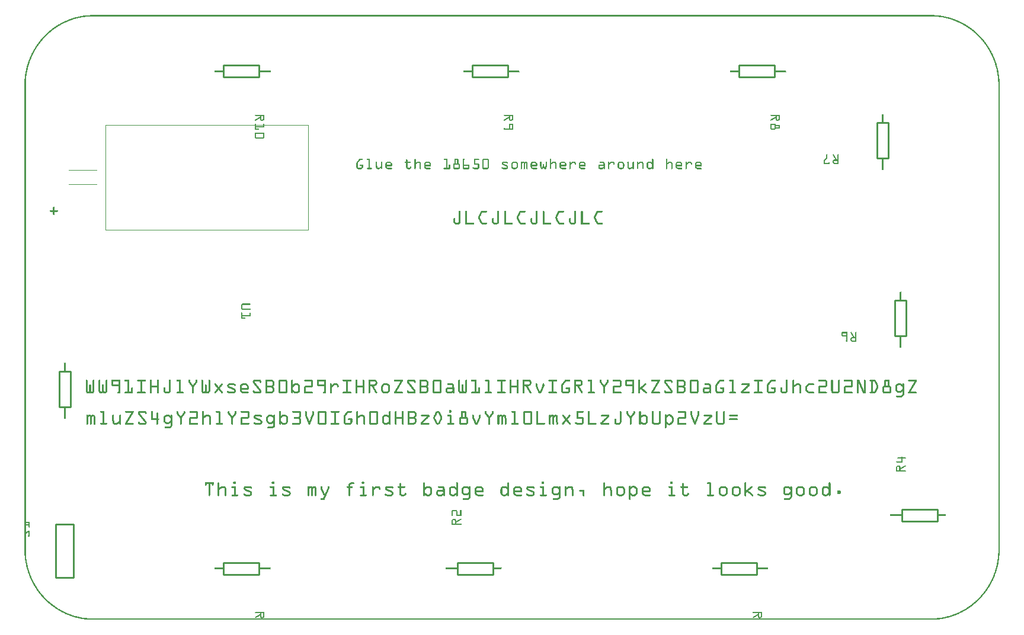
<source format=gto>
G04 MADE WITH FRITZING*
G04 WWW.FRITZING.ORG*
G04 DOUBLE SIDED*
G04 HOLES PLATED*
G04 CONTOUR ON CENTER OF CONTOUR VECTOR*
%ASAXBY*%
%FSLAX23Y23*%
%MOIN*%
%OFA0B0*%
%SFA1.0B1.0*%
%ADD10C,0.001764*%
%ADD11C,0.010000*%
%ADD12R,0.001000X0.001000*%
%LNSILK1*%
G90*
G70*
G54D10*
X1597Y2788D02*
X1597Y2197D01*
D02*
X1597Y2197D02*
X455Y2197D01*
D02*
X455Y2197D02*
X455Y2788D01*
D02*
X455Y2788D02*
X1597Y2788D01*
D02*
X248Y2453D02*
X406Y2453D01*
D02*
X248Y2532D02*
X406Y2532D01*
G54D11*
D02*
X177Y539D02*
X177Y239D01*
D02*
X177Y239D02*
X277Y239D01*
D02*
X277Y239D02*
X277Y539D01*
D02*
X277Y539D02*
X177Y539D01*
D02*
X1318Y3056D02*
X1118Y3056D01*
D02*
X1118Y3056D02*
X1118Y3122D01*
D02*
X1118Y3122D02*
X1318Y3122D01*
D02*
X1318Y3122D02*
X1318Y3056D01*
D02*
X2718Y3056D02*
X2518Y3056D01*
D02*
X2518Y3056D02*
X2518Y3122D01*
D02*
X2518Y3122D02*
X2718Y3122D01*
D02*
X2718Y3122D02*
X2718Y3056D01*
D02*
X4218Y3056D02*
X4018Y3056D01*
D02*
X4018Y3056D02*
X4018Y3122D01*
D02*
X4018Y3122D02*
X4218Y3122D01*
D02*
X4218Y3122D02*
X4218Y3056D01*
D02*
X4794Y2599D02*
X4794Y2799D01*
D02*
X4794Y2799D02*
X4860Y2799D01*
D02*
X4860Y2799D02*
X4860Y2599D01*
D02*
X4860Y2599D02*
X4794Y2599D01*
D02*
X4894Y1599D02*
X4894Y1799D01*
D02*
X4894Y1799D02*
X4960Y1799D01*
D02*
X4960Y1799D02*
X4960Y1599D01*
D02*
X4960Y1599D02*
X4894Y1599D01*
D02*
X194Y1199D02*
X194Y1399D01*
D02*
X194Y1399D02*
X260Y1399D01*
D02*
X260Y1399D02*
X260Y1199D01*
D02*
X260Y1199D02*
X194Y1199D01*
D02*
X4937Y622D02*
X5137Y622D01*
D02*
X5137Y622D02*
X5137Y556D01*
D02*
X5137Y556D02*
X4937Y556D01*
D02*
X4937Y556D02*
X4937Y622D01*
D02*
X4118Y256D02*
X3918Y256D01*
D02*
X3918Y256D02*
X3918Y322D01*
D02*
X3918Y322D02*
X4118Y322D01*
D02*
X4118Y322D02*
X4118Y256D01*
D02*
X2437Y322D02*
X2637Y322D01*
D02*
X2637Y322D02*
X2637Y256D01*
D02*
X2637Y256D02*
X2437Y256D01*
D02*
X2437Y256D02*
X2437Y322D01*
D02*
X1318Y256D02*
X1118Y256D01*
D02*
X1118Y256D02*
X1118Y322D01*
D02*
X1118Y322D02*
X1318Y322D01*
D02*
X1318Y322D02*
X1318Y256D01*
G54D12*
X368Y3405D02*
X5117Y3405D01*
X354Y3404D02*
X5131Y3404D01*
X344Y3403D02*
X5141Y3403D01*
X336Y3402D02*
X5149Y3402D01*
X329Y3401D02*
X5156Y3401D01*
X323Y3400D02*
X5162Y3400D01*
X317Y3399D02*
X5168Y3399D01*
X312Y3398D02*
X5173Y3398D01*
X307Y3397D02*
X367Y3397D01*
X5118Y3397D02*
X5178Y3397D01*
X303Y3396D02*
X353Y3396D01*
X5132Y3396D02*
X5182Y3396D01*
X299Y3395D02*
X343Y3395D01*
X5142Y3395D02*
X5186Y3395D01*
X295Y3394D02*
X335Y3394D01*
X5150Y3394D02*
X5190Y3394D01*
X291Y3393D02*
X328Y3393D01*
X5157Y3393D02*
X5194Y3393D01*
X287Y3392D02*
X322Y3392D01*
X5163Y3392D02*
X5198Y3392D01*
X283Y3391D02*
X317Y3391D01*
X5168Y3391D02*
X5202Y3391D01*
X280Y3390D02*
X312Y3390D01*
X5173Y3390D02*
X5205Y3390D01*
X277Y3389D02*
X307Y3389D01*
X5178Y3389D02*
X5208Y3389D01*
X273Y3388D02*
X302Y3388D01*
X5183Y3388D02*
X5212Y3388D01*
X270Y3387D02*
X298Y3387D01*
X5187Y3387D02*
X5215Y3387D01*
X267Y3386D02*
X294Y3386D01*
X5191Y3386D02*
X5218Y3386D01*
X264Y3385D02*
X290Y3385D01*
X5195Y3385D02*
X5221Y3385D01*
X262Y3384D02*
X287Y3384D01*
X5198Y3384D02*
X5223Y3384D01*
X259Y3383D02*
X283Y3383D01*
X5202Y3383D02*
X5226Y3383D01*
X256Y3382D02*
X280Y3382D01*
X5205Y3382D02*
X5229Y3382D01*
X253Y3381D02*
X276Y3381D01*
X5209Y3381D02*
X5232Y3381D01*
X251Y3380D02*
X273Y3380D01*
X5212Y3380D02*
X5234Y3380D01*
X248Y3379D02*
X270Y3379D01*
X5215Y3379D02*
X5237Y3379D01*
X246Y3378D02*
X267Y3378D01*
X5218Y3378D02*
X5239Y3378D01*
X243Y3377D02*
X264Y3377D01*
X5221Y3377D02*
X5242Y3377D01*
X241Y3376D02*
X261Y3376D01*
X5224Y3376D02*
X5244Y3376D01*
X238Y3375D02*
X259Y3375D01*
X5226Y3375D02*
X5247Y3375D01*
X236Y3374D02*
X256Y3374D01*
X5229Y3374D02*
X5249Y3374D01*
X234Y3373D02*
X253Y3373D01*
X5232Y3373D02*
X5251Y3373D01*
X231Y3372D02*
X251Y3372D01*
X5234Y3372D02*
X5254Y3372D01*
X229Y3371D02*
X248Y3371D01*
X5237Y3371D02*
X5256Y3371D01*
X227Y3370D02*
X246Y3370D01*
X5239Y3370D02*
X5258Y3370D01*
X225Y3369D02*
X243Y3369D01*
X5242Y3369D02*
X5260Y3369D01*
X223Y3368D02*
X241Y3368D01*
X5244Y3368D02*
X5262Y3368D01*
X221Y3367D02*
X238Y3367D01*
X5247Y3367D02*
X5264Y3367D01*
X218Y3366D02*
X236Y3366D01*
X5249Y3366D02*
X5266Y3366D01*
X217Y3365D02*
X234Y3365D01*
X5251Y3365D02*
X5268Y3365D01*
X215Y3364D02*
X232Y3364D01*
X5253Y3364D02*
X5270Y3364D01*
X213Y3363D02*
X230Y3363D01*
X5255Y3363D02*
X5272Y3363D01*
X211Y3362D02*
X227Y3362D01*
X5258Y3362D02*
X5274Y3362D01*
X209Y3361D02*
X225Y3361D01*
X5260Y3361D02*
X5276Y3361D01*
X207Y3360D02*
X223Y3360D01*
X5262Y3360D02*
X5278Y3360D01*
X205Y3359D02*
X221Y3359D01*
X5264Y3359D02*
X5280Y3359D01*
X203Y3358D02*
X219Y3358D01*
X5266Y3358D02*
X5282Y3358D01*
X201Y3357D02*
X217Y3357D01*
X5268Y3357D02*
X5284Y3357D01*
X200Y3356D02*
X215Y3356D01*
X5270Y3356D02*
X5285Y3356D01*
X198Y3355D02*
X213Y3355D01*
X5272Y3355D02*
X5287Y3355D01*
X196Y3354D02*
X211Y3354D01*
X5273Y3354D02*
X5289Y3354D01*
X195Y3353D02*
X210Y3353D01*
X5275Y3353D02*
X5290Y3353D01*
X193Y3352D02*
X208Y3352D01*
X5277Y3352D02*
X5292Y3352D01*
X191Y3351D02*
X206Y3351D01*
X5279Y3351D02*
X5294Y3351D01*
X189Y3350D02*
X204Y3350D01*
X5281Y3350D02*
X5296Y3350D01*
X188Y3349D02*
X202Y3349D01*
X5283Y3349D02*
X5297Y3349D01*
X186Y3348D02*
X201Y3348D01*
X5284Y3348D02*
X5299Y3348D01*
X185Y3347D02*
X199Y3347D01*
X5286Y3347D02*
X5300Y3347D01*
X183Y3346D02*
X197Y3346D01*
X5288Y3346D02*
X5302Y3346D01*
X181Y3345D02*
X195Y3345D01*
X5289Y3345D02*
X5304Y3345D01*
X180Y3344D02*
X194Y3344D01*
X5291Y3344D02*
X5305Y3344D01*
X178Y3343D02*
X192Y3343D01*
X5293Y3343D02*
X5307Y3343D01*
X177Y3342D02*
X190Y3342D01*
X5295Y3342D02*
X5308Y3342D01*
X175Y3341D02*
X189Y3341D01*
X5296Y3341D02*
X5310Y3341D01*
X174Y3340D02*
X187Y3340D01*
X5298Y3340D02*
X5311Y3340D01*
X172Y3339D02*
X186Y3339D01*
X5299Y3339D02*
X5313Y3339D01*
X171Y3338D02*
X184Y3338D01*
X5301Y3338D02*
X5314Y3338D01*
X169Y3337D02*
X183Y3337D01*
X5302Y3337D02*
X5316Y3337D01*
X168Y3336D02*
X181Y3336D01*
X5304Y3336D02*
X5317Y3336D01*
X167Y3335D02*
X180Y3335D01*
X5305Y3335D02*
X5318Y3335D01*
X165Y3334D02*
X178Y3334D01*
X5307Y3334D02*
X5320Y3334D01*
X164Y3333D02*
X177Y3333D01*
X5308Y3333D02*
X5321Y3333D01*
X162Y3332D02*
X175Y3332D01*
X5310Y3332D02*
X5323Y3332D01*
X161Y3331D02*
X174Y3331D01*
X5311Y3331D02*
X5324Y3331D01*
X160Y3330D02*
X172Y3330D01*
X5313Y3330D02*
X5325Y3330D01*
X158Y3329D02*
X171Y3329D01*
X5314Y3329D02*
X5327Y3329D01*
X157Y3328D02*
X169Y3328D01*
X5316Y3328D02*
X5328Y3328D01*
X156Y3327D02*
X168Y3327D01*
X5317Y3327D02*
X5329Y3327D01*
X154Y3326D02*
X167Y3326D01*
X5318Y3326D02*
X5331Y3326D01*
X153Y3325D02*
X165Y3325D01*
X5320Y3325D02*
X5332Y3325D01*
X152Y3324D02*
X164Y3324D01*
X5321Y3324D02*
X5333Y3324D01*
X151Y3323D02*
X163Y3323D01*
X5322Y3323D02*
X5334Y3323D01*
X149Y3322D02*
X161Y3322D01*
X5324Y3322D02*
X5336Y3322D01*
X148Y3321D02*
X160Y3321D01*
X5325Y3321D02*
X5337Y3321D01*
X147Y3320D02*
X158Y3320D01*
X5326Y3320D02*
X5338Y3320D01*
X146Y3319D02*
X157Y3319D01*
X5328Y3319D02*
X5339Y3319D01*
X144Y3318D02*
X156Y3318D01*
X5329Y3318D02*
X5341Y3318D01*
X143Y3317D02*
X155Y3317D01*
X5330Y3317D02*
X5342Y3317D01*
X142Y3316D02*
X153Y3316D01*
X5331Y3316D02*
X5343Y3316D01*
X141Y3315D02*
X152Y3315D01*
X5333Y3315D02*
X5344Y3315D01*
X139Y3314D02*
X151Y3314D01*
X5334Y3314D02*
X5346Y3314D01*
X138Y3313D02*
X150Y3313D01*
X5335Y3313D02*
X5347Y3313D01*
X137Y3312D02*
X149Y3312D01*
X5336Y3312D02*
X5348Y3312D01*
X136Y3311D02*
X147Y3311D01*
X5338Y3311D02*
X5349Y3311D01*
X135Y3310D02*
X146Y3310D01*
X5339Y3310D02*
X5350Y3310D01*
X134Y3309D02*
X145Y3309D01*
X5340Y3309D02*
X5351Y3309D01*
X133Y3308D02*
X144Y3308D01*
X5341Y3308D02*
X5352Y3308D01*
X131Y3307D02*
X143Y3307D01*
X5342Y3307D02*
X5353Y3307D01*
X130Y3306D02*
X141Y3306D01*
X5344Y3306D02*
X5355Y3306D01*
X129Y3305D02*
X140Y3305D01*
X5345Y3305D02*
X5356Y3305D01*
X128Y3304D02*
X139Y3304D01*
X5346Y3304D02*
X5357Y3304D01*
X127Y3303D02*
X138Y3303D01*
X5347Y3303D02*
X5358Y3303D01*
X126Y3302D02*
X137Y3302D01*
X5348Y3302D02*
X5359Y3302D01*
X125Y3301D02*
X136Y3301D01*
X5349Y3301D02*
X5360Y3301D01*
X124Y3300D02*
X135Y3300D01*
X5350Y3300D02*
X5361Y3300D01*
X123Y3299D02*
X133Y3299D01*
X5351Y3299D02*
X5362Y3299D01*
X122Y3298D02*
X132Y3298D01*
X5353Y3298D02*
X5363Y3298D01*
X121Y3297D02*
X131Y3297D01*
X5354Y3297D02*
X5364Y3297D01*
X120Y3296D02*
X130Y3296D01*
X5355Y3296D02*
X5365Y3296D01*
X119Y3295D02*
X129Y3295D01*
X5356Y3295D02*
X5366Y3295D01*
X118Y3294D02*
X128Y3294D01*
X5357Y3294D02*
X5367Y3294D01*
X117Y3293D02*
X127Y3293D01*
X5358Y3293D02*
X5368Y3293D01*
X116Y3292D02*
X126Y3292D01*
X5359Y3292D02*
X5369Y3292D01*
X115Y3291D02*
X125Y3291D01*
X5360Y3291D02*
X5370Y3291D01*
X114Y3290D02*
X124Y3290D01*
X5361Y3290D02*
X5371Y3290D01*
X113Y3289D02*
X123Y3289D01*
X5362Y3289D02*
X5372Y3289D01*
X112Y3288D02*
X122Y3288D01*
X5363Y3288D02*
X5373Y3288D01*
X111Y3287D02*
X121Y3287D01*
X5364Y3287D02*
X5374Y3287D01*
X110Y3286D02*
X120Y3286D01*
X5365Y3286D02*
X5375Y3286D01*
X109Y3285D02*
X119Y3285D01*
X5366Y3285D02*
X5376Y3285D01*
X108Y3284D02*
X118Y3284D01*
X5367Y3284D02*
X5377Y3284D01*
X107Y3283D02*
X117Y3283D01*
X5368Y3283D02*
X5378Y3283D01*
X106Y3282D02*
X116Y3282D01*
X5369Y3282D02*
X5379Y3282D01*
X105Y3281D02*
X115Y3281D01*
X5370Y3281D02*
X5380Y3281D01*
X104Y3280D02*
X114Y3280D01*
X5371Y3280D02*
X5381Y3280D01*
X103Y3279D02*
X113Y3279D01*
X5372Y3279D02*
X5382Y3279D01*
X102Y3278D02*
X112Y3278D01*
X5373Y3278D02*
X5383Y3278D01*
X101Y3277D02*
X111Y3277D01*
X5374Y3277D02*
X5384Y3277D01*
X100Y3276D02*
X110Y3276D01*
X5375Y3276D02*
X5385Y3276D01*
X100Y3275D02*
X109Y3275D01*
X5376Y3275D02*
X5385Y3275D01*
X99Y3274D02*
X109Y3274D01*
X5376Y3274D02*
X5386Y3274D01*
X98Y3273D02*
X108Y3273D01*
X5377Y3273D02*
X5387Y3273D01*
X97Y3272D02*
X107Y3272D01*
X5378Y3272D02*
X5388Y3272D01*
X96Y3271D02*
X106Y3271D01*
X5379Y3271D02*
X5389Y3271D01*
X95Y3270D02*
X105Y3270D01*
X5380Y3270D02*
X5390Y3270D01*
X94Y3269D02*
X104Y3269D01*
X5381Y3269D02*
X5390Y3269D01*
X94Y3268D02*
X103Y3268D01*
X5382Y3268D02*
X5391Y3268D01*
X93Y3267D02*
X102Y3267D01*
X5383Y3267D02*
X5392Y3267D01*
X92Y3266D02*
X101Y3266D01*
X5384Y3266D02*
X5393Y3266D01*
X91Y3265D02*
X101Y3265D01*
X5384Y3265D02*
X5394Y3265D01*
X90Y3264D02*
X100Y3264D01*
X5385Y3264D02*
X5395Y3264D01*
X89Y3263D02*
X99Y3263D01*
X5386Y3263D02*
X5396Y3263D01*
X89Y3262D02*
X98Y3262D01*
X5387Y3262D02*
X5396Y3262D01*
X88Y3261D02*
X97Y3261D01*
X5388Y3261D02*
X5397Y3261D01*
X87Y3260D02*
X96Y3260D01*
X5389Y3260D02*
X5398Y3260D01*
X86Y3259D02*
X95Y3259D01*
X5389Y3259D02*
X5399Y3259D01*
X85Y3258D02*
X95Y3258D01*
X5390Y3258D02*
X5400Y3258D01*
X85Y3257D02*
X94Y3257D01*
X5391Y3257D02*
X5400Y3257D01*
X84Y3256D02*
X93Y3256D01*
X5392Y3256D02*
X5401Y3256D01*
X83Y3255D02*
X92Y3255D01*
X5393Y3255D02*
X5402Y3255D01*
X82Y3254D02*
X91Y3254D01*
X5394Y3254D02*
X5403Y3254D01*
X82Y3253D02*
X91Y3253D01*
X5394Y3253D02*
X5403Y3253D01*
X81Y3252D02*
X90Y3252D01*
X5395Y3252D02*
X5404Y3252D01*
X80Y3251D02*
X89Y3251D01*
X5396Y3251D02*
X5405Y3251D01*
X79Y3250D02*
X88Y3250D01*
X5397Y3250D02*
X5406Y3250D01*
X79Y3249D02*
X88Y3249D01*
X5397Y3249D02*
X5406Y3249D01*
X78Y3248D02*
X87Y3248D01*
X5398Y3248D02*
X5407Y3248D01*
X77Y3247D02*
X86Y3247D01*
X5399Y3247D02*
X5408Y3247D01*
X76Y3246D02*
X85Y3246D01*
X5400Y3246D02*
X5409Y3246D01*
X76Y3245D02*
X84Y3245D01*
X5400Y3245D02*
X5409Y3245D01*
X75Y3244D02*
X84Y3244D01*
X5401Y3244D02*
X5410Y3244D01*
X74Y3243D02*
X83Y3243D01*
X5402Y3243D02*
X5411Y3243D01*
X74Y3242D02*
X82Y3242D01*
X5403Y3242D02*
X5411Y3242D01*
X73Y3241D02*
X81Y3241D01*
X5403Y3241D02*
X5412Y3241D01*
X72Y3240D02*
X81Y3240D01*
X5404Y3240D02*
X5413Y3240D01*
X71Y3239D02*
X80Y3239D01*
X5405Y3239D02*
X5414Y3239D01*
X71Y3238D02*
X79Y3238D01*
X5406Y3238D02*
X5414Y3238D01*
X70Y3237D02*
X79Y3237D01*
X5406Y3237D02*
X5415Y3237D01*
X69Y3236D02*
X78Y3236D01*
X5407Y3236D02*
X5416Y3236D01*
X69Y3235D02*
X77Y3235D01*
X5408Y3235D02*
X5416Y3235D01*
X68Y3234D02*
X77Y3234D01*
X5408Y3234D02*
X5417Y3234D01*
X67Y3233D02*
X76Y3233D01*
X5409Y3233D02*
X5418Y3233D01*
X67Y3232D02*
X75Y3232D01*
X5410Y3232D02*
X5418Y3232D01*
X66Y3231D02*
X74Y3231D01*
X5410Y3231D02*
X5419Y3231D01*
X65Y3230D02*
X74Y3230D01*
X5411Y3230D02*
X5420Y3230D01*
X65Y3229D02*
X73Y3229D01*
X5412Y3229D02*
X5420Y3229D01*
X64Y3228D02*
X72Y3228D01*
X5413Y3228D02*
X5421Y3228D01*
X63Y3227D02*
X72Y3227D01*
X5413Y3227D02*
X5422Y3227D01*
X63Y3226D02*
X71Y3226D01*
X5414Y3226D02*
X5422Y3226D01*
X62Y3225D02*
X70Y3225D01*
X5415Y3225D02*
X5423Y3225D01*
X61Y3224D02*
X70Y3224D01*
X5415Y3224D02*
X5423Y3224D01*
X61Y3223D02*
X69Y3223D01*
X5416Y3223D02*
X5424Y3223D01*
X60Y3222D02*
X69Y3222D01*
X5416Y3222D02*
X5425Y3222D01*
X60Y3221D02*
X68Y3221D01*
X5417Y3221D02*
X5425Y3221D01*
X59Y3220D02*
X67Y3220D01*
X5418Y3220D02*
X5426Y3220D01*
X58Y3219D02*
X67Y3219D01*
X5418Y3219D02*
X5427Y3219D01*
X58Y3218D02*
X66Y3218D01*
X5419Y3218D02*
X5427Y3218D01*
X57Y3217D02*
X65Y3217D01*
X5420Y3217D02*
X5428Y3217D01*
X56Y3216D02*
X65Y3216D01*
X5420Y3216D02*
X5429Y3216D01*
X56Y3215D02*
X64Y3215D01*
X5421Y3215D02*
X5429Y3215D01*
X55Y3214D02*
X64Y3214D01*
X5421Y3214D02*
X5430Y3214D01*
X55Y3213D02*
X63Y3213D01*
X5422Y3213D02*
X5430Y3213D01*
X54Y3212D02*
X62Y3212D01*
X5423Y3212D02*
X5431Y3212D01*
X54Y3211D02*
X62Y3211D01*
X5423Y3211D02*
X5431Y3211D01*
X53Y3210D02*
X61Y3210D01*
X5424Y3210D02*
X5432Y3210D01*
X52Y3209D02*
X61Y3209D01*
X5424Y3209D02*
X5432Y3209D01*
X52Y3208D02*
X60Y3208D01*
X5425Y3208D02*
X5433Y3208D01*
X51Y3207D02*
X59Y3207D01*
X5426Y3207D02*
X5434Y3207D01*
X51Y3206D02*
X59Y3206D01*
X5426Y3206D02*
X5434Y3206D01*
X50Y3205D02*
X58Y3205D01*
X5427Y3205D02*
X5435Y3205D01*
X50Y3204D02*
X58Y3204D01*
X5427Y3204D02*
X5435Y3204D01*
X49Y3203D02*
X57Y3203D01*
X5428Y3203D02*
X5436Y3203D01*
X49Y3202D02*
X57Y3202D01*
X5428Y3202D02*
X5436Y3202D01*
X48Y3201D02*
X56Y3201D01*
X5429Y3201D02*
X5437Y3201D01*
X47Y3200D02*
X55Y3200D01*
X5430Y3200D02*
X5438Y3200D01*
X47Y3199D02*
X55Y3199D01*
X5430Y3199D02*
X5438Y3199D01*
X46Y3198D02*
X54Y3198D01*
X5431Y3198D02*
X5439Y3198D01*
X46Y3197D02*
X54Y3197D01*
X5431Y3197D02*
X5439Y3197D01*
X45Y3196D02*
X53Y3196D01*
X5432Y3196D02*
X5440Y3196D01*
X45Y3195D02*
X53Y3195D01*
X5432Y3195D02*
X5440Y3195D01*
X44Y3194D02*
X52Y3194D01*
X5433Y3194D02*
X5441Y3194D01*
X44Y3193D02*
X52Y3193D01*
X5433Y3193D02*
X5441Y3193D01*
X43Y3192D02*
X51Y3192D01*
X5434Y3192D02*
X5442Y3192D01*
X43Y3191D02*
X51Y3191D01*
X5434Y3191D02*
X5442Y3191D01*
X42Y3190D02*
X50Y3190D01*
X5435Y3190D02*
X5443Y3190D01*
X42Y3189D02*
X50Y3189D01*
X5435Y3189D02*
X5443Y3189D01*
X41Y3188D02*
X49Y3188D01*
X5436Y3188D02*
X5444Y3188D01*
X41Y3187D02*
X49Y3187D01*
X5436Y3187D02*
X5444Y3187D01*
X40Y3186D02*
X48Y3186D01*
X5437Y3186D02*
X5445Y3186D01*
X40Y3185D02*
X48Y3185D01*
X5437Y3185D02*
X5445Y3185D01*
X39Y3184D02*
X47Y3184D01*
X5438Y3184D02*
X5446Y3184D01*
X39Y3183D02*
X47Y3183D01*
X5438Y3183D02*
X5446Y3183D01*
X38Y3182D02*
X46Y3182D01*
X5439Y3182D02*
X5447Y3182D01*
X38Y3181D02*
X46Y3181D01*
X5439Y3181D02*
X5447Y3181D01*
X37Y3180D02*
X45Y3180D01*
X5440Y3180D02*
X5448Y3180D01*
X37Y3179D02*
X45Y3179D01*
X5440Y3179D02*
X5448Y3179D01*
X37Y3178D02*
X44Y3178D01*
X5441Y3178D02*
X5448Y3178D01*
X36Y3177D02*
X44Y3177D01*
X5441Y3177D02*
X5449Y3177D01*
X36Y3176D02*
X43Y3176D01*
X5442Y3176D02*
X5449Y3176D01*
X35Y3175D02*
X43Y3175D01*
X5442Y3175D02*
X5450Y3175D01*
X35Y3174D02*
X42Y3174D01*
X5443Y3174D02*
X5450Y3174D01*
X34Y3173D02*
X42Y3173D01*
X5443Y3173D02*
X5451Y3173D01*
X34Y3172D02*
X41Y3172D01*
X5444Y3172D02*
X5451Y3172D01*
X33Y3171D02*
X41Y3171D01*
X5444Y3171D02*
X5452Y3171D01*
X33Y3170D02*
X41Y3170D01*
X5444Y3170D02*
X5452Y3170D01*
X33Y3169D02*
X40Y3169D01*
X5445Y3169D02*
X5452Y3169D01*
X32Y3168D02*
X40Y3168D01*
X5445Y3168D02*
X5453Y3168D01*
X32Y3167D02*
X39Y3167D01*
X5446Y3167D02*
X5453Y3167D01*
X31Y3166D02*
X39Y3166D01*
X5446Y3166D02*
X5454Y3166D01*
X31Y3165D02*
X38Y3165D01*
X5447Y3165D02*
X5454Y3165D01*
X30Y3164D02*
X38Y3164D01*
X5447Y3164D02*
X5455Y3164D01*
X30Y3163D02*
X37Y3163D01*
X5448Y3163D02*
X5455Y3163D01*
X30Y3162D02*
X37Y3162D01*
X5448Y3162D02*
X5455Y3162D01*
X29Y3161D02*
X37Y3161D01*
X5448Y3161D02*
X5456Y3161D01*
X29Y3160D02*
X36Y3160D01*
X5449Y3160D02*
X5456Y3160D01*
X28Y3159D02*
X36Y3159D01*
X5449Y3159D02*
X5457Y3159D01*
X28Y3158D02*
X35Y3158D01*
X5450Y3158D02*
X5457Y3158D01*
X28Y3157D02*
X35Y3157D01*
X5450Y3157D02*
X5457Y3157D01*
X27Y3156D02*
X35Y3156D01*
X5450Y3156D02*
X5458Y3156D01*
X27Y3155D02*
X34Y3155D01*
X5451Y3155D02*
X5458Y3155D01*
X26Y3154D02*
X34Y3154D01*
X5451Y3154D02*
X5459Y3154D01*
X26Y3153D02*
X33Y3153D01*
X5451Y3153D02*
X5459Y3153D01*
X26Y3152D02*
X33Y3152D01*
X5452Y3152D02*
X5459Y3152D01*
X25Y3151D02*
X33Y3151D01*
X5452Y3151D02*
X5460Y3151D01*
X25Y3150D02*
X32Y3150D01*
X5453Y3150D02*
X5460Y3150D01*
X25Y3149D02*
X32Y3149D01*
X5453Y3149D02*
X5460Y3149D01*
X24Y3148D02*
X32Y3148D01*
X5453Y3148D02*
X5461Y3148D01*
X24Y3147D02*
X31Y3147D01*
X5454Y3147D02*
X5461Y3147D01*
X23Y3146D02*
X31Y3146D01*
X5454Y3146D02*
X5462Y3146D01*
X23Y3145D02*
X30Y3145D01*
X5455Y3145D02*
X5462Y3145D01*
X23Y3144D02*
X30Y3144D01*
X5455Y3144D02*
X5462Y3144D01*
X22Y3143D02*
X30Y3143D01*
X5455Y3143D02*
X5463Y3143D01*
X22Y3142D02*
X29Y3142D01*
X5456Y3142D02*
X5463Y3142D01*
X22Y3141D02*
X29Y3141D01*
X5456Y3141D02*
X5463Y3141D01*
X21Y3140D02*
X29Y3140D01*
X5456Y3140D02*
X5464Y3140D01*
X21Y3139D02*
X28Y3139D01*
X5457Y3139D02*
X5464Y3139D01*
X21Y3138D02*
X28Y3138D01*
X5457Y3138D02*
X5464Y3138D01*
X20Y3137D02*
X28Y3137D01*
X5457Y3137D02*
X5465Y3137D01*
X20Y3136D02*
X27Y3136D01*
X5458Y3136D02*
X5465Y3136D01*
X20Y3135D02*
X27Y3135D01*
X5458Y3135D02*
X5465Y3135D01*
X19Y3134D02*
X27Y3134D01*
X5458Y3134D02*
X5466Y3134D01*
X19Y3133D02*
X26Y3133D01*
X5459Y3133D02*
X5466Y3133D01*
X19Y3132D02*
X26Y3132D01*
X5459Y3132D02*
X5466Y3132D01*
X18Y3131D02*
X26Y3131D01*
X5459Y3131D02*
X5467Y3131D01*
X18Y3130D02*
X25Y3130D01*
X5460Y3130D02*
X5467Y3130D01*
X18Y3129D02*
X25Y3129D01*
X5460Y3129D02*
X5467Y3129D01*
X17Y3128D02*
X25Y3128D01*
X5460Y3128D02*
X5468Y3128D01*
X17Y3127D02*
X24Y3127D01*
X5461Y3127D02*
X5468Y3127D01*
X17Y3126D02*
X24Y3126D01*
X5461Y3126D02*
X5468Y3126D01*
X17Y3125D02*
X24Y3125D01*
X5461Y3125D02*
X5468Y3125D01*
X16Y3124D02*
X23Y3124D01*
X5462Y3124D02*
X5469Y3124D01*
X16Y3123D02*
X23Y3123D01*
X5462Y3123D02*
X5469Y3123D01*
X16Y3122D02*
X23Y3122D01*
X5462Y3122D02*
X5469Y3122D01*
X15Y3121D02*
X23Y3121D01*
X5462Y3121D02*
X5470Y3121D01*
X15Y3120D02*
X22Y3120D01*
X5463Y3120D02*
X5470Y3120D01*
X15Y3119D02*
X22Y3119D01*
X5463Y3119D02*
X5470Y3119D01*
X14Y3118D02*
X22Y3118D01*
X5463Y3118D02*
X5470Y3118D01*
X14Y3117D02*
X21Y3117D01*
X5464Y3117D02*
X5471Y3117D01*
X14Y3116D02*
X21Y3116D01*
X5464Y3116D02*
X5471Y3116D01*
X14Y3115D02*
X21Y3115D01*
X5464Y3115D02*
X5471Y3115D01*
X13Y3114D02*
X21Y3114D01*
X5464Y3114D02*
X5472Y3114D01*
X13Y3113D02*
X20Y3113D01*
X5465Y3113D02*
X5472Y3113D01*
X13Y3112D02*
X20Y3112D01*
X5465Y3112D02*
X5472Y3112D01*
X13Y3111D02*
X20Y3111D01*
X5465Y3111D02*
X5472Y3111D01*
X12Y3110D02*
X20Y3110D01*
X5465Y3110D02*
X5473Y3110D01*
X12Y3109D02*
X19Y3109D01*
X5466Y3109D02*
X5473Y3109D01*
X12Y3108D02*
X19Y3108D01*
X5466Y3108D02*
X5473Y3108D01*
X12Y3107D02*
X19Y3107D01*
X5466Y3107D02*
X5473Y3107D01*
X11Y3106D02*
X19Y3106D01*
X5466Y3106D02*
X5474Y3106D01*
X11Y3105D02*
X18Y3105D01*
X5467Y3105D02*
X5474Y3105D01*
X11Y3104D02*
X18Y3104D01*
X5467Y3104D02*
X5474Y3104D01*
X11Y3103D02*
X18Y3103D01*
X5467Y3103D02*
X5474Y3103D01*
X10Y3102D02*
X18Y3102D01*
X5467Y3102D02*
X5475Y3102D01*
X10Y3101D02*
X17Y3101D01*
X5468Y3101D02*
X5475Y3101D01*
X10Y3100D02*
X17Y3100D01*
X5468Y3100D02*
X5475Y3100D01*
X10Y3099D02*
X17Y3099D01*
X5468Y3099D02*
X5475Y3099D01*
X10Y3098D02*
X17Y3098D01*
X5468Y3098D02*
X5475Y3098D01*
X9Y3097D02*
X16Y3097D01*
X5469Y3097D02*
X5476Y3097D01*
X9Y3096D02*
X16Y3096D01*
X5469Y3096D02*
X5476Y3096D01*
X9Y3095D02*
X16Y3095D01*
X5469Y3095D02*
X5476Y3095D01*
X9Y3094D02*
X16Y3094D01*
X1069Y3094D02*
X1116Y3094D01*
X1317Y3094D02*
X1384Y3094D01*
X2469Y3094D02*
X2516Y3094D01*
X2717Y3094D02*
X2784Y3094D01*
X3969Y3094D02*
X4016Y3094D01*
X4217Y3094D02*
X4283Y3094D01*
X5469Y3094D02*
X5476Y3094D01*
X8Y3093D02*
X16Y3093D01*
X1069Y3093D02*
X1116Y3093D01*
X1317Y3093D02*
X1384Y3093D01*
X2469Y3093D02*
X2516Y3093D01*
X2717Y3093D02*
X2784Y3093D01*
X3969Y3093D02*
X4016Y3093D01*
X4217Y3093D02*
X4283Y3093D01*
X5469Y3093D02*
X5477Y3093D01*
X8Y3092D02*
X15Y3092D01*
X1069Y3092D02*
X1116Y3092D01*
X1317Y3092D02*
X1384Y3092D01*
X2469Y3092D02*
X2516Y3092D01*
X2717Y3092D02*
X2783Y3092D01*
X3969Y3092D02*
X4016Y3092D01*
X4217Y3092D02*
X4283Y3092D01*
X5470Y3092D02*
X5477Y3092D01*
X8Y3091D02*
X15Y3091D01*
X1069Y3091D02*
X1116Y3091D01*
X1317Y3091D02*
X1384Y3091D01*
X2469Y3091D02*
X2516Y3091D01*
X2717Y3091D02*
X2783Y3091D01*
X3969Y3091D02*
X4016Y3091D01*
X4217Y3091D02*
X4283Y3091D01*
X5470Y3091D02*
X5477Y3091D01*
X8Y3090D02*
X15Y3090D01*
X1069Y3090D02*
X1116Y3090D01*
X1317Y3090D02*
X1383Y3090D01*
X2469Y3090D02*
X2516Y3090D01*
X2717Y3090D02*
X2783Y3090D01*
X3969Y3090D02*
X4016Y3090D01*
X4217Y3090D02*
X4283Y3090D01*
X5470Y3090D02*
X5477Y3090D01*
X8Y3089D02*
X15Y3089D01*
X1069Y3089D02*
X1116Y3089D01*
X1317Y3089D02*
X1384Y3089D01*
X2469Y3089D02*
X2516Y3089D01*
X2717Y3089D02*
X2783Y3089D01*
X3969Y3089D02*
X4016Y3089D01*
X4217Y3089D02*
X4283Y3089D01*
X5470Y3089D02*
X5477Y3089D01*
X7Y3088D02*
X15Y3088D01*
X1069Y3088D02*
X1116Y3088D01*
X1317Y3088D02*
X1384Y3088D01*
X2469Y3088D02*
X2516Y3088D01*
X2717Y3088D02*
X2783Y3088D01*
X3969Y3088D02*
X4016Y3088D01*
X4217Y3088D02*
X4283Y3088D01*
X5470Y3088D02*
X5478Y3088D01*
X7Y3087D02*
X14Y3087D01*
X1069Y3087D02*
X1116Y3087D01*
X1317Y3087D02*
X1384Y3087D01*
X2469Y3087D02*
X2516Y3087D01*
X2717Y3087D02*
X2783Y3087D01*
X3969Y3087D02*
X4016Y3087D01*
X4217Y3087D02*
X4283Y3087D01*
X5471Y3087D02*
X5478Y3087D01*
X7Y3086D02*
X14Y3086D01*
X1069Y3086D02*
X1116Y3086D01*
X1317Y3086D02*
X1384Y3086D01*
X2469Y3086D02*
X2516Y3086D01*
X2717Y3086D02*
X2784Y3086D01*
X3969Y3086D02*
X4016Y3086D01*
X4217Y3086D02*
X4283Y3086D01*
X5471Y3086D02*
X5478Y3086D01*
X7Y3085D02*
X14Y3085D01*
X1069Y3085D02*
X1116Y3085D01*
X1318Y3085D02*
X1384Y3085D01*
X2469Y3085D02*
X2516Y3085D01*
X2718Y3085D02*
X2784Y3085D01*
X3969Y3085D02*
X4016Y3085D01*
X4218Y3085D02*
X4284Y3085D01*
X5471Y3085D02*
X5478Y3085D01*
X7Y3084D02*
X14Y3084D01*
X5471Y3084D02*
X5478Y3084D01*
X7Y3083D02*
X14Y3083D01*
X5471Y3083D02*
X5478Y3083D01*
X6Y3082D02*
X13Y3082D01*
X5472Y3082D02*
X5479Y3082D01*
X6Y3081D02*
X13Y3081D01*
X5472Y3081D02*
X5479Y3081D01*
X6Y3080D02*
X13Y3080D01*
X5472Y3080D02*
X5479Y3080D01*
X6Y3079D02*
X13Y3079D01*
X5472Y3079D02*
X5479Y3079D01*
X6Y3078D02*
X13Y3078D01*
X5472Y3078D02*
X5479Y3078D01*
X5Y3077D02*
X13Y3077D01*
X5472Y3077D02*
X5479Y3077D01*
X5Y3076D02*
X12Y3076D01*
X5473Y3076D02*
X5480Y3076D01*
X5Y3075D02*
X12Y3075D01*
X5473Y3075D02*
X5480Y3075D01*
X5Y3074D02*
X12Y3074D01*
X5473Y3074D02*
X5480Y3074D01*
X5Y3073D02*
X12Y3073D01*
X5473Y3073D02*
X5480Y3073D01*
X5Y3072D02*
X12Y3072D01*
X5473Y3072D02*
X5480Y3072D01*
X4Y3071D02*
X12Y3071D01*
X5473Y3071D02*
X5480Y3071D01*
X4Y3070D02*
X11Y3070D01*
X5474Y3070D02*
X5481Y3070D01*
X4Y3069D02*
X11Y3069D01*
X5474Y3069D02*
X5481Y3069D01*
X4Y3068D02*
X11Y3068D01*
X5474Y3068D02*
X5481Y3068D01*
X4Y3067D02*
X11Y3067D01*
X5474Y3067D02*
X5481Y3067D01*
X4Y3066D02*
X11Y3066D01*
X5474Y3066D02*
X5481Y3066D01*
X4Y3065D02*
X11Y3065D01*
X5474Y3065D02*
X5481Y3065D01*
X4Y3064D02*
X11Y3064D01*
X5474Y3064D02*
X5481Y3064D01*
X3Y3063D02*
X10Y3063D01*
X5475Y3063D02*
X5482Y3063D01*
X3Y3062D02*
X10Y3062D01*
X5475Y3062D02*
X5482Y3062D01*
X3Y3061D02*
X10Y3061D01*
X5475Y3061D02*
X5482Y3061D01*
X3Y3060D02*
X10Y3060D01*
X5475Y3060D02*
X5482Y3060D01*
X3Y3059D02*
X10Y3059D01*
X5475Y3059D02*
X5482Y3059D01*
X3Y3058D02*
X10Y3058D01*
X5475Y3058D02*
X5482Y3058D01*
X3Y3057D02*
X10Y3057D01*
X5475Y3057D02*
X5482Y3057D01*
X3Y3056D02*
X10Y3056D01*
X5475Y3056D02*
X5482Y3056D01*
X2Y3055D02*
X9Y3055D01*
X5476Y3055D02*
X5483Y3055D01*
X2Y3054D02*
X9Y3054D01*
X5476Y3054D02*
X5483Y3054D01*
X2Y3053D02*
X9Y3053D01*
X5476Y3053D02*
X5483Y3053D01*
X2Y3052D02*
X9Y3052D01*
X5476Y3052D02*
X5483Y3052D01*
X2Y3051D02*
X9Y3051D01*
X5476Y3051D02*
X5483Y3051D01*
X2Y3050D02*
X9Y3050D01*
X5476Y3050D02*
X5483Y3050D01*
X2Y3049D02*
X9Y3049D01*
X5476Y3049D02*
X5483Y3049D01*
X2Y3048D02*
X9Y3048D01*
X5476Y3048D02*
X5483Y3048D01*
X2Y3047D02*
X9Y3047D01*
X5476Y3047D02*
X5483Y3047D01*
X2Y3046D02*
X9Y3046D01*
X5476Y3046D02*
X5483Y3046D01*
X1Y3045D02*
X8Y3045D01*
X5476Y3045D02*
X5484Y3045D01*
X1Y3044D02*
X8Y3044D01*
X5477Y3044D02*
X5484Y3044D01*
X1Y3043D02*
X8Y3043D01*
X5477Y3043D02*
X5484Y3043D01*
X1Y3042D02*
X8Y3042D01*
X5477Y3042D02*
X5484Y3042D01*
X1Y3041D02*
X8Y3041D01*
X5477Y3041D02*
X5484Y3041D01*
X1Y3040D02*
X8Y3040D01*
X5477Y3040D02*
X5484Y3040D01*
X1Y3039D02*
X8Y3039D01*
X5477Y3039D02*
X5484Y3039D01*
X1Y3038D02*
X8Y3038D01*
X5477Y3038D02*
X5484Y3038D01*
X1Y3037D02*
X8Y3037D01*
X5477Y3037D02*
X5484Y3037D01*
X1Y3036D02*
X8Y3036D01*
X5477Y3036D02*
X5484Y3036D01*
X1Y3035D02*
X8Y3035D01*
X5477Y3035D02*
X5484Y3035D01*
X1Y3034D02*
X8Y3034D01*
X5477Y3034D02*
X5484Y3034D01*
X1Y3033D02*
X8Y3033D01*
X5477Y3033D02*
X5484Y3033D01*
X1Y3032D02*
X8Y3032D01*
X5477Y3032D02*
X5484Y3032D01*
X0Y3031D02*
X7Y3031D01*
X5477Y3031D02*
X5484Y3031D01*
X0Y3030D02*
X7Y3030D01*
X5477Y3030D02*
X5484Y3030D01*
X0Y3029D02*
X7Y3029D01*
X5478Y3029D02*
X5485Y3029D01*
X0Y3028D02*
X7Y3028D01*
X5478Y3028D02*
X5485Y3028D01*
X0Y3027D02*
X7Y3027D01*
X5478Y3027D02*
X5485Y3027D01*
X0Y3026D02*
X7Y3026D01*
X5478Y3026D02*
X5485Y3026D01*
X0Y3025D02*
X7Y3025D01*
X5478Y3025D02*
X5485Y3025D01*
X0Y3024D02*
X7Y3024D01*
X5478Y3024D02*
X5485Y3024D01*
X0Y3023D02*
X7Y3023D01*
X5478Y3023D02*
X5485Y3023D01*
X0Y3022D02*
X7Y3022D01*
X5478Y3022D02*
X5485Y3022D01*
X0Y3021D02*
X7Y3021D01*
X5478Y3021D02*
X5485Y3021D01*
X0Y3020D02*
X7Y3020D01*
X5478Y3020D02*
X5485Y3020D01*
X0Y3019D02*
X7Y3019D01*
X5478Y3019D02*
X5485Y3019D01*
X0Y3018D02*
X7Y3018D01*
X5478Y3018D02*
X5485Y3018D01*
X0Y3017D02*
X7Y3017D01*
X5478Y3017D02*
X5485Y3017D01*
X0Y3016D02*
X7Y3016D01*
X5478Y3016D02*
X5485Y3016D01*
X0Y3015D02*
X7Y3015D01*
X5478Y3015D02*
X5485Y3015D01*
X0Y3014D02*
X7Y3014D01*
X5478Y3014D02*
X5485Y3014D01*
X0Y3013D02*
X7Y3013D01*
X5478Y3013D02*
X5485Y3013D01*
X0Y3012D02*
X7Y3012D01*
X5478Y3012D02*
X5485Y3012D01*
X0Y3011D02*
X7Y3011D01*
X5478Y3011D02*
X5485Y3011D01*
X0Y3010D02*
X7Y3010D01*
X5478Y3010D02*
X5485Y3010D01*
X0Y3009D02*
X7Y3009D01*
X5478Y3009D02*
X5485Y3009D01*
X0Y3008D02*
X7Y3008D01*
X5478Y3008D02*
X5485Y3008D01*
X0Y3007D02*
X7Y3007D01*
X5478Y3007D02*
X5485Y3007D01*
X0Y3006D02*
X7Y3006D01*
X5478Y3006D02*
X5485Y3006D01*
X0Y3005D02*
X7Y3005D01*
X5478Y3005D02*
X5485Y3005D01*
X0Y3004D02*
X7Y3004D01*
X5478Y3004D02*
X5485Y3004D01*
X0Y3003D02*
X7Y3003D01*
X5478Y3003D02*
X5485Y3003D01*
X0Y3002D02*
X7Y3002D01*
X5478Y3002D02*
X5485Y3002D01*
X0Y3001D02*
X7Y3001D01*
X5478Y3001D02*
X5485Y3001D01*
X0Y3000D02*
X7Y3000D01*
X5478Y3000D02*
X5485Y3000D01*
X0Y2999D02*
X7Y2999D01*
X5478Y2999D02*
X5485Y2999D01*
X0Y2998D02*
X7Y2998D01*
X5478Y2998D02*
X5485Y2998D01*
X0Y2997D02*
X7Y2997D01*
X5478Y2997D02*
X5485Y2997D01*
X0Y2996D02*
X7Y2996D01*
X5478Y2996D02*
X5485Y2996D01*
X0Y2995D02*
X7Y2995D01*
X5478Y2995D02*
X5485Y2995D01*
X0Y2994D02*
X7Y2994D01*
X5478Y2994D02*
X5485Y2994D01*
X0Y2993D02*
X7Y2993D01*
X5478Y2993D02*
X5485Y2993D01*
X0Y2992D02*
X7Y2992D01*
X5478Y2992D02*
X5485Y2992D01*
X0Y2991D02*
X7Y2991D01*
X5478Y2991D02*
X5485Y2991D01*
X0Y2990D02*
X7Y2990D01*
X5478Y2990D02*
X5485Y2990D01*
X0Y2989D02*
X7Y2989D01*
X5478Y2989D02*
X5485Y2989D01*
X0Y2988D02*
X7Y2988D01*
X5478Y2988D02*
X5485Y2988D01*
X0Y2987D02*
X7Y2987D01*
X5478Y2987D02*
X5485Y2987D01*
X0Y2986D02*
X7Y2986D01*
X5478Y2986D02*
X5485Y2986D01*
X0Y2985D02*
X7Y2985D01*
X5478Y2985D02*
X5485Y2985D01*
X0Y2984D02*
X7Y2984D01*
X5478Y2984D02*
X5485Y2984D01*
X0Y2983D02*
X7Y2983D01*
X5478Y2983D02*
X5485Y2983D01*
X0Y2982D02*
X7Y2982D01*
X5478Y2982D02*
X5485Y2982D01*
X0Y2981D02*
X7Y2981D01*
X5478Y2981D02*
X5485Y2981D01*
X0Y2980D02*
X7Y2980D01*
X5478Y2980D02*
X5485Y2980D01*
X0Y2979D02*
X7Y2979D01*
X5478Y2979D02*
X5485Y2979D01*
X0Y2978D02*
X7Y2978D01*
X5478Y2978D02*
X5485Y2978D01*
X0Y2977D02*
X7Y2977D01*
X5478Y2977D02*
X5485Y2977D01*
X0Y2976D02*
X7Y2976D01*
X5478Y2976D02*
X5485Y2976D01*
X0Y2975D02*
X7Y2975D01*
X5478Y2975D02*
X5485Y2975D01*
X0Y2974D02*
X7Y2974D01*
X5478Y2974D02*
X5485Y2974D01*
X0Y2973D02*
X7Y2973D01*
X5478Y2973D02*
X5485Y2973D01*
X0Y2972D02*
X7Y2972D01*
X5478Y2972D02*
X5485Y2972D01*
X0Y2971D02*
X7Y2971D01*
X5478Y2971D02*
X5485Y2971D01*
X0Y2970D02*
X7Y2970D01*
X5478Y2970D02*
X5485Y2970D01*
X0Y2969D02*
X7Y2969D01*
X5478Y2969D02*
X5485Y2969D01*
X0Y2968D02*
X7Y2968D01*
X5478Y2968D02*
X5485Y2968D01*
X0Y2967D02*
X7Y2967D01*
X5478Y2967D02*
X5485Y2967D01*
X0Y2966D02*
X7Y2966D01*
X5478Y2966D02*
X5485Y2966D01*
X0Y2965D02*
X7Y2965D01*
X5478Y2965D02*
X5485Y2965D01*
X0Y2964D02*
X7Y2964D01*
X5478Y2964D02*
X5485Y2964D01*
X0Y2963D02*
X7Y2963D01*
X5478Y2963D02*
X5485Y2963D01*
X0Y2962D02*
X7Y2962D01*
X5478Y2962D02*
X5485Y2962D01*
X0Y2961D02*
X7Y2961D01*
X5478Y2961D02*
X5485Y2961D01*
X0Y2960D02*
X7Y2960D01*
X5478Y2960D02*
X5485Y2960D01*
X0Y2959D02*
X7Y2959D01*
X5478Y2959D02*
X5485Y2959D01*
X0Y2958D02*
X7Y2958D01*
X5478Y2958D02*
X5485Y2958D01*
X0Y2957D02*
X7Y2957D01*
X5478Y2957D02*
X5485Y2957D01*
X0Y2956D02*
X7Y2956D01*
X5478Y2956D02*
X5485Y2956D01*
X0Y2955D02*
X7Y2955D01*
X5478Y2955D02*
X5485Y2955D01*
X0Y2954D02*
X7Y2954D01*
X5478Y2954D02*
X5485Y2954D01*
X0Y2953D02*
X7Y2953D01*
X5478Y2953D02*
X5485Y2953D01*
X0Y2952D02*
X7Y2952D01*
X5478Y2952D02*
X5485Y2952D01*
X0Y2951D02*
X7Y2951D01*
X5478Y2951D02*
X5485Y2951D01*
X0Y2950D02*
X7Y2950D01*
X5478Y2950D02*
X5485Y2950D01*
X0Y2949D02*
X7Y2949D01*
X5478Y2949D02*
X5485Y2949D01*
X0Y2948D02*
X7Y2948D01*
X5478Y2948D02*
X5485Y2948D01*
X0Y2947D02*
X7Y2947D01*
X5478Y2947D02*
X5485Y2947D01*
X0Y2946D02*
X7Y2946D01*
X5478Y2946D02*
X5485Y2946D01*
X0Y2945D02*
X7Y2945D01*
X5478Y2945D02*
X5485Y2945D01*
X0Y2944D02*
X7Y2944D01*
X5478Y2944D02*
X5485Y2944D01*
X0Y2943D02*
X7Y2943D01*
X5478Y2943D02*
X5485Y2943D01*
X0Y2942D02*
X7Y2942D01*
X5478Y2942D02*
X5485Y2942D01*
X0Y2941D02*
X7Y2941D01*
X5478Y2941D02*
X5485Y2941D01*
X0Y2940D02*
X7Y2940D01*
X5478Y2940D02*
X5485Y2940D01*
X0Y2939D02*
X7Y2939D01*
X5478Y2939D02*
X5485Y2939D01*
X0Y2938D02*
X7Y2938D01*
X5478Y2938D02*
X5485Y2938D01*
X0Y2937D02*
X7Y2937D01*
X5478Y2937D02*
X5485Y2937D01*
X0Y2936D02*
X7Y2936D01*
X5478Y2936D02*
X5485Y2936D01*
X0Y2935D02*
X7Y2935D01*
X5478Y2935D02*
X5485Y2935D01*
X0Y2934D02*
X7Y2934D01*
X5478Y2934D02*
X5485Y2934D01*
X0Y2933D02*
X7Y2933D01*
X5478Y2933D02*
X5485Y2933D01*
X0Y2932D02*
X7Y2932D01*
X5478Y2932D02*
X5485Y2932D01*
X0Y2931D02*
X7Y2931D01*
X5478Y2931D02*
X5485Y2931D01*
X0Y2930D02*
X7Y2930D01*
X5478Y2930D02*
X5485Y2930D01*
X0Y2929D02*
X7Y2929D01*
X5478Y2929D02*
X5485Y2929D01*
X0Y2928D02*
X7Y2928D01*
X5478Y2928D02*
X5485Y2928D01*
X0Y2927D02*
X7Y2927D01*
X5478Y2927D02*
X5485Y2927D01*
X0Y2926D02*
X7Y2926D01*
X5478Y2926D02*
X5485Y2926D01*
X0Y2925D02*
X7Y2925D01*
X5478Y2925D02*
X5485Y2925D01*
X0Y2924D02*
X7Y2924D01*
X5478Y2924D02*
X5485Y2924D01*
X0Y2923D02*
X7Y2923D01*
X5478Y2923D02*
X5485Y2923D01*
X0Y2922D02*
X7Y2922D01*
X5478Y2922D02*
X5485Y2922D01*
X0Y2921D02*
X7Y2921D01*
X5478Y2921D02*
X5485Y2921D01*
X0Y2920D02*
X7Y2920D01*
X5478Y2920D02*
X5485Y2920D01*
X0Y2919D02*
X7Y2919D01*
X5478Y2919D02*
X5485Y2919D01*
X0Y2918D02*
X7Y2918D01*
X5478Y2918D02*
X5485Y2918D01*
X0Y2917D02*
X7Y2917D01*
X5478Y2917D02*
X5485Y2917D01*
X0Y2916D02*
X7Y2916D01*
X5478Y2916D02*
X5485Y2916D01*
X0Y2915D02*
X7Y2915D01*
X5478Y2915D02*
X5485Y2915D01*
X0Y2914D02*
X7Y2914D01*
X5478Y2914D02*
X5485Y2914D01*
X0Y2913D02*
X7Y2913D01*
X5478Y2913D02*
X5485Y2913D01*
X0Y2912D02*
X7Y2912D01*
X5478Y2912D02*
X5485Y2912D01*
X0Y2911D02*
X7Y2911D01*
X5478Y2911D02*
X5485Y2911D01*
X0Y2910D02*
X7Y2910D01*
X5478Y2910D02*
X5485Y2910D01*
X0Y2909D02*
X7Y2909D01*
X5478Y2909D02*
X5485Y2909D01*
X0Y2908D02*
X7Y2908D01*
X5478Y2908D02*
X5485Y2908D01*
X0Y2907D02*
X7Y2907D01*
X5478Y2907D02*
X5485Y2907D01*
X0Y2906D02*
X7Y2906D01*
X5478Y2906D02*
X5485Y2906D01*
X0Y2905D02*
X7Y2905D01*
X5478Y2905D02*
X5485Y2905D01*
X0Y2904D02*
X7Y2904D01*
X5478Y2904D02*
X5485Y2904D01*
X0Y2903D02*
X7Y2903D01*
X5478Y2903D02*
X5485Y2903D01*
X0Y2902D02*
X7Y2902D01*
X5478Y2902D02*
X5485Y2902D01*
X0Y2901D02*
X7Y2901D01*
X5478Y2901D02*
X5485Y2901D01*
X0Y2900D02*
X7Y2900D01*
X5478Y2900D02*
X5485Y2900D01*
X0Y2899D02*
X7Y2899D01*
X5478Y2899D02*
X5485Y2899D01*
X0Y2898D02*
X7Y2898D01*
X5478Y2898D02*
X5485Y2898D01*
X0Y2897D02*
X7Y2897D01*
X5478Y2897D02*
X5485Y2897D01*
X0Y2896D02*
X7Y2896D01*
X5478Y2896D02*
X5485Y2896D01*
X0Y2895D02*
X7Y2895D01*
X5478Y2895D02*
X5485Y2895D01*
X0Y2894D02*
X7Y2894D01*
X5478Y2894D02*
X5485Y2894D01*
X0Y2893D02*
X7Y2893D01*
X5478Y2893D02*
X5485Y2893D01*
X0Y2892D02*
X7Y2892D01*
X5478Y2892D02*
X5485Y2892D01*
X0Y2891D02*
X7Y2891D01*
X5478Y2891D02*
X5485Y2891D01*
X0Y2890D02*
X7Y2890D01*
X5478Y2890D02*
X5485Y2890D01*
X0Y2889D02*
X7Y2889D01*
X5478Y2889D02*
X5485Y2889D01*
X0Y2888D02*
X7Y2888D01*
X5478Y2888D02*
X5485Y2888D01*
X0Y2887D02*
X7Y2887D01*
X5478Y2887D02*
X5485Y2887D01*
X0Y2886D02*
X7Y2886D01*
X5478Y2886D02*
X5485Y2886D01*
X0Y2885D02*
X7Y2885D01*
X5478Y2885D02*
X5485Y2885D01*
X0Y2884D02*
X7Y2884D01*
X5478Y2884D02*
X5485Y2884D01*
X0Y2883D02*
X7Y2883D01*
X5478Y2883D02*
X5485Y2883D01*
X0Y2882D02*
X7Y2882D01*
X5478Y2882D02*
X5485Y2882D01*
X0Y2881D02*
X7Y2881D01*
X5478Y2881D02*
X5485Y2881D01*
X0Y2880D02*
X7Y2880D01*
X5478Y2880D02*
X5485Y2880D01*
X0Y2879D02*
X7Y2879D01*
X5478Y2879D02*
X5485Y2879D01*
X0Y2878D02*
X7Y2878D01*
X5478Y2878D02*
X5485Y2878D01*
X0Y2877D02*
X7Y2877D01*
X5478Y2877D02*
X5485Y2877D01*
X0Y2876D02*
X7Y2876D01*
X5478Y2876D02*
X5485Y2876D01*
X0Y2875D02*
X7Y2875D01*
X5478Y2875D02*
X5485Y2875D01*
X0Y2874D02*
X7Y2874D01*
X5478Y2874D02*
X5485Y2874D01*
X0Y2873D02*
X7Y2873D01*
X5478Y2873D02*
X5485Y2873D01*
X0Y2872D02*
X7Y2872D01*
X5478Y2872D02*
X5485Y2872D01*
X0Y2871D02*
X7Y2871D01*
X5478Y2871D02*
X5485Y2871D01*
X0Y2870D02*
X7Y2870D01*
X5478Y2870D02*
X5485Y2870D01*
X0Y2869D02*
X7Y2869D01*
X5478Y2869D02*
X5485Y2869D01*
X0Y2868D02*
X7Y2868D01*
X5478Y2868D02*
X5485Y2868D01*
X0Y2867D02*
X7Y2867D01*
X5478Y2867D02*
X5485Y2867D01*
X0Y2866D02*
X7Y2866D01*
X5478Y2866D02*
X5485Y2866D01*
X0Y2865D02*
X7Y2865D01*
X5478Y2865D02*
X5485Y2865D01*
X0Y2864D02*
X7Y2864D01*
X5478Y2864D02*
X5485Y2864D01*
X0Y2863D02*
X7Y2863D01*
X5478Y2863D02*
X5485Y2863D01*
X0Y2862D02*
X7Y2862D01*
X5478Y2862D02*
X5485Y2862D01*
X0Y2861D02*
X7Y2861D01*
X5478Y2861D02*
X5485Y2861D01*
X0Y2860D02*
X7Y2860D01*
X5478Y2860D02*
X5485Y2860D01*
X0Y2859D02*
X7Y2859D01*
X5478Y2859D02*
X5485Y2859D01*
X0Y2858D02*
X7Y2858D01*
X5478Y2858D02*
X5485Y2858D01*
X0Y2857D02*
X7Y2857D01*
X5478Y2857D02*
X5485Y2857D01*
X0Y2856D02*
X7Y2856D01*
X5478Y2856D02*
X5485Y2856D01*
X0Y2855D02*
X7Y2855D01*
X5478Y2855D02*
X5485Y2855D01*
X0Y2854D02*
X7Y2854D01*
X5478Y2854D02*
X5485Y2854D01*
X0Y2853D02*
X7Y2853D01*
X5478Y2853D02*
X5485Y2853D01*
X0Y2852D02*
X7Y2852D01*
X5478Y2852D02*
X5485Y2852D01*
X0Y2851D02*
X7Y2851D01*
X5478Y2851D02*
X5485Y2851D01*
X0Y2850D02*
X7Y2850D01*
X5478Y2850D02*
X5485Y2850D01*
X0Y2849D02*
X7Y2849D01*
X5478Y2849D02*
X5485Y2849D01*
X0Y2848D02*
X7Y2848D01*
X5478Y2848D02*
X5485Y2848D01*
X0Y2847D02*
X7Y2847D01*
X4822Y2847D02*
X4831Y2847D01*
X5478Y2847D02*
X5485Y2847D01*
X0Y2846D02*
X7Y2846D01*
X4822Y2846D02*
X4831Y2846D01*
X5478Y2846D02*
X5485Y2846D01*
X0Y2845D02*
X7Y2845D01*
X4822Y2845D02*
X4831Y2845D01*
X5478Y2845D02*
X5485Y2845D01*
X0Y2844D02*
X7Y2844D01*
X1297Y2844D02*
X1349Y2844D01*
X2697Y2844D02*
X2749Y2844D01*
X4197Y2844D02*
X4249Y2844D01*
X4822Y2844D02*
X4831Y2844D01*
X5478Y2844D02*
X5485Y2844D01*
X0Y2843D02*
X7Y2843D01*
X1296Y2843D02*
X1349Y2843D01*
X2696Y2843D02*
X2749Y2843D01*
X4196Y2843D02*
X4249Y2843D01*
X4822Y2843D02*
X4831Y2843D01*
X5478Y2843D02*
X5485Y2843D01*
X0Y2842D02*
X7Y2842D01*
X1296Y2842D02*
X1349Y2842D01*
X2696Y2842D02*
X2749Y2842D01*
X4196Y2842D02*
X4249Y2842D01*
X4822Y2842D02*
X4831Y2842D01*
X5478Y2842D02*
X5485Y2842D01*
X0Y2841D02*
X7Y2841D01*
X1296Y2841D02*
X1349Y2841D01*
X2696Y2841D02*
X2749Y2841D01*
X4195Y2841D02*
X4249Y2841D01*
X4822Y2841D02*
X4831Y2841D01*
X5478Y2841D02*
X5485Y2841D01*
X0Y2840D02*
X7Y2840D01*
X1296Y2840D02*
X1349Y2840D01*
X2696Y2840D02*
X2749Y2840D01*
X4196Y2840D02*
X4249Y2840D01*
X4822Y2840D02*
X4831Y2840D01*
X5478Y2840D02*
X5485Y2840D01*
X0Y2839D02*
X7Y2839D01*
X1297Y2839D02*
X1349Y2839D01*
X2696Y2839D02*
X2749Y2839D01*
X4196Y2839D02*
X4249Y2839D01*
X4822Y2839D02*
X4831Y2839D01*
X5478Y2839D02*
X5485Y2839D01*
X0Y2838D02*
X7Y2838D01*
X1298Y2838D02*
X1349Y2838D01*
X2698Y2838D02*
X2749Y2838D01*
X4198Y2838D02*
X4249Y2838D01*
X4822Y2838D02*
X4831Y2838D01*
X5478Y2838D02*
X5485Y2838D01*
X0Y2837D02*
X7Y2837D01*
X1325Y2837D02*
X1331Y2837D01*
X1343Y2837D02*
X1349Y2837D01*
X2725Y2837D02*
X2731Y2837D01*
X2743Y2837D02*
X2749Y2837D01*
X4225Y2837D02*
X4231Y2837D01*
X4243Y2837D02*
X4249Y2837D01*
X4822Y2837D02*
X4831Y2837D01*
X5478Y2837D02*
X5485Y2837D01*
X0Y2836D02*
X7Y2836D01*
X1325Y2836D02*
X1331Y2836D01*
X1343Y2836D02*
X1349Y2836D01*
X2725Y2836D02*
X2731Y2836D01*
X2743Y2836D02*
X2749Y2836D01*
X4225Y2836D02*
X4231Y2836D01*
X4243Y2836D02*
X4249Y2836D01*
X4822Y2836D02*
X4831Y2836D01*
X5478Y2836D02*
X5485Y2836D01*
X0Y2835D02*
X7Y2835D01*
X1325Y2835D02*
X1331Y2835D01*
X1343Y2835D02*
X1349Y2835D01*
X2725Y2835D02*
X2731Y2835D01*
X2743Y2835D02*
X2749Y2835D01*
X4225Y2835D02*
X4231Y2835D01*
X4243Y2835D02*
X4249Y2835D01*
X4822Y2835D02*
X4831Y2835D01*
X5478Y2835D02*
X5485Y2835D01*
X0Y2834D02*
X7Y2834D01*
X1325Y2834D02*
X1331Y2834D01*
X1343Y2834D02*
X1349Y2834D01*
X2725Y2834D02*
X2731Y2834D01*
X2743Y2834D02*
X2749Y2834D01*
X4225Y2834D02*
X4231Y2834D01*
X4243Y2834D02*
X4249Y2834D01*
X4822Y2834D02*
X4831Y2834D01*
X5478Y2834D02*
X5485Y2834D01*
X0Y2833D02*
X7Y2833D01*
X1325Y2833D02*
X1331Y2833D01*
X1343Y2833D02*
X1349Y2833D01*
X2725Y2833D02*
X2731Y2833D01*
X2743Y2833D02*
X2749Y2833D01*
X4225Y2833D02*
X4231Y2833D01*
X4243Y2833D02*
X4249Y2833D01*
X4822Y2833D02*
X4831Y2833D01*
X5478Y2833D02*
X5485Y2833D01*
X0Y2832D02*
X7Y2832D01*
X1324Y2832D02*
X1331Y2832D01*
X1343Y2832D02*
X1349Y2832D01*
X2723Y2832D02*
X2731Y2832D01*
X2743Y2832D02*
X2749Y2832D01*
X4223Y2832D02*
X4231Y2832D01*
X4243Y2832D02*
X4249Y2832D01*
X4822Y2832D02*
X4831Y2832D01*
X5478Y2832D02*
X5485Y2832D01*
X0Y2831D02*
X7Y2831D01*
X1322Y2831D02*
X1331Y2831D01*
X1343Y2831D02*
X1349Y2831D01*
X2722Y2831D02*
X2731Y2831D01*
X2743Y2831D02*
X2749Y2831D01*
X4222Y2831D02*
X4231Y2831D01*
X4243Y2831D02*
X4249Y2831D01*
X4822Y2831D02*
X4831Y2831D01*
X5478Y2831D02*
X5485Y2831D01*
X0Y2830D02*
X7Y2830D01*
X1320Y2830D02*
X1331Y2830D01*
X1343Y2830D02*
X1349Y2830D01*
X2720Y2830D02*
X2731Y2830D01*
X2743Y2830D02*
X2749Y2830D01*
X4220Y2830D02*
X4231Y2830D01*
X4243Y2830D02*
X4249Y2830D01*
X4822Y2830D02*
X4831Y2830D01*
X5478Y2830D02*
X5485Y2830D01*
X0Y2829D02*
X7Y2829D01*
X1318Y2829D02*
X1331Y2829D01*
X1343Y2829D02*
X1349Y2829D01*
X2718Y2829D02*
X2731Y2829D01*
X2743Y2829D02*
X2749Y2829D01*
X4218Y2829D02*
X4231Y2829D01*
X4243Y2829D02*
X4249Y2829D01*
X4822Y2829D02*
X4831Y2829D01*
X5478Y2829D02*
X5485Y2829D01*
X0Y2828D02*
X7Y2828D01*
X1317Y2828D02*
X1331Y2828D01*
X1343Y2828D02*
X1349Y2828D01*
X2717Y2828D02*
X2731Y2828D01*
X2743Y2828D02*
X2749Y2828D01*
X4216Y2828D02*
X4231Y2828D01*
X4243Y2828D02*
X4249Y2828D01*
X4822Y2828D02*
X4831Y2828D01*
X5478Y2828D02*
X5485Y2828D01*
X0Y2827D02*
X7Y2827D01*
X1315Y2827D02*
X1331Y2827D01*
X1343Y2827D02*
X1349Y2827D01*
X2715Y2827D02*
X2731Y2827D01*
X2743Y2827D02*
X2749Y2827D01*
X4215Y2827D02*
X4231Y2827D01*
X4243Y2827D02*
X4249Y2827D01*
X4822Y2827D02*
X4831Y2827D01*
X5478Y2827D02*
X5485Y2827D01*
X0Y2826D02*
X7Y2826D01*
X1313Y2826D02*
X1331Y2826D01*
X1343Y2826D02*
X1349Y2826D01*
X2713Y2826D02*
X2731Y2826D01*
X2743Y2826D02*
X2749Y2826D01*
X4213Y2826D02*
X4231Y2826D01*
X4243Y2826D02*
X4249Y2826D01*
X4822Y2826D02*
X4831Y2826D01*
X5478Y2826D02*
X5485Y2826D01*
X0Y2825D02*
X7Y2825D01*
X1312Y2825D02*
X1331Y2825D01*
X1343Y2825D02*
X1349Y2825D01*
X2711Y2825D02*
X2731Y2825D01*
X2743Y2825D02*
X2749Y2825D01*
X4211Y2825D02*
X4231Y2825D01*
X4243Y2825D02*
X4249Y2825D01*
X4822Y2825D02*
X4831Y2825D01*
X5478Y2825D02*
X5485Y2825D01*
X0Y2824D02*
X7Y2824D01*
X1310Y2824D02*
X1323Y2824D01*
X1325Y2824D02*
X1331Y2824D01*
X1343Y2824D02*
X1349Y2824D01*
X2710Y2824D02*
X2723Y2824D01*
X2725Y2824D02*
X2731Y2824D01*
X2743Y2824D02*
X2749Y2824D01*
X4210Y2824D02*
X4223Y2824D01*
X4225Y2824D02*
X4231Y2824D01*
X4243Y2824D02*
X4249Y2824D01*
X4822Y2824D02*
X4831Y2824D01*
X5478Y2824D02*
X5485Y2824D01*
X0Y2823D02*
X7Y2823D01*
X1308Y2823D02*
X1321Y2823D01*
X1325Y2823D02*
X1331Y2823D01*
X1343Y2823D02*
X1349Y2823D01*
X2708Y2823D02*
X2721Y2823D01*
X2725Y2823D02*
X2731Y2823D01*
X2743Y2823D02*
X2749Y2823D01*
X4208Y2823D02*
X4221Y2823D01*
X4225Y2823D02*
X4231Y2823D01*
X4243Y2823D02*
X4249Y2823D01*
X4822Y2823D02*
X4831Y2823D01*
X5478Y2823D02*
X5485Y2823D01*
X0Y2822D02*
X7Y2822D01*
X1306Y2822D02*
X1320Y2822D01*
X1325Y2822D02*
X1331Y2822D01*
X1343Y2822D02*
X1349Y2822D01*
X2706Y2822D02*
X2719Y2822D01*
X2725Y2822D02*
X2731Y2822D01*
X2743Y2822D02*
X2749Y2822D01*
X4206Y2822D02*
X4219Y2822D01*
X4225Y2822D02*
X4231Y2822D01*
X4243Y2822D02*
X4249Y2822D01*
X4822Y2822D02*
X4831Y2822D01*
X5478Y2822D02*
X5485Y2822D01*
X0Y2821D02*
X7Y2821D01*
X1305Y2821D02*
X1318Y2821D01*
X1325Y2821D02*
X1331Y2821D01*
X1343Y2821D02*
X1349Y2821D01*
X2705Y2821D02*
X2718Y2821D01*
X2725Y2821D02*
X2731Y2821D01*
X2743Y2821D02*
X2749Y2821D01*
X4204Y2821D02*
X4218Y2821D01*
X4225Y2821D02*
X4231Y2821D01*
X4243Y2821D02*
X4249Y2821D01*
X4822Y2821D02*
X4831Y2821D01*
X5478Y2821D02*
X5485Y2821D01*
X0Y2820D02*
X7Y2820D01*
X1303Y2820D02*
X1316Y2820D01*
X1325Y2820D02*
X1331Y2820D01*
X1343Y2820D02*
X1349Y2820D01*
X2703Y2820D02*
X2716Y2820D01*
X2725Y2820D02*
X2731Y2820D01*
X2743Y2820D02*
X2749Y2820D01*
X4203Y2820D02*
X4216Y2820D01*
X4225Y2820D02*
X4231Y2820D01*
X4242Y2820D02*
X4249Y2820D01*
X4822Y2820D02*
X4831Y2820D01*
X5478Y2820D02*
X5485Y2820D01*
X0Y2819D02*
X7Y2819D01*
X1301Y2819D02*
X1314Y2819D01*
X1325Y2819D02*
X1332Y2819D01*
X1342Y2819D02*
X1349Y2819D01*
X2701Y2819D02*
X2714Y2819D01*
X2725Y2819D02*
X2731Y2819D01*
X2742Y2819D02*
X2749Y2819D01*
X4201Y2819D02*
X4214Y2819D01*
X4225Y2819D02*
X4231Y2819D01*
X4242Y2819D02*
X4248Y2819D01*
X4822Y2819D02*
X4831Y2819D01*
X5478Y2819D02*
X5485Y2819D01*
X0Y2818D02*
X7Y2818D01*
X1300Y2818D02*
X1313Y2818D01*
X1325Y2818D02*
X1332Y2818D01*
X1341Y2818D02*
X1348Y2818D01*
X2700Y2818D02*
X2713Y2818D01*
X2725Y2818D02*
X2732Y2818D01*
X2741Y2818D02*
X2748Y2818D01*
X4199Y2818D02*
X4212Y2818D01*
X4225Y2818D02*
X4232Y2818D01*
X4241Y2818D02*
X4248Y2818D01*
X4822Y2818D02*
X4831Y2818D01*
X5478Y2818D02*
X5485Y2818D01*
X0Y2817D02*
X7Y2817D01*
X1298Y2817D02*
X1311Y2817D01*
X1326Y2817D02*
X1348Y2817D01*
X2698Y2817D02*
X2711Y2817D01*
X2726Y2817D02*
X2748Y2817D01*
X4198Y2817D02*
X4211Y2817D01*
X4226Y2817D02*
X4248Y2817D01*
X4822Y2817D02*
X4831Y2817D01*
X5478Y2817D02*
X5485Y2817D01*
X0Y2816D02*
X7Y2816D01*
X1297Y2816D02*
X1309Y2816D01*
X1326Y2816D02*
X1348Y2816D01*
X2697Y2816D02*
X2709Y2816D01*
X2726Y2816D02*
X2748Y2816D01*
X4196Y2816D02*
X4209Y2816D01*
X4226Y2816D02*
X4247Y2816D01*
X4822Y2816D02*
X4831Y2816D01*
X5478Y2816D02*
X5485Y2816D01*
X0Y2815D02*
X7Y2815D01*
X1296Y2815D02*
X1308Y2815D01*
X1327Y2815D02*
X1347Y2815D01*
X2696Y2815D02*
X2707Y2815D01*
X2727Y2815D02*
X2747Y2815D01*
X4196Y2815D02*
X4207Y2815D01*
X4227Y2815D02*
X4247Y2815D01*
X4822Y2815D02*
X4831Y2815D01*
X5478Y2815D02*
X5485Y2815D01*
X0Y2814D02*
X7Y2814D01*
X1296Y2814D02*
X1306Y2814D01*
X1328Y2814D02*
X1346Y2814D01*
X2696Y2814D02*
X2706Y2814D01*
X2727Y2814D02*
X2746Y2814D01*
X4195Y2814D02*
X4206Y2814D01*
X4227Y2814D02*
X4246Y2814D01*
X4822Y2814D02*
X4831Y2814D01*
X5478Y2814D02*
X5485Y2814D01*
X0Y2813D02*
X7Y2813D01*
X1296Y2813D02*
X1304Y2813D01*
X1329Y2813D02*
X1345Y2813D01*
X2696Y2813D02*
X2704Y2813D01*
X2728Y2813D02*
X2745Y2813D01*
X4196Y2813D02*
X4204Y2813D01*
X4228Y2813D02*
X4245Y2813D01*
X4822Y2813D02*
X4831Y2813D01*
X5478Y2813D02*
X5485Y2813D01*
X0Y2812D02*
X7Y2812D01*
X1296Y2812D02*
X1302Y2812D01*
X1330Y2812D02*
X1344Y2812D01*
X2696Y2812D02*
X2702Y2812D01*
X2730Y2812D02*
X2744Y2812D01*
X4196Y2812D02*
X4202Y2812D01*
X4229Y2812D02*
X4244Y2812D01*
X4822Y2812D02*
X4831Y2812D01*
X5478Y2812D02*
X5485Y2812D01*
X0Y2811D02*
X7Y2811D01*
X1297Y2811D02*
X1301Y2811D01*
X1331Y2811D02*
X1342Y2811D01*
X2697Y2811D02*
X2701Y2811D01*
X2731Y2811D02*
X2742Y2811D01*
X4197Y2811D02*
X4200Y2811D01*
X4231Y2811D02*
X4242Y2811D01*
X4822Y2811D02*
X4831Y2811D01*
X5478Y2811D02*
X5485Y2811D01*
X0Y2810D02*
X7Y2810D01*
X4822Y2810D02*
X4831Y2810D01*
X5478Y2810D02*
X5485Y2810D01*
X0Y2809D02*
X7Y2809D01*
X4822Y2809D02*
X4831Y2809D01*
X5478Y2809D02*
X5485Y2809D01*
X0Y2808D02*
X7Y2808D01*
X4822Y2808D02*
X4831Y2808D01*
X5478Y2808D02*
X5485Y2808D01*
X0Y2807D02*
X7Y2807D01*
X4822Y2807D02*
X4831Y2807D01*
X5478Y2807D02*
X5485Y2807D01*
X0Y2806D02*
X7Y2806D01*
X4822Y2806D02*
X4831Y2806D01*
X5478Y2806D02*
X5485Y2806D01*
X0Y2805D02*
X7Y2805D01*
X4822Y2805D02*
X4831Y2805D01*
X5478Y2805D02*
X5485Y2805D01*
X0Y2804D02*
X7Y2804D01*
X4822Y2804D02*
X4831Y2804D01*
X5478Y2804D02*
X5485Y2804D01*
X0Y2803D02*
X7Y2803D01*
X4822Y2803D02*
X4831Y2803D01*
X5478Y2803D02*
X5485Y2803D01*
X0Y2802D02*
X7Y2802D01*
X4822Y2802D02*
X4831Y2802D01*
X5478Y2802D02*
X5485Y2802D01*
X0Y2801D02*
X7Y2801D01*
X4822Y2801D02*
X4831Y2801D01*
X5478Y2801D02*
X5485Y2801D01*
X0Y2800D02*
X7Y2800D01*
X4822Y2800D02*
X4831Y2800D01*
X5478Y2800D02*
X5485Y2800D01*
X0Y2799D02*
X7Y2799D01*
X5478Y2799D02*
X5485Y2799D01*
X0Y2798D02*
X7Y2798D01*
X5478Y2798D02*
X5485Y2798D01*
X0Y2797D02*
X7Y2797D01*
X5478Y2797D02*
X5485Y2797D01*
X0Y2796D02*
X7Y2796D01*
X5478Y2796D02*
X5485Y2796D01*
X0Y2795D02*
X7Y2795D01*
X5478Y2795D02*
X5485Y2795D01*
X0Y2794D02*
X7Y2794D01*
X1298Y2794D02*
X1300Y2794D01*
X1345Y2794D02*
X1347Y2794D01*
X2727Y2794D02*
X2747Y2794D01*
X4200Y2794D02*
X4221Y2794D01*
X5478Y2794D02*
X5485Y2794D01*
X0Y2793D02*
X7Y2793D01*
X1296Y2793D02*
X1301Y2793D01*
X1344Y2793D02*
X1348Y2793D01*
X2726Y2793D02*
X2748Y2793D01*
X4198Y2793D02*
X4222Y2793D01*
X5478Y2793D02*
X5485Y2793D01*
X0Y2792D02*
X7Y2792D01*
X1296Y2792D02*
X1301Y2792D01*
X1343Y2792D02*
X1349Y2792D01*
X2725Y2792D02*
X2748Y2792D01*
X4197Y2792D02*
X4223Y2792D01*
X5478Y2792D02*
X5485Y2792D01*
X0Y2791D02*
X7Y2791D01*
X1296Y2791D02*
X1302Y2791D01*
X1343Y2791D02*
X1349Y2791D01*
X2725Y2791D02*
X2749Y2791D01*
X4196Y2791D02*
X4224Y2791D01*
X5478Y2791D02*
X5485Y2791D01*
X0Y2790D02*
X7Y2790D01*
X1296Y2790D02*
X1302Y2790D01*
X1343Y2790D02*
X1349Y2790D01*
X2725Y2790D02*
X2749Y2790D01*
X4196Y2790D02*
X4225Y2790D01*
X5478Y2790D02*
X5485Y2790D01*
X0Y2789D02*
X7Y2789D01*
X1296Y2789D02*
X1302Y2789D01*
X1343Y2789D02*
X1349Y2789D01*
X2725Y2789D02*
X2749Y2789D01*
X4196Y2789D02*
X4225Y2789D01*
X5478Y2789D02*
X5485Y2789D01*
X0Y2788D02*
X7Y2788D01*
X1296Y2788D02*
X1302Y2788D01*
X1343Y2788D02*
X1349Y2788D01*
X2725Y2788D02*
X2749Y2788D01*
X4195Y2788D02*
X4225Y2788D01*
X5478Y2788D02*
X5485Y2788D01*
X0Y2787D02*
X7Y2787D01*
X1296Y2787D02*
X1302Y2787D01*
X1343Y2787D02*
X1349Y2787D01*
X2725Y2787D02*
X2731Y2787D01*
X2743Y2787D02*
X2749Y2787D01*
X4195Y2787D02*
X4201Y2787D01*
X4219Y2787D02*
X4247Y2787D01*
X5478Y2787D02*
X5485Y2787D01*
X0Y2786D02*
X7Y2786D01*
X1296Y2786D02*
X1302Y2786D01*
X1343Y2786D02*
X1349Y2786D01*
X2725Y2786D02*
X2731Y2786D01*
X2743Y2786D02*
X2749Y2786D01*
X4195Y2786D02*
X4201Y2786D01*
X4219Y2786D02*
X4248Y2786D01*
X5478Y2786D02*
X5485Y2786D01*
X0Y2785D02*
X7Y2785D01*
X1296Y2785D02*
X1302Y2785D01*
X1343Y2785D02*
X1349Y2785D01*
X2725Y2785D02*
X2731Y2785D01*
X2743Y2785D02*
X2749Y2785D01*
X4195Y2785D02*
X4201Y2785D01*
X4219Y2785D02*
X4248Y2785D01*
X5478Y2785D02*
X5485Y2785D01*
X0Y2784D02*
X7Y2784D01*
X1296Y2784D02*
X1302Y2784D01*
X1343Y2784D02*
X1349Y2784D01*
X2725Y2784D02*
X2731Y2784D01*
X2743Y2784D02*
X2749Y2784D01*
X4195Y2784D02*
X4201Y2784D01*
X4219Y2784D02*
X4249Y2784D01*
X5478Y2784D02*
X5485Y2784D01*
X0Y2783D02*
X7Y2783D01*
X1296Y2783D02*
X1302Y2783D01*
X1343Y2783D02*
X1349Y2783D01*
X2725Y2783D02*
X2731Y2783D01*
X2743Y2783D02*
X2749Y2783D01*
X4195Y2783D02*
X4201Y2783D01*
X4219Y2783D02*
X4249Y2783D01*
X5478Y2783D02*
X5485Y2783D01*
X0Y2782D02*
X7Y2782D01*
X1296Y2782D02*
X1302Y2782D01*
X1343Y2782D02*
X1349Y2782D01*
X2725Y2782D02*
X2731Y2782D01*
X2743Y2782D02*
X2749Y2782D01*
X4195Y2782D02*
X4201Y2782D01*
X4219Y2782D02*
X4249Y2782D01*
X5478Y2782D02*
X5485Y2782D01*
X0Y2781D02*
X7Y2781D01*
X1296Y2781D02*
X1302Y2781D01*
X1343Y2781D02*
X1349Y2781D01*
X2725Y2781D02*
X2731Y2781D01*
X2743Y2781D02*
X2749Y2781D01*
X4195Y2781D02*
X4201Y2781D01*
X4219Y2781D02*
X4249Y2781D01*
X5478Y2781D02*
X5485Y2781D01*
X0Y2780D02*
X7Y2780D01*
X1296Y2780D02*
X1349Y2780D01*
X2725Y2780D02*
X2731Y2780D01*
X2743Y2780D02*
X2749Y2780D01*
X4195Y2780D02*
X4201Y2780D01*
X4219Y2780D02*
X4225Y2780D01*
X4243Y2780D02*
X4249Y2780D01*
X5478Y2780D02*
X5485Y2780D01*
X0Y2779D02*
X7Y2779D01*
X1296Y2779D02*
X1349Y2779D01*
X2725Y2779D02*
X2731Y2779D01*
X2743Y2779D02*
X2749Y2779D01*
X4195Y2779D02*
X4201Y2779D01*
X4219Y2779D02*
X4225Y2779D01*
X4243Y2779D02*
X4249Y2779D01*
X5478Y2779D02*
X5485Y2779D01*
X0Y2778D02*
X7Y2778D01*
X1296Y2778D02*
X1349Y2778D01*
X2725Y2778D02*
X2731Y2778D01*
X2743Y2778D02*
X2749Y2778D01*
X4195Y2778D02*
X4201Y2778D01*
X4219Y2778D02*
X4225Y2778D01*
X4243Y2778D02*
X4249Y2778D01*
X5478Y2778D02*
X5485Y2778D01*
X0Y2777D02*
X7Y2777D01*
X1296Y2777D02*
X1349Y2777D01*
X2725Y2777D02*
X2731Y2777D01*
X2743Y2777D02*
X2749Y2777D01*
X4195Y2777D02*
X4201Y2777D01*
X4219Y2777D02*
X4225Y2777D01*
X4243Y2777D02*
X4249Y2777D01*
X5478Y2777D02*
X5485Y2777D01*
X0Y2776D02*
X7Y2776D01*
X1296Y2776D02*
X1349Y2776D01*
X2725Y2776D02*
X2731Y2776D01*
X2743Y2776D02*
X2749Y2776D01*
X4195Y2776D02*
X4201Y2776D01*
X4219Y2776D02*
X4225Y2776D01*
X4243Y2776D02*
X4249Y2776D01*
X5478Y2776D02*
X5485Y2776D01*
X0Y2775D02*
X7Y2775D01*
X1296Y2775D02*
X1349Y2775D01*
X2725Y2775D02*
X2731Y2775D01*
X2743Y2775D02*
X2749Y2775D01*
X4195Y2775D02*
X4201Y2775D01*
X4219Y2775D02*
X4225Y2775D01*
X4243Y2775D02*
X4249Y2775D01*
X5478Y2775D02*
X5485Y2775D01*
X0Y2774D02*
X7Y2774D01*
X1296Y2774D02*
X1349Y2774D01*
X2725Y2774D02*
X2731Y2774D01*
X2743Y2774D02*
X2749Y2774D01*
X4195Y2774D02*
X4201Y2774D01*
X4219Y2774D02*
X4225Y2774D01*
X4242Y2774D02*
X4249Y2774D01*
X5478Y2774D02*
X5485Y2774D01*
X0Y2773D02*
X7Y2773D01*
X1296Y2773D02*
X1302Y2773D01*
X2725Y2773D02*
X2731Y2773D01*
X2743Y2773D02*
X2749Y2773D01*
X4195Y2773D02*
X4201Y2773D01*
X4219Y2773D02*
X4249Y2773D01*
X5478Y2773D02*
X5485Y2773D01*
X0Y2772D02*
X7Y2772D01*
X1296Y2772D02*
X1302Y2772D01*
X2725Y2772D02*
X2731Y2772D01*
X2743Y2772D02*
X2749Y2772D01*
X4195Y2772D02*
X4201Y2772D01*
X4219Y2772D02*
X4249Y2772D01*
X5478Y2772D02*
X5485Y2772D01*
X0Y2771D02*
X7Y2771D01*
X1296Y2771D02*
X1302Y2771D01*
X2725Y2771D02*
X2731Y2771D01*
X2743Y2771D02*
X2749Y2771D01*
X4195Y2771D02*
X4201Y2771D01*
X4219Y2771D02*
X4249Y2771D01*
X5478Y2771D02*
X5485Y2771D01*
X0Y2770D02*
X7Y2770D01*
X1296Y2770D02*
X1302Y2770D01*
X2698Y2770D02*
X2700Y2770D01*
X2725Y2770D02*
X2731Y2770D01*
X2743Y2770D02*
X2749Y2770D01*
X4195Y2770D02*
X4201Y2770D01*
X4219Y2770D02*
X4249Y2770D01*
X5478Y2770D02*
X5485Y2770D01*
X0Y2769D02*
X7Y2769D01*
X1296Y2769D02*
X1302Y2769D01*
X2696Y2769D02*
X2701Y2769D01*
X2725Y2769D02*
X2731Y2769D01*
X2743Y2769D02*
X2749Y2769D01*
X4195Y2769D02*
X4201Y2769D01*
X4219Y2769D02*
X4248Y2769D01*
X5478Y2769D02*
X5485Y2769D01*
X0Y2768D02*
X7Y2768D01*
X1296Y2768D02*
X1302Y2768D01*
X2696Y2768D02*
X2701Y2768D01*
X2725Y2768D02*
X2731Y2768D01*
X2743Y2768D02*
X2749Y2768D01*
X4195Y2768D02*
X4201Y2768D01*
X4219Y2768D02*
X4248Y2768D01*
X5478Y2768D02*
X5485Y2768D01*
X0Y2767D02*
X7Y2767D01*
X1296Y2767D02*
X1302Y2767D01*
X2696Y2767D02*
X2702Y2767D01*
X2725Y2767D02*
X2731Y2767D01*
X2742Y2767D02*
X2749Y2767D01*
X4195Y2767D02*
X4202Y2767D01*
X4219Y2767D02*
X4246Y2767D01*
X5478Y2767D02*
X5485Y2767D01*
X0Y2766D02*
X7Y2766D01*
X1296Y2766D02*
X1318Y2766D01*
X2696Y2766D02*
X2749Y2766D01*
X4195Y2766D02*
X4225Y2766D01*
X5478Y2766D02*
X5485Y2766D01*
X0Y2765D02*
X7Y2765D01*
X1296Y2765D02*
X1319Y2765D01*
X2696Y2765D02*
X2749Y2765D01*
X4196Y2765D02*
X4225Y2765D01*
X5478Y2765D02*
X5485Y2765D01*
X0Y2764D02*
X7Y2764D01*
X1296Y2764D02*
X1319Y2764D01*
X2696Y2764D02*
X2749Y2764D01*
X4196Y2764D02*
X4224Y2764D01*
X5478Y2764D02*
X5485Y2764D01*
X0Y2763D02*
X7Y2763D01*
X1296Y2763D02*
X1319Y2763D01*
X2696Y2763D02*
X2749Y2763D01*
X4197Y2763D02*
X4224Y2763D01*
X5478Y2763D02*
X5485Y2763D01*
X0Y2762D02*
X7Y2762D01*
X1296Y2762D02*
X1319Y2762D01*
X2696Y2762D02*
X2748Y2762D01*
X4198Y2762D02*
X4223Y2762D01*
X5478Y2762D02*
X5485Y2762D01*
X0Y2761D02*
X7Y2761D01*
X1297Y2761D02*
X1318Y2761D01*
X2697Y2761D02*
X2748Y2761D01*
X4199Y2761D02*
X4222Y2761D01*
X5478Y2761D02*
X5485Y2761D01*
X0Y2760D02*
X7Y2760D01*
X1299Y2760D02*
X1316Y2760D01*
X2699Y2760D02*
X2746Y2760D01*
X4201Y2760D02*
X4219Y2760D01*
X5478Y2760D02*
X5485Y2760D01*
X0Y2759D02*
X7Y2759D01*
X5478Y2759D02*
X5485Y2759D01*
X0Y2758D02*
X7Y2758D01*
X5478Y2758D02*
X5485Y2758D01*
X0Y2757D02*
X7Y2757D01*
X5478Y2757D02*
X5485Y2757D01*
X0Y2756D02*
X7Y2756D01*
X5478Y2756D02*
X5485Y2756D01*
X0Y2755D02*
X7Y2755D01*
X5478Y2755D02*
X5485Y2755D01*
X0Y2754D02*
X7Y2754D01*
X5478Y2754D02*
X5485Y2754D01*
X0Y2753D02*
X7Y2753D01*
X5478Y2753D02*
X5485Y2753D01*
X0Y2752D02*
X7Y2752D01*
X5478Y2752D02*
X5485Y2752D01*
X0Y2751D02*
X7Y2751D01*
X5478Y2751D02*
X5485Y2751D01*
X0Y2750D02*
X7Y2750D01*
X5478Y2750D02*
X5485Y2750D01*
X0Y2749D02*
X7Y2749D01*
X5478Y2749D02*
X5485Y2749D01*
X0Y2748D02*
X7Y2748D01*
X5478Y2748D02*
X5485Y2748D01*
X0Y2747D02*
X7Y2747D01*
X5478Y2747D02*
X5485Y2747D01*
X0Y2746D02*
X7Y2746D01*
X5478Y2746D02*
X5485Y2746D01*
X0Y2745D02*
X7Y2745D01*
X5478Y2745D02*
X5485Y2745D01*
X0Y2744D02*
X7Y2744D01*
X1301Y2744D02*
X1344Y2744D01*
X5478Y2744D02*
X5485Y2744D01*
X0Y2743D02*
X7Y2743D01*
X1299Y2743D02*
X1346Y2743D01*
X5478Y2743D02*
X5485Y2743D01*
X0Y2742D02*
X7Y2742D01*
X1298Y2742D02*
X1347Y2742D01*
X5478Y2742D02*
X5485Y2742D01*
X0Y2741D02*
X7Y2741D01*
X1297Y2741D02*
X1348Y2741D01*
X5478Y2741D02*
X5485Y2741D01*
X0Y2740D02*
X7Y2740D01*
X1296Y2740D02*
X1348Y2740D01*
X5478Y2740D02*
X5485Y2740D01*
X0Y2739D02*
X7Y2739D01*
X1296Y2739D02*
X1349Y2739D01*
X5478Y2739D02*
X5485Y2739D01*
X0Y2738D02*
X7Y2738D01*
X1296Y2738D02*
X1349Y2738D01*
X5478Y2738D02*
X5485Y2738D01*
X0Y2737D02*
X7Y2737D01*
X1296Y2737D02*
X1302Y2737D01*
X1343Y2737D02*
X1349Y2737D01*
X5478Y2737D02*
X5485Y2737D01*
X0Y2736D02*
X7Y2736D01*
X1296Y2736D02*
X1302Y2736D01*
X1343Y2736D02*
X1349Y2736D01*
X5478Y2736D02*
X5485Y2736D01*
X0Y2735D02*
X7Y2735D01*
X1296Y2735D02*
X1302Y2735D01*
X1343Y2735D02*
X1349Y2735D01*
X5478Y2735D02*
X5485Y2735D01*
X0Y2734D02*
X7Y2734D01*
X1296Y2734D02*
X1302Y2734D01*
X1343Y2734D02*
X1349Y2734D01*
X5478Y2734D02*
X5485Y2734D01*
X0Y2733D02*
X7Y2733D01*
X1296Y2733D02*
X1302Y2733D01*
X1343Y2733D02*
X1349Y2733D01*
X5478Y2733D02*
X5485Y2733D01*
X0Y2732D02*
X7Y2732D01*
X1296Y2732D02*
X1302Y2732D01*
X1343Y2732D02*
X1349Y2732D01*
X5478Y2732D02*
X5485Y2732D01*
X0Y2731D02*
X7Y2731D01*
X1296Y2731D02*
X1302Y2731D01*
X1343Y2731D02*
X1349Y2731D01*
X5478Y2731D02*
X5485Y2731D01*
X0Y2730D02*
X7Y2730D01*
X1296Y2730D02*
X1302Y2730D01*
X1343Y2730D02*
X1349Y2730D01*
X5478Y2730D02*
X5485Y2730D01*
X0Y2729D02*
X7Y2729D01*
X1296Y2729D02*
X1302Y2729D01*
X1343Y2729D02*
X1349Y2729D01*
X5478Y2729D02*
X5485Y2729D01*
X0Y2728D02*
X7Y2728D01*
X1296Y2728D02*
X1302Y2728D01*
X1343Y2728D02*
X1349Y2728D01*
X5478Y2728D02*
X5485Y2728D01*
X0Y2727D02*
X7Y2727D01*
X1296Y2727D02*
X1302Y2727D01*
X1343Y2727D02*
X1349Y2727D01*
X5478Y2727D02*
X5485Y2727D01*
X0Y2726D02*
X7Y2726D01*
X1296Y2726D02*
X1302Y2726D01*
X1343Y2726D02*
X1349Y2726D01*
X5478Y2726D02*
X5485Y2726D01*
X0Y2725D02*
X7Y2725D01*
X1296Y2725D02*
X1302Y2725D01*
X1343Y2725D02*
X1349Y2725D01*
X5478Y2725D02*
X5485Y2725D01*
X0Y2724D02*
X7Y2724D01*
X1296Y2724D02*
X1302Y2724D01*
X1343Y2724D02*
X1349Y2724D01*
X5478Y2724D02*
X5485Y2724D01*
X0Y2723D02*
X7Y2723D01*
X1296Y2723D02*
X1302Y2723D01*
X1343Y2723D02*
X1349Y2723D01*
X5478Y2723D02*
X5485Y2723D01*
X0Y2722D02*
X7Y2722D01*
X1296Y2722D02*
X1302Y2722D01*
X1343Y2722D02*
X1349Y2722D01*
X5478Y2722D02*
X5485Y2722D01*
X0Y2721D02*
X7Y2721D01*
X1296Y2721D02*
X1302Y2721D01*
X1343Y2721D02*
X1349Y2721D01*
X5478Y2721D02*
X5485Y2721D01*
X0Y2720D02*
X7Y2720D01*
X1296Y2720D02*
X1302Y2720D01*
X1343Y2720D02*
X1349Y2720D01*
X5478Y2720D02*
X5485Y2720D01*
X0Y2719D02*
X7Y2719D01*
X1296Y2719D02*
X1302Y2719D01*
X1343Y2719D02*
X1349Y2719D01*
X5478Y2719D02*
X5485Y2719D01*
X0Y2718D02*
X7Y2718D01*
X1296Y2718D02*
X1302Y2718D01*
X1343Y2718D02*
X1349Y2718D01*
X5478Y2718D02*
X5485Y2718D01*
X0Y2717D02*
X7Y2717D01*
X1296Y2717D02*
X1302Y2717D01*
X1343Y2717D02*
X1349Y2717D01*
X5478Y2717D02*
X5485Y2717D01*
X0Y2716D02*
X7Y2716D01*
X1296Y2716D02*
X1349Y2716D01*
X5478Y2716D02*
X5485Y2716D01*
X0Y2715D02*
X7Y2715D01*
X1296Y2715D02*
X1349Y2715D01*
X5478Y2715D02*
X5485Y2715D01*
X0Y2714D02*
X7Y2714D01*
X1296Y2714D02*
X1348Y2714D01*
X5478Y2714D02*
X5485Y2714D01*
X0Y2713D02*
X7Y2713D01*
X1297Y2713D02*
X1348Y2713D01*
X5478Y2713D02*
X5485Y2713D01*
X0Y2712D02*
X7Y2712D01*
X1298Y2712D02*
X1347Y2712D01*
X5478Y2712D02*
X5485Y2712D01*
X0Y2711D02*
X7Y2711D01*
X1299Y2711D02*
X1346Y2711D01*
X5478Y2711D02*
X5485Y2711D01*
X0Y2710D02*
X7Y2710D01*
X1301Y2710D02*
X1344Y2710D01*
X5478Y2710D02*
X5485Y2710D01*
X0Y2709D02*
X7Y2709D01*
X5478Y2709D02*
X5485Y2709D01*
X0Y2708D02*
X7Y2708D01*
X5478Y2708D02*
X5485Y2708D01*
X0Y2707D02*
X7Y2707D01*
X5478Y2707D02*
X5485Y2707D01*
X0Y2706D02*
X7Y2706D01*
X5478Y2706D02*
X5485Y2706D01*
X0Y2705D02*
X7Y2705D01*
X5478Y2705D02*
X5485Y2705D01*
X0Y2704D02*
X7Y2704D01*
X5478Y2704D02*
X5485Y2704D01*
X0Y2703D02*
X7Y2703D01*
X5478Y2703D02*
X5485Y2703D01*
X0Y2702D02*
X7Y2702D01*
X5478Y2702D02*
X5485Y2702D01*
X0Y2701D02*
X7Y2701D01*
X5478Y2701D02*
X5485Y2701D01*
X0Y2700D02*
X7Y2700D01*
X5478Y2700D02*
X5485Y2700D01*
X0Y2699D02*
X7Y2699D01*
X5478Y2699D02*
X5485Y2699D01*
X0Y2698D02*
X7Y2698D01*
X5478Y2698D02*
X5485Y2698D01*
X0Y2697D02*
X7Y2697D01*
X5478Y2697D02*
X5485Y2697D01*
X0Y2696D02*
X7Y2696D01*
X5478Y2696D02*
X5485Y2696D01*
X0Y2695D02*
X7Y2695D01*
X5478Y2695D02*
X5485Y2695D01*
X0Y2694D02*
X7Y2694D01*
X5478Y2694D02*
X5485Y2694D01*
X0Y2693D02*
X7Y2693D01*
X5478Y2693D02*
X5485Y2693D01*
X0Y2692D02*
X7Y2692D01*
X5478Y2692D02*
X5485Y2692D01*
X0Y2691D02*
X7Y2691D01*
X5478Y2691D02*
X5485Y2691D01*
X0Y2690D02*
X7Y2690D01*
X5478Y2690D02*
X5485Y2690D01*
X0Y2689D02*
X7Y2689D01*
X5478Y2689D02*
X5485Y2689D01*
X0Y2688D02*
X7Y2688D01*
X5478Y2688D02*
X5485Y2688D01*
X0Y2687D02*
X7Y2687D01*
X5478Y2687D02*
X5485Y2687D01*
X0Y2686D02*
X7Y2686D01*
X5478Y2686D02*
X5485Y2686D01*
X0Y2685D02*
X7Y2685D01*
X5478Y2685D02*
X5485Y2685D01*
X0Y2684D02*
X7Y2684D01*
X5478Y2684D02*
X5485Y2684D01*
X0Y2683D02*
X7Y2683D01*
X5478Y2683D02*
X5485Y2683D01*
X0Y2682D02*
X7Y2682D01*
X5478Y2682D02*
X5485Y2682D01*
X0Y2681D02*
X7Y2681D01*
X5478Y2681D02*
X5485Y2681D01*
X0Y2680D02*
X7Y2680D01*
X5478Y2680D02*
X5485Y2680D01*
X0Y2679D02*
X7Y2679D01*
X5478Y2679D02*
X5485Y2679D01*
X0Y2678D02*
X7Y2678D01*
X5478Y2678D02*
X5485Y2678D01*
X0Y2677D02*
X7Y2677D01*
X5478Y2677D02*
X5485Y2677D01*
X0Y2676D02*
X7Y2676D01*
X5478Y2676D02*
X5485Y2676D01*
X0Y2675D02*
X7Y2675D01*
X5478Y2675D02*
X5485Y2675D01*
X0Y2674D02*
X7Y2674D01*
X5478Y2674D02*
X5485Y2674D01*
X0Y2673D02*
X7Y2673D01*
X5478Y2673D02*
X5485Y2673D01*
X0Y2672D02*
X7Y2672D01*
X5478Y2672D02*
X5485Y2672D01*
X0Y2671D02*
X7Y2671D01*
X5478Y2671D02*
X5485Y2671D01*
X0Y2670D02*
X7Y2670D01*
X5478Y2670D02*
X5485Y2670D01*
X0Y2669D02*
X7Y2669D01*
X5478Y2669D02*
X5485Y2669D01*
X0Y2668D02*
X7Y2668D01*
X5478Y2668D02*
X5485Y2668D01*
X0Y2667D02*
X7Y2667D01*
X5478Y2667D02*
X5485Y2667D01*
X0Y2666D02*
X7Y2666D01*
X5478Y2666D02*
X5485Y2666D01*
X0Y2665D02*
X7Y2665D01*
X5478Y2665D02*
X5485Y2665D01*
X0Y2664D02*
X7Y2664D01*
X5478Y2664D02*
X5485Y2664D01*
X0Y2663D02*
X7Y2663D01*
X5478Y2663D02*
X5485Y2663D01*
X0Y2662D02*
X7Y2662D01*
X5478Y2662D02*
X5485Y2662D01*
X0Y2661D02*
X7Y2661D01*
X5478Y2661D02*
X5485Y2661D01*
X0Y2660D02*
X7Y2660D01*
X5478Y2660D02*
X5485Y2660D01*
X0Y2659D02*
X7Y2659D01*
X5478Y2659D02*
X5485Y2659D01*
X0Y2658D02*
X7Y2658D01*
X5478Y2658D02*
X5485Y2658D01*
X0Y2657D02*
X7Y2657D01*
X5478Y2657D02*
X5485Y2657D01*
X0Y2656D02*
X7Y2656D01*
X5478Y2656D02*
X5485Y2656D01*
X0Y2655D02*
X7Y2655D01*
X5478Y2655D02*
X5485Y2655D01*
X0Y2654D02*
X7Y2654D01*
X5478Y2654D02*
X5485Y2654D01*
X0Y2653D02*
X7Y2653D01*
X5478Y2653D02*
X5485Y2653D01*
X0Y2652D02*
X7Y2652D01*
X5478Y2652D02*
X5485Y2652D01*
X0Y2651D02*
X7Y2651D01*
X5478Y2651D02*
X5485Y2651D01*
X0Y2650D02*
X7Y2650D01*
X5478Y2650D02*
X5485Y2650D01*
X0Y2649D02*
X7Y2649D01*
X5478Y2649D02*
X5485Y2649D01*
X0Y2648D02*
X7Y2648D01*
X5478Y2648D02*
X5485Y2648D01*
X0Y2647D02*
X7Y2647D01*
X5478Y2647D02*
X5485Y2647D01*
X0Y2646D02*
X7Y2646D01*
X5478Y2646D02*
X5485Y2646D01*
X0Y2645D02*
X7Y2645D01*
X5478Y2645D02*
X5485Y2645D01*
X0Y2644D02*
X7Y2644D01*
X5478Y2644D02*
X5485Y2644D01*
X0Y2643D02*
X7Y2643D01*
X5478Y2643D02*
X5485Y2643D01*
X0Y2642D02*
X7Y2642D01*
X5478Y2642D02*
X5485Y2642D01*
X0Y2641D02*
X7Y2641D01*
X5478Y2641D02*
X5485Y2641D01*
X0Y2640D02*
X7Y2640D01*
X5478Y2640D02*
X5485Y2640D01*
X0Y2639D02*
X7Y2639D01*
X5478Y2639D02*
X5485Y2639D01*
X0Y2638D02*
X7Y2638D01*
X5478Y2638D02*
X5485Y2638D01*
X0Y2637D02*
X7Y2637D01*
X5478Y2637D02*
X5485Y2637D01*
X0Y2636D02*
X7Y2636D01*
X5478Y2636D02*
X5485Y2636D01*
X0Y2635D02*
X7Y2635D01*
X5478Y2635D02*
X5485Y2635D01*
X0Y2634D02*
X7Y2634D01*
X5478Y2634D02*
X5485Y2634D01*
X0Y2633D02*
X7Y2633D01*
X5478Y2633D02*
X5485Y2633D01*
X0Y2632D02*
X7Y2632D01*
X5478Y2632D02*
X5485Y2632D01*
X0Y2631D02*
X7Y2631D01*
X5478Y2631D02*
X5485Y2631D01*
X0Y2630D02*
X7Y2630D01*
X5478Y2630D02*
X5485Y2630D01*
X0Y2629D02*
X7Y2629D01*
X5478Y2629D02*
X5485Y2629D01*
X0Y2628D02*
X7Y2628D01*
X5478Y2628D02*
X5485Y2628D01*
X0Y2627D02*
X7Y2627D01*
X5478Y2627D02*
X5485Y2627D01*
X0Y2626D02*
X7Y2626D01*
X5478Y2626D02*
X5485Y2626D01*
X0Y2625D02*
X7Y2625D01*
X5478Y2625D02*
X5485Y2625D01*
X0Y2624D02*
X7Y2624D01*
X5478Y2624D02*
X5485Y2624D01*
X0Y2623D02*
X7Y2623D01*
X5478Y2623D02*
X5485Y2623D01*
X0Y2622D02*
X7Y2622D01*
X5478Y2622D02*
X5485Y2622D01*
X0Y2621D02*
X7Y2621D01*
X4512Y2621D02*
X4514Y2621D01*
X4549Y2621D02*
X4551Y2621D01*
X4576Y2621D02*
X4578Y2621D01*
X5478Y2621D02*
X5485Y2621D01*
X0Y2620D02*
X7Y2620D01*
X4511Y2620D02*
X4516Y2620D01*
X4548Y2620D02*
X4552Y2620D01*
X4575Y2620D02*
X4580Y2620D01*
X5478Y2620D02*
X5485Y2620D01*
X0Y2619D02*
X7Y2619D01*
X4511Y2619D02*
X4516Y2619D01*
X4547Y2619D02*
X4553Y2619D01*
X4575Y2619D02*
X4580Y2619D01*
X5478Y2619D02*
X5485Y2619D01*
X0Y2618D02*
X7Y2618D01*
X4510Y2618D02*
X4516Y2618D01*
X4547Y2618D02*
X4553Y2618D01*
X4574Y2618D02*
X4580Y2618D01*
X5478Y2618D02*
X5485Y2618D01*
X0Y2617D02*
X7Y2617D01*
X4510Y2617D02*
X4516Y2617D01*
X4547Y2617D02*
X4554Y2617D01*
X4574Y2617D02*
X4580Y2617D01*
X5478Y2617D02*
X5485Y2617D01*
X0Y2616D02*
X7Y2616D01*
X4510Y2616D02*
X4516Y2616D01*
X4547Y2616D02*
X4554Y2616D01*
X4574Y2616D02*
X4580Y2616D01*
X5478Y2616D02*
X5485Y2616D01*
X0Y2615D02*
X7Y2615D01*
X4510Y2615D02*
X4516Y2615D01*
X4548Y2615D02*
X4555Y2615D01*
X4574Y2615D02*
X4580Y2615D01*
X5478Y2615D02*
X5485Y2615D01*
X0Y2614D02*
X7Y2614D01*
X4510Y2614D02*
X4516Y2614D01*
X4548Y2614D02*
X4556Y2614D01*
X4574Y2614D02*
X4580Y2614D01*
X5478Y2614D02*
X5485Y2614D01*
X0Y2613D02*
X7Y2613D01*
X4510Y2613D02*
X4516Y2613D01*
X4549Y2613D02*
X4556Y2613D01*
X4574Y2613D02*
X4580Y2613D01*
X5478Y2613D02*
X5485Y2613D01*
X0Y2612D02*
X7Y2612D01*
X4510Y2612D02*
X4516Y2612D01*
X4550Y2612D02*
X4557Y2612D01*
X4574Y2612D02*
X4580Y2612D01*
X5478Y2612D02*
X5485Y2612D01*
X0Y2611D02*
X7Y2611D01*
X4510Y2611D02*
X4516Y2611D01*
X4550Y2611D02*
X4557Y2611D01*
X4574Y2611D02*
X4580Y2611D01*
X5478Y2611D02*
X5485Y2611D01*
X0Y2610D02*
X7Y2610D01*
X4510Y2610D02*
X4516Y2610D01*
X4551Y2610D02*
X4558Y2610D01*
X4574Y2610D02*
X4580Y2610D01*
X5478Y2610D02*
X5485Y2610D01*
X0Y2609D02*
X7Y2609D01*
X4510Y2609D02*
X4516Y2609D01*
X4551Y2609D02*
X4559Y2609D01*
X4574Y2609D02*
X4580Y2609D01*
X5478Y2609D02*
X5485Y2609D01*
X0Y2608D02*
X7Y2608D01*
X4510Y2608D02*
X4516Y2608D01*
X4552Y2608D02*
X4559Y2608D01*
X4574Y2608D02*
X4580Y2608D01*
X5478Y2608D02*
X5485Y2608D01*
X0Y2607D02*
X7Y2607D01*
X4510Y2607D02*
X4516Y2607D01*
X4553Y2607D02*
X4560Y2607D01*
X4574Y2607D02*
X4580Y2607D01*
X5478Y2607D02*
X5485Y2607D01*
X0Y2606D02*
X7Y2606D01*
X4510Y2606D02*
X4516Y2606D01*
X4553Y2606D02*
X4560Y2606D01*
X4574Y2606D02*
X4580Y2606D01*
X5478Y2606D02*
X5485Y2606D01*
X0Y2605D02*
X7Y2605D01*
X4510Y2605D02*
X4516Y2605D01*
X4554Y2605D02*
X4561Y2605D01*
X4574Y2605D02*
X4580Y2605D01*
X5478Y2605D02*
X5485Y2605D01*
X0Y2604D02*
X7Y2604D01*
X4510Y2604D02*
X4516Y2604D01*
X4554Y2604D02*
X4561Y2604D01*
X4574Y2604D02*
X4580Y2604D01*
X5478Y2604D02*
X5485Y2604D01*
X0Y2603D02*
X7Y2603D01*
X4510Y2603D02*
X4516Y2603D01*
X4555Y2603D02*
X4562Y2603D01*
X4574Y2603D02*
X4580Y2603D01*
X5478Y2603D02*
X5485Y2603D01*
X0Y2602D02*
X7Y2602D01*
X4510Y2602D02*
X4516Y2602D01*
X4555Y2602D02*
X4563Y2602D01*
X4574Y2602D02*
X4580Y2602D01*
X5478Y2602D02*
X5485Y2602D01*
X0Y2601D02*
X7Y2601D01*
X4509Y2601D02*
X4516Y2601D01*
X4556Y2601D02*
X4563Y2601D01*
X4574Y2601D02*
X4580Y2601D01*
X5478Y2601D02*
X5485Y2601D01*
X0Y2600D02*
X7Y2600D01*
X4508Y2600D02*
X4516Y2600D01*
X4557Y2600D02*
X4564Y2600D01*
X4574Y2600D02*
X4580Y2600D01*
X5478Y2600D02*
X5485Y2600D01*
X0Y2599D02*
X7Y2599D01*
X4507Y2599D02*
X4516Y2599D01*
X4557Y2599D02*
X4564Y2599D01*
X4574Y2599D02*
X4580Y2599D01*
X4822Y2599D02*
X4831Y2599D01*
X5478Y2599D02*
X5485Y2599D01*
X0Y2598D02*
X7Y2598D01*
X4506Y2598D02*
X4515Y2598D01*
X4558Y2598D02*
X4565Y2598D01*
X4574Y2598D02*
X4580Y2598D01*
X4822Y2598D02*
X4831Y2598D01*
X5478Y2598D02*
X5485Y2598D01*
X0Y2597D02*
X7Y2597D01*
X4505Y2597D02*
X4515Y2597D01*
X4558Y2597D02*
X4566Y2597D01*
X4574Y2597D02*
X4580Y2597D01*
X4822Y2597D02*
X4831Y2597D01*
X5478Y2597D02*
X5485Y2597D01*
X0Y2596D02*
X7Y2596D01*
X1887Y2596D02*
X1902Y2596D01*
X1928Y2596D02*
X1941Y2596D01*
X2196Y2596D02*
X2198Y2596D01*
X2360Y2596D02*
X2379Y2596D01*
X2421Y2596D02*
X2438Y2596D01*
X2468Y2596D02*
X2474Y2596D01*
X2528Y2596D02*
X2555Y2596D01*
X2580Y2596D02*
X2606Y2596D01*
X2958Y2596D02*
X2960Y2596D01*
X3532Y2596D02*
X3534Y2596D01*
X3611Y2596D02*
X3613Y2596D01*
X4504Y2596D02*
X4513Y2596D01*
X4559Y2596D02*
X4566Y2596D01*
X4574Y2596D02*
X4580Y2596D01*
X4822Y2596D02*
X4831Y2596D01*
X5478Y2596D02*
X5485Y2596D01*
X0Y2595D02*
X7Y2595D01*
X1884Y2595D02*
X1903Y2595D01*
X1926Y2595D02*
X1942Y2595D01*
X2195Y2595D02*
X2200Y2595D01*
X2358Y2595D02*
X2379Y2595D01*
X2420Y2595D02*
X2440Y2595D01*
X2467Y2595D02*
X2475Y2595D01*
X2528Y2595D02*
X2556Y2595D01*
X2578Y2595D02*
X2608Y2595D01*
X2957Y2595D02*
X2962Y2595D01*
X3531Y2595D02*
X3536Y2595D01*
X3610Y2595D02*
X3615Y2595D01*
X4502Y2595D02*
X4512Y2595D01*
X4560Y2595D02*
X4567Y2595D01*
X4574Y2595D02*
X4580Y2595D01*
X4822Y2595D02*
X4831Y2595D01*
X5478Y2595D02*
X5485Y2595D01*
X0Y2594D02*
X7Y2594D01*
X1883Y2594D02*
X1904Y2594D01*
X1926Y2594D02*
X1943Y2594D01*
X2194Y2594D02*
X2200Y2594D01*
X2358Y2594D02*
X2379Y2594D01*
X2419Y2594D02*
X2440Y2594D01*
X2466Y2594D02*
X2476Y2594D01*
X2528Y2594D02*
X2557Y2594D01*
X2577Y2594D02*
X2609Y2594D01*
X2956Y2594D02*
X2962Y2594D01*
X3530Y2594D02*
X3536Y2594D01*
X3609Y2594D02*
X3615Y2594D01*
X4501Y2594D02*
X4511Y2594D01*
X4560Y2594D02*
X4567Y2594D01*
X4574Y2594D02*
X4580Y2594D01*
X4822Y2594D02*
X4831Y2594D01*
X5478Y2594D02*
X5485Y2594D01*
X0Y2593D02*
X7Y2593D01*
X1882Y2593D02*
X1904Y2593D01*
X1926Y2593D02*
X1943Y2593D01*
X2150Y2593D02*
X2151Y2593D01*
X2194Y2593D02*
X2200Y2593D01*
X2357Y2593D02*
X2379Y2593D01*
X2419Y2593D02*
X2440Y2593D01*
X2466Y2593D02*
X2476Y2593D01*
X2528Y2593D02*
X2557Y2593D01*
X2576Y2593D02*
X2610Y2593D01*
X2956Y2593D02*
X2963Y2593D01*
X3530Y2593D02*
X3537Y2593D01*
X3609Y2593D02*
X3616Y2593D01*
X4500Y2593D02*
X4510Y2593D01*
X4561Y2593D02*
X4568Y2593D01*
X4574Y2593D02*
X4580Y2593D01*
X4822Y2593D02*
X4831Y2593D01*
X5478Y2593D02*
X5485Y2593D01*
X0Y2592D02*
X7Y2592D01*
X1881Y2592D02*
X1904Y2592D01*
X1926Y2592D02*
X1943Y2592D01*
X2148Y2592D02*
X2152Y2592D01*
X2194Y2592D02*
X2201Y2592D01*
X2357Y2592D02*
X2379Y2592D01*
X2419Y2592D02*
X2441Y2592D01*
X2466Y2592D02*
X2476Y2592D01*
X2528Y2592D02*
X2557Y2592D01*
X2576Y2592D02*
X2611Y2592D01*
X2956Y2592D02*
X2963Y2592D01*
X3530Y2592D02*
X3537Y2592D01*
X3609Y2592D02*
X3616Y2592D01*
X4499Y2592D02*
X4509Y2592D01*
X4561Y2592D02*
X4569Y2592D01*
X4574Y2592D02*
X4580Y2592D01*
X4822Y2592D02*
X4831Y2592D01*
X5478Y2592D02*
X5485Y2592D01*
X0Y2591D02*
X7Y2591D01*
X1880Y2591D02*
X1903Y2591D01*
X1926Y2591D02*
X1943Y2591D01*
X2147Y2591D02*
X2153Y2591D01*
X2194Y2591D02*
X2201Y2591D01*
X2358Y2591D02*
X2379Y2591D01*
X2419Y2591D02*
X2441Y2591D01*
X2466Y2591D02*
X2476Y2591D01*
X2528Y2591D02*
X2557Y2591D01*
X2575Y2591D02*
X2611Y2591D01*
X2956Y2591D02*
X2963Y2591D01*
X3530Y2591D02*
X3537Y2591D01*
X3609Y2591D02*
X3616Y2591D01*
X4498Y2591D02*
X4507Y2591D01*
X4553Y2591D02*
X4580Y2591D01*
X4822Y2591D02*
X4831Y2591D01*
X5478Y2591D02*
X5485Y2591D01*
X0Y2590D02*
X7Y2590D01*
X1879Y2590D02*
X1903Y2590D01*
X1927Y2590D02*
X1943Y2590D01*
X2147Y2590D02*
X2153Y2590D01*
X2194Y2590D02*
X2201Y2590D01*
X2358Y2590D02*
X2379Y2590D01*
X2419Y2590D02*
X2441Y2590D01*
X2466Y2590D02*
X2475Y2590D01*
X2528Y2590D02*
X2556Y2590D01*
X2575Y2590D02*
X2611Y2590D01*
X2956Y2590D02*
X2963Y2590D01*
X3530Y2590D02*
X3537Y2590D01*
X3609Y2590D02*
X3616Y2590D01*
X4497Y2590D02*
X4506Y2590D01*
X4551Y2590D02*
X4580Y2590D01*
X4822Y2590D02*
X4831Y2590D01*
X5478Y2590D02*
X5485Y2590D01*
X0Y2589D02*
X7Y2589D01*
X1878Y2589D02*
X1901Y2589D01*
X1928Y2589D02*
X1943Y2589D01*
X2147Y2589D02*
X2154Y2589D01*
X2194Y2589D02*
X2201Y2589D01*
X2360Y2589D02*
X2379Y2589D01*
X2419Y2589D02*
X2441Y2589D01*
X2466Y2589D02*
X2474Y2589D01*
X2528Y2589D02*
X2554Y2589D01*
X2575Y2589D02*
X2611Y2589D01*
X2956Y2589D02*
X2963Y2589D01*
X3530Y2589D02*
X3537Y2589D01*
X3609Y2589D02*
X3616Y2589D01*
X4497Y2589D02*
X4505Y2589D01*
X4550Y2589D02*
X4580Y2589D01*
X4822Y2589D02*
X4831Y2589D01*
X5478Y2589D02*
X5485Y2589D01*
X0Y2588D02*
X7Y2588D01*
X1878Y2588D02*
X1887Y2588D01*
X1937Y2588D02*
X1943Y2588D01*
X2147Y2588D02*
X2154Y2588D01*
X2194Y2588D02*
X2201Y2588D01*
X2372Y2588D02*
X2379Y2588D01*
X2419Y2588D02*
X2426Y2588D01*
X2434Y2588D02*
X2441Y2588D01*
X2466Y2588D02*
X2473Y2588D01*
X2528Y2588D02*
X2535Y2588D01*
X2575Y2588D02*
X2582Y2588D01*
X2605Y2588D02*
X2611Y2588D01*
X2956Y2588D02*
X2963Y2588D01*
X3530Y2588D02*
X3537Y2588D01*
X3609Y2588D02*
X3616Y2588D01*
X4497Y2588D02*
X4504Y2588D01*
X4549Y2588D02*
X4580Y2588D01*
X4822Y2588D02*
X4831Y2588D01*
X5478Y2588D02*
X5485Y2588D01*
X0Y2587D02*
X7Y2587D01*
X1877Y2587D02*
X1886Y2587D01*
X1937Y2587D02*
X1943Y2587D01*
X2147Y2587D02*
X2154Y2587D01*
X2194Y2587D02*
X2201Y2587D01*
X2372Y2587D02*
X2379Y2587D01*
X2419Y2587D02*
X2426Y2587D01*
X2434Y2587D02*
X2441Y2587D01*
X2466Y2587D02*
X2473Y2587D01*
X2528Y2587D02*
X2535Y2587D01*
X2575Y2587D02*
X2582Y2587D01*
X2605Y2587D02*
X2611Y2587D01*
X2956Y2587D02*
X2963Y2587D01*
X3530Y2587D02*
X3537Y2587D01*
X3609Y2587D02*
X3616Y2587D01*
X4497Y2587D02*
X4503Y2587D01*
X4548Y2587D02*
X4580Y2587D01*
X4822Y2587D02*
X4831Y2587D01*
X5478Y2587D02*
X5485Y2587D01*
X0Y2586D02*
X7Y2586D01*
X1876Y2586D02*
X1885Y2586D01*
X1937Y2586D02*
X1943Y2586D01*
X2147Y2586D02*
X2154Y2586D01*
X2194Y2586D02*
X2201Y2586D01*
X2372Y2586D02*
X2379Y2586D01*
X2419Y2586D02*
X2426Y2586D01*
X2434Y2586D02*
X2441Y2586D01*
X2466Y2586D02*
X2473Y2586D01*
X2528Y2586D02*
X2535Y2586D01*
X2575Y2586D02*
X2582Y2586D01*
X2605Y2586D02*
X2611Y2586D01*
X2956Y2586D02*
X2963Y2586D01*
X3530Y2586D02*
X3537Y2586D01*
X3609Y2586D02*
X3616Y2586D01*
X4497Y2586D02*
X4503Y2586D01*
X4548Y2586D02*
X4580Y2586D01*
X4822Y2586D02*
X4831Y2586D01*
X5478Y2586D02*
X5485Y2586D01*
X0Y2585D02*
X7Y2585D01*
X1875Y2585D02*
X1884Y2585D01*
X1937Y2585D02*
X1943Y2585D01*
X2147Y2585D02*
X2154Y2585D01*
X2194Y2585D02*
X2201Y2585D01*
X2372Y2585D02*
X2379Y2585D01*
X2419Y2585D02*
X2426Y2585D01*
X2434Y2585D02*
X2441Y2585D01*
X2466Y2585D02*
X2473Y2585D01*
X2528Y2585D02*
X2535Y2585D01*
X2575Y2585D02*
X2582Y2585D01*
X2605Y2585D02*
X2611Y2585D01*
X2956Y2585D02*
X2963Y2585D01*
X3530Y2585D02*
X3537Y2585D01*
X3609Y2585D02*
X3616Y2585D01*
X4497Y2585D02*
X4503Y2585D01*
X4547Y2585D02*
X4580Y2585D01*
X4822Y2585D02*
X4831Y2585D01*
X5478Y2585D02*
X5485Y2585D01*
X0Y2584D02*
X7Y2584D01*
X1875Y2584D02*
X1883Y2584D01*
X1937Y2584D02*
X1943Y2584D01*
X2147Y2584D02*
X2154Y2584D01*
X2194Y2584D02*
X2201Y2584D01*
X2372Y2584D02*
X2379Y2584D01*
X2419Y2584D02*
X2426Y2584D01*
X2434Y2584D02*
X2441Y2584D01*
X2466Y2584D02*
X2473Y2584D01*
X2528Y2584D02*
X2535Y2584D01*
X2575Y2584D02*
X2582Y2584D01*
X2605Y2584D02*
X2611Y2584D01*
X2956Y2584D02*
X2963Y2584D01*
X3530Y2584D02*
X3537Y2584D01*
X3609Y2584D02*
X3616Y2584D01*
X4497Y2584D02*
X4503Y2584D01*
X4547Y2584D02*
X4554Y2584D01*
X4574Y2584D02*
X4580Y2584D01*
X4822Y2584D02*
X4831Y2584D01*
X5478Y2584D02*
X5485Y2584D01*
X0Y2583D02*
X7Y2583D01*
X1874Y2583D02*
X1882Y2583D01*
X1937Y2583D02*
X1943Y2583D01*
X2147Y2583D02*
X2154Y2583D01*
X2194Y2583D02*
X2201Y2583D01*
X2372Y2583D02*
X2379Y2583D01*
X2419Y2583D02*
X2426Y2583D01*
X2434Y2583D02*
X2441Y2583D01*
X2466Y2583D02*
X2473Y2583D01*
X2528Y2583D02*
X2535Y2583D01*
X2575Y2583D02*
X2582Y2583D01*
X2605Y2583D02*
X2611Y2583D01*
X2956Y2583D02*
X2963Y2583D01*
X3530Y2583D02*
X3537Y2583D01*
X3609Y2583D02*
X3616Y2583D01*
X4497Y2583D02*
X4503Y2583D01*
X4547Y2583D02*
X4553Y2583D01*
X4574Y2583D02*
X4580Y2583D01*
X4822Y2583D02*
X4831Y2583D01*
X5478Y2583D02*
X5485Y2583D01*
X0Y2582D02*
X7Y2582D01*
X1873Y2582D02*
X1882Y2582D01*
X1937Y2582D02*
X1943Y2582D01*
X2147Y2582D02*
X2154Y2582D01*
X2194Y2582D02*
X2201Y2582D01*
X2372Y2582D02*
X2379Y2582D01*
X2419Y2582D02*
X2426Y2582D01*
X2434Y2582D02*
X2441Y2582D01*
X2466Y2582D02*
X2473Y2582D01*
X2528Y2582D02*
X2535Y2582D01*
X2575Y2582D02*
X2582Y2582D01*
X2605Y2582D02*
X2611Y2582D01*
X2956Y2582D02*
X2963Y2582D01*
X3530Y2582D02*
X3537Y2582D01*
X3609Y2582D02*
X3616Y2582D01*
X4497Y2582D02*
X4503Y2582D01*
X4547Y2582D02*
X4553Y2582D01*
X4574Y2582D02*
X4580Y2582D01*
X4822Y2582D02*
X4831Y2582D01*
X5478Y2582D02*
X5485Y2582D01*
X0Y2581D02*
X7Y2581D01*
X1872Y2581D02*
X1881Y2581D01*
X1937Y2581D02*
X1943Y2581D01*
X2147Y2581D02*
X2154Y2581D01*
X2194Y2581D02*
X2201Y2581D01*
X2372Y2581D02*
X2379Y2581D01*
X2419Y2581D02*
X2426Y2581D01*
X2434Y2581D02*
X2441Y2581D01*
X2466Y2581D02*
X2473Y2581D01*
X2528Y2581D02*
X2535Y2581D01*
X2575Y2581D02*
X2582Y2581D01*
X2605Y2581D02*
X2611Y2581D01*
X2956Y2581D02*
X2963Y2581D01*
X3530Y2581D02*
X3537Y2581D01*
X3609Y2581D02*
X3616Y2581D01*
X4497Y2581D02*
X4503Y2581D01*
X4547Y2581D02*
X4553Y2581D01*
X4574Y2581D02*
X4580Y2581D01*
X4822Y2581D02*
X4831Y2581D01*
X5478Y2581D02*
X5485Y2581D01*
X0Y2580D02*
X7Y2580D01*
X1871Y2580D02*
X1880Y2580D01*
X1937Y2580D02*
X1943Y2580D01*
X1978Y2580D02*
X1981Y2580D01*
X2008Y2580D02*
X2010Y2580D01*
X2042Y2580D02*
X2056Y2580D01*
X2142Y2580D02*
X2170Y2580D01*
X2194Y2580D02*
X2201Y2580D01*
X2212Y2580D02*
X2221Y2580D01*
X2259Y2580D02*
X2274Y2580D01*
X2372Y2580D02*
X2379Y2580D01*
X2419Y2580D02*
X2426Y2580D01*
X2434Y2580D02*
X2441Y2580D01*
X2466Y2580D02*
X2473Y2580D01*
X2528Y2580D02*
X2535Y2580D01*
X2575Y2580D02*
X2582Y2580D01*
X2605Y2580D02*
X2611Y2580D01*
X2692Y2580D02*
X2712Y2580D01*
X2749Y2580D02*
X2764Y2580D01*
X2794Y2580D02*
X2796Y2580D01*
X2803Y2580D02*
X2808Y2580D01*
X2819Y2580D02*
X2821Y2580D01*
X2858Y2580D02*
X2873Y2580D01*
X2903Y2580D02*
X2905Y2580D01*
X2934Y2580D02*
X2936Y2580D01*
X2956Y2580D02*
X2963Y2580D01*
X2974Y2580D02*
X2983Y2580D01*
X3022Y2580D02*
X3036Y2580D01*
X3067Y2580D02*
X3069Y2580D01*
X3082Y2580D02*
X3093Y2580D01*
X3130Y2580D02*
X3145Y2580D01*
X3238Y2580D02*
X3255Y2580D01*
X3285Y2580D02*
X3287Y2580D01*
X3300Y2580D02*
X3311Y2580D01*
X3348Y2580D02*
X3362Y2580D01*
X3394Y2580D02*
X3396Y2580D01*
X3424Y2580D02*
X3426Y2580D01*
X3448Y2580D02*
X3450Y2580D01*
X3464Y2580D02*
X3473Y2580D01*
X3511Y2580D02*
X3522Y2580D01*
X3530Y2580D02*
X3537Y2580D01*
X3609Y2580D02*
X3616Y2580D01*
X3627Y2580D02*
X3636Y2580D01*
X3675Y2580D02*
X3689Y2580D01*
X3720Y2580D02*
X3722Y2580D01*
X3735Y2580D02*
X3746Y2580D01*
X3784Y2580D02*
X3798Y2580D01*
X4497Y2580D02*
X4503Y2580D01*
X4547Y2580D02*
X4553Y2580D01*
X4574Y2580D02*
X4580Y2580D01*
X4822Y2580D02*
X4831Y2580D01*
X5478Y2580D02*
X5485Y2580D01*
X0Y2579D02*
X7Y2579D01*
X1871Y2579D02*
X1879Y2579D01*
X1937Y2579D02*
X1943Y2579D01*
X1977Y2579D02*
X1982Y2579D01*
X2007Y2579D02*
X2012Y2579D01*
X2039Y2579D02*
X2058Y2579D01*
X2140Y2579D02*
X2171Y2579D01*
X2194Y2579D02*
X2201Y2579D01*
X2210Y2579D02*
X2224Y2579D01*
X2257Y2579D02*
X2276Y2579D01*
X2372Y2579D02*
X2379Y2579D01*
X2419Y2579D02*
X2426Y2579D01*
X2434Y2579D02*
X2441Y2579D01*
X2466Y2579D02*
X2473Y2579D01*
X2528Y2579D02*
X2535Y2579D01*
X2575Y2579D02*
X2582Y2579D01*
X2605Y2579D02*
X2611Y2579D01*
X2689Y2579D02*
X2715Y2579D01*
X2747Y2579D02*
X2766Y2579D01*
X2793Y2579D02*
X2798Y2579D01*
X2801Y2579D02*
X2810Y2579D01*
X2816Y2579D02*
X2824Y2579D01*
X2856Y2579D02*
X2875Y2579D01*
X2902Y2579D02*
X2906Y2579D01*
X2933Y2579D02*
X2938Y2579D01*
X2956Y2579D02*
X2963Y2579D01*
X2972Y2579D02*
X2986Y2579D01*
X3019Y2579D02*
X3038Y2579D01*
X3066Y2579D02*
X3070Y2579D01*
X3080Y2579D02*
X3095Y2579D01*
X3128Y2579D02*
X3147Y2579D01*
X3237Y2579D02*
X3258Y2579D01*
X3284Y2579D02*
X3288Y2579D01*
X3298Y2579D02*
X3313Y2579D01*
X3346Y2579D02*
X3365Y2579D01*
X3392Y2579D02*
X3397Y2579D01*
X3422Y2579D02*
X3427Y2579D01*
X3447Y2579D02*
X3452Y2579D01*
X3462Y2579D02*
X3475Y2579D01*
X3509Y2579D02*
X3524Y2579D01*
X3530Y2579D02*
X3537Y2579D01*
X3609Y2579D02*
X3616Y2579D01*
X3625Y2579D02*
X3639Y2579D01*
X3672Y2579D02*
X3691Y2579D01*
X3719Y2579D02*
X3724Y2579D01*
X3734Y2579D02*
X3749Y2579D01*
X3781Y2579D02*
X3800Y2579D01*
X4497Y2579D02*
X4503Y2579D01*
X4547Y2579D02*
X4553Y2579D01*
X4574Y2579D02*
X4580Y2579D01*
X4822Y2579D02*
X4831Y2579D01*
X5478Y2579D02*
X5485Y2579D01*
X0Y2578D02*
X7Y2578D01*
X1870Y2578D02*
X1879Y2578D01*
X1937Y2578D02*
X1943Y2578D01*
X1977Y2578D02*
X1982Y2578D01*
X2006Y2578D02*
X2012Y2578D01*
X2038Y2578D02*
X2060Y2578D01*
X2140Y2578D02*
X2172Y2578D01*
X2194Y2578D02*
X2201Y2578D01*
X2208Y2578D02*
X2225Y2578D01*
X2255Y2578D02*
X2278Y2578D01*
X2372Y2578D02*
X2379Y2578D01*
X2419Y2578D02*
X2426Y2578D01*
X2434Y2578D02*
X2441Y2578D01*
X2466Y2578D02*
X2473Y2578D01*
X2528Y2578D02*
X2535Y2578D01*
X2575Y2578D02*
X2582Y2578D01*
X2605Y2578D02*
X2611Y2578D01*
X2688Y2578D02*
X2716Y2578D01*
X2745Y2578D02*
X2768Y2578D01*
X2792Y2578D02*
X2811Y2578D01*
X2815Y2578D02*
X2825Y2578D01*
X2854Y2578D02*
X2876Y2578D01*
X2901Y2578D02*
X2907Y2578D01*
X2933Y2578D02*
X2938Y2578D01*
X2956Y2578D02*
X2963Y2578D01*
X2970Y2578D02*
X2987Y2578D01*
X3018Y2578D02*
X3040Y2578D01*
X3065Y2578D02*
X3071Y2578D01*
X3079Y2578D02*
X3097Y2578D01*
X3126Y2578D02*
X3149Y2578D01*
X3236Y2578D02*
X3259Y2578D01*
X3283Y2578D02*
X3289Y2578D01*
X3297Y2578D02*
X3315Y2578D01*
X3344Y2578D02*
X3366Y2578D01*
X3392Y2578D02*
X3398Y2578D01*
X3422Y2578D02*
X3428Y2578D01*
X3446Y2578D02*
X3452Y2578D01*
X3460Y2578D02*
X3477Y2578D01*
X3507Y2578D02*
X3526Y2578D01*
X3530Y2578D02*
X3537Y2578D01*
X3609Y2578D02*
X3616Y2578D01*
X3623Y2578D02*
X3640Y2578D01*
X3671Y2578D02*
X3693Y2578D01*
X3718Y2578D02*
X3724Y2578D01*
X3732Y2578D02*
X3750Y2578D01*
X3780Y2578D02*
X3802Y2578D01*
X4497Y2578D02*
X4503Y2578D01*
X4547Y2578D02*
X4553Y2578D01*
X4574Y2578D02*
X4580Y2578D01*
X4822Y2578D02*
X4831Y2578D01*
X5478Y2578D02*
X5485Y2578D01*
X0Y2577D02*
X7Y2577D01*
X1869Y2577D02*
X1878Y2577D01*
X1937Y2577D02*
X1943Y2577D01*
X1976Y2577D02*
X1983Y2577D01*
X2006Y2577D02*
X2013Y2577D01*
X2037Y2577D02*
X2061Y2577D01*
X2140Y2577D02*
X2172Y2577D01*
X2194Y2577D02*
X2201Y2577D01*
X2206Y2577D02*
X2226Y2577D01*
X2254Y2577D02*
X2279Y2577D01*
X2372Y2577D02*
X2379Y2577D01*
X2419Y2577D02*
X2426Y2577D01*
X2434Y2577D02*
X2441Y2577D01*
X2466Y2577D02*
X2473Y2577D01*
X2528Y2577D02*
X2535Y2577D01*
X2575Y2577D02*
X2582Y2577D01*
X2605Y2577D02*
X2611Y2577D01*
X2687Y2577D02*
X2717Y2577D01*
X2744Y2577D02*
X2769Y2577D01*
X2792Y2577D02*
X2826Y2577D01*
X2853Y2577D02*
X2878Y2577D01*
X2901Y2577D02*
X2907Y2577D01*
X2932Y2577D02*
X2939Y2577D01*
X2956Y2577D02*
X2963Y2577D01*
X2968Y2577D02*
X2988Y2577D01*
X3016Y2577D02*
X3041Y2577D01*
X3065Y2577D02*
X3071Y2577D01*
X3078Y2577D02*
X3098Y2577D01*
X3125Y2577D02*
X3150Y2577D01*
X3236Y2577D02*
X3260Y2577D01*
X3283Y2577D02*
X3289Y2577D01*
X3296Y2577D02*
X3316Y2577D01*
X3343Y2577D02*
X3368Y2577D01*
X3392Y2577D02*
X3398Y2577D01*
X3421Y2577D02*
X3428Y2577D01*
X3446Y2577D02*
X3452Y2577D01*
X3458Y2577D02*
X3478Y2577D01*
X3506Y2577D02*
X3527Y2577D01*
X3530Y2577D02*
X3537Y2577D01*
X3609Y2577D02*
X3616Y2577D01*
X3621Y2577D02*
X3641Y2577D01*
X3669Y2577D02*
X3694Y2577D01*
X3718Y2577D02*
X3725Y2577D01*
X3731Y2577D02*
X3751Y2577D01*
X3778Y2577D02*
X3803Y2577D01*
X4497Y2577D02*
X4503Y2577D01*
X4527Y2577D02*
X4528Y2577D01*
X4547Y2577D02*
X4553Y2577D01*
X4574Y2577D02*
X4580Y2577D01*
X4822Y2577D02*
X4831Y2577D01*
X5478Y2577D02*
X5485Y2577D01*
X0Y2576D02*
X7Y2576D01*
X1869Y2576D02*
X1877Y2576D01*
X1937Y2576D02*
X1943Y2576D01*
X1976Y2576D02*
X1983Y2576D01*
X2006Y2576D02*
X2013Y2576D01*
X2035Y2576D02*
X2062Y2576D01*
X2140Y2576D02*
X2172Y2576D01*
X2194Y2576D02*
X2201Y2576D01*
X2205Y2576D02*
X2227Y2576D01*
X2253Y2576D02*
X2280Y2576D01*
X2372Y2576D02*
X2379Y2576D01*
X2419Y2576D02*
X2426Y2576D01*
X2434Y2576D02*
X2441Y2576D01*
X2466Y2576D02*
X2473Y2576D01*
X2528Y2576D02*
X2535Y2576D01*
X2575Y2576D02*
X2582Y2576D01*
X2605Y2576D02*
X2611Y2576D01*
X2686Y2576D02*
X2718Y2576D01*
X2743Y2576D02*
X2770Y2576D01*
X2792Y2576D02*
X2827Y2576D01*
X2852Y2576D02*
X2879Y2576D01*
X2901Y2576D02*
X2907Y2576D01*
X2932Y2576D02*
X2939Y2576D01*
X2956Y2576D02*
X2963Y2576D01*
X2967Y2576D02*
X2989Y2576D01*
X3015Y2576D02*
X3042Y2576D01*
X3065Y2576D02*
X3071Y2576D01*
X3077Y2576D02*
X3099Y2576D01*
X3124Y2576D02*
X3151Y2576D01*
X3236Y2576D02*
X3261Y2576D01*
X3283Y2576D02*
X3289Y2576D01*
X3295Y2576D02*
X3317Y2576D01*
X3342Y2576D02*
X3369Y2576D01*
X3391Y2576D02*
X3398Y2576D01*
X3421Y2576D02*
X3428Y2576D01*
X3446Y2576D02*
X3452Y2576D01*
X3457Y2576D02*
X3479Y2576D01*
X3505Y2576D02*
X3528Y2576D01*
X3530Y2576D02*
X3537Y2576D01*
X3609Y2576D02*
X3616Y2576D01*
X3620Y2576D02*
X3642Y2576D01*
X3668Y2576D02*
X3695Y2576D01*
X3718Y2576D02*
X3725Y2576D01*
X3730Y2576D02*
X3752Y2576D01*
X3777Y2576D02*
X3804Y2576D01*
X4497Y2576D02*
X4503Y2576D01*
X4525Y2576D02*
X4529Y2576D01*
X4547Y2576D02*
X4553Y2576D01*
X4574Y2576D02*
X4580Y2576D01*
X4822Y2576D02*
X4831Y2576D01*
X5478Y2576D02*
X5485Y2576D01*
X0Y2575D02*
X7Y2575D01*
X1868Y2575D02*
X1876Y2575D01*
X1937Y2575D02*
X1943Y2575D01*
X1976Y2575D02*
X1983Y2575D01*
X2006Y2575D02*
X2013Y2575D01*
X2034Y2575D02*
X2063Y2575D01*
X2140Y2575D02*
X2172Y2575D01*
X2194Y2575D02*
X2201Y2575D01*
X2203Y2575D02*
X2228Y2575D01*
X2252Y2575D02*
X2281Y2575D01*
X2372Y2575D02*
X2379Y2575D01*
X2419Y2575D02*
X2426Y2575D01*
X2434Y2575D02*
X2441Y2575D01*
X2466Y2575D02*
X2473Y2575D01*
X2528Y2575D02*
X2535Y2575D01*
X2575Y2575D02*
X2582Y2575D01*
X2605Y2575D02*
X2611Y2575D01*
X2686Y2575D02*
X2719Y2575D01*
X2742Y2575D02*
X2771Y2575D01*
X2792Y2575D02*
X2828Y2575D01*
X2851Y2575D02*
X2880Y2575D01*
X2901Y2575D02*
X2907Y2575D01*
X2932Y2575D02*
X2939Y2575D01*
X2956Y2575D02*
X2963Y2575D01*
X2965Y2575D02*
X2990Y2575D01*
X3014Y2575D02*
X3043Y2575D01*
X3065Y2575D02*
X3071Y2575D01*
X3076Y2575D02*
X3100Y2575D01*
X3123Y2575D02*
X3152Y2575D01*
X3236Y2575D02*
X3262Y2575D01*
X3283Y2575D02*
X3289Y2575D01*
X3294Y2575D02*
X3317Y2575D01*
X3341Y2575D02*
X3370Y2575D01*
X3391Y2575D02*
X3398Y2575D01*
X3421Y2575D02*
X3428Y2575D01*
X3446Y2575D02*
X3452Y2575D01*
X3455Y2575D02*
X3480Y2575D01*
X3504Y2575D02*
X3537Y2575D01*
X3609Y2575D02*
X3616Y2575D01*
X3618Y2575D02*
X3643Y2575D01*
X3667Y2575D02*
X3696Y2575D01*
X3718Y2575D02*
X3725Y2575D01*
X3729Y2575D02*
X3753Y2575D01*
X3776Y2575D02*
X3805Y2575D01*
X4497Y2575D02*
X4503Y2575D01*
X4524Y2575D02*
X4530Y2575D01*
X4547Y2575D02*
X4554Y2575D01*
X4574Y2575D02*
X4580Y2575D01*
X4822Y2575D02*
X4831Y2575D01*
X5478Y2575D02*
X5485Y2575D01*
X0Y2574D02*
X7Y2574D01*
X1868Y2574D02*
X1875Y2574D01*
X1937Y2574D02*
X1943Y2574D01*
X1976Y2574D02*
X1983Y2574D01*
X2006Y2574D02*
X2013Y2574D01*
X2033Y2574D02*
X2064Y2574D01*
X2141Y2574D02*
X2171Y2574D01*
X2194Y2574D02*
X2228Y2574D01*
X2251Y2574D02*
X2282Y2574D01*
X2372Y2574D02*
X2379Y2574D01*
X2419Y2574D02*
X2426Y2574D01*
X2434Y2574D02*
X2441Y2574D01*
X2466Y2574D02*
X2473Y2574D01*
X2528Y2574D02*
X2535Y2574D01*
X2575Y2574D02*
X2582Y2574D01*
X2605Y2574D02*
X2611Y2574D01*
X2685Y2574D02*
X2719Y2574D01*
X2741Y2574D02*
X2772Y2574D01*
X2792Y2574D02*
X2828Y2574D01*
X2850Y2574D02*
X2881Y2574D01*
X2901Y2574D02*
X2907Y2574D01*
X2932Y2574D02*
X2939Y2574D01*
X2956Y2574D02*
X2990Y2574D01*
X3013Y2574D02*
X3044Y2574D01*
X3065Y2574D02*
X3071Y2574D01*
X3075Y2574D02*
X3100Y2574D01*
X3122Y2574D02*
X3153Y2574D01*
X3237Y2574D02*
X3263Y2574D01*
X3283Y2574D02*
X3289Y2574D01*
X3292Y2574D02*
X3318Y2574D01*
X3340Y2574D02*
X3371Y2574D01*
X3392Y2574D02*
X3398Y2574D01*
X3421Y2574D02*
X3428Y2574D01*
X3446Y2574D02*
X3480Y2574D01*
X3503Y2574D02*
X3537Y2574D01*
X3609Y2574D02*
X3644Y2574D01*
X3666Y2574D02*
X3697Y2574D01*
X3718Y2574D02*
X3725Y2574D01*
X3728Y2574D02*
X3753Y2574D01*
X3775Y2574D02*
X3806Y2574D01*
X4497Y2574D02*
X4530Y2574D01*
X4547Y2574D02*
X4580Y2574D01*
X4822Y2574D02*
X4831Y2574D01*
X5478Y2574D02*
X5485Y2574D01*
X0Y2573D02*
X7Y2573D01*
X1868Y2573D02*
X1875Y2573D01*
X1937Y2573D02*
X1943Y2573D01*
X1976Y2573D02*
X1983Y2573D01*
X2006Y2573D02*
X2013Y2573D01*
X2033Y2573D02*
X2065Y2573D01*
X2142Y2573D02*
X2169Y2573D01*
X2194Y2573D02*
X2229Y2573D01*
X2250Y2573D02*
X2283Y2573D01*
X2372Y2573D02*
X2379Y2573D01*
X2419Y2573D02*
X2426Y2573D01*
X2434Y2573D02*
X2441Y2573D01*
X2466Y2573D02*
X2473Y2573D01*
X2528Y2573D02*
X2535Y2573D01*
X2575Y2573D02*
X2582Y2573D01*
X2605Y2573D02*
X2611Y2573D01*
X2685Y2573D02*
X2719Y2573D01*
X2740Y2573D02*
X2773Y2573D01*
X2792Y2573D02*
X2828Y2573D01*
X2849Y2573D02*
X2882Y2573D01*
X2901Y2573D02*
X2907Y2573D01*
X2932Y2573D02*
X2939Y2573D01*
X2956Y2573D02*
X2991Y2573D01*
X3012Y2573D02*
X3045Y2573D01*
X3065Y2573D02*
X3071Y2573D01*
X3073Y2573D02*
X3101Y2573D01*
X3121Y2573D02*
X3154Y2573D01*
X3238Y2573D02*
X3263Y2573D01*
X3283Y2573D02*
X3289Y2573D01*
X3291Y2573D02*
X3318Y2573D01*
X3339Y2573D02*
X3372Y2573D01*
X3392Y2573D02*
X3398Y2573D01*
X3421Y2573D02*
X3428Y2573D01*
X3446Y2573D02*
X3481Y2573D01*
X3502Y2573D02*
X3537Y2573D01*
X3609Y2573D02*
X3644Y2573D01*
X3666Y2573D02*
X3698Y2573D01*
X3718Y2573D02*
X3725Y2573D01*
X3727Y2573D02*
X3754Y2573D01*
X3774Y2573D02*
X3807Y2573D01*
X4497Y2573D02*
X4530Y2573D01*
X4548Y2573D02*
X4580Y2573D01*
X4822Y2573D02*
X4831Y2573D01*
X5478Y2573D02*
X5485Y2573D01*
X0Y2572D02*
X7Y2572D01*
X1868Y2572D02*
X1874Y2572D01*
X1937Y2572D02*
X1943Y2572D01*
X1976Y2572D02*
X1983Y2572D01*
X2006Y2572D02*
X2013Y2572D01*
X2032Y2572D02*
X2041Y2572D01*
X2057Y2572D02*
X2066Y2572D01*
X2147Y2572D02*
X2154Y2572D01*
X2194Y2572D02*
X2212Y2572D01*
X2221Y2572D02*
X2229Y2572D01*
X2250Y2572D02*
X2259Y2572D01*
X2274Y2572D02*
X2284Y2572D01*
X2372Y2572D02*
X2379Y2572D01*
X2419Y2572D02*
X2426Y2572D01*
X2434Y2572D02*
X2441Y2572D01*
X2466Y2572D02*
X2473Y2572D01*
X2528Y2572D02*
X2535Y2572D01*
X2575Y2572D02*
X2582Y2572D01*
X2605Y2572D02*
X2611Y2572D01*
X2685Y2572D02*
X2692Y2572D01*
X2713Y2572D02*
X2719Y2572D01*
X2740Y2572D02*
X2749Y2572D01*
X2764Y2572D02*
X2773Y2572D01*
X2792Y2572D02*
X2803Y2572D01*
X2807Y2572D02*
X2818Y2572D01*
X2822Y2572D02*
X2829Y2572D01*
X2849Y2572D02*
X2858Y2572D01*
X2873Y2572D02*
X2882Y2572D01*
X2901Y2572D02*
X2907Y2572D01*
X2932Y2572D02*
X2939Y2572D01*
X2956Y2572D02*
X2974Y2572D01*
X2983Y2572D02*
X2991Y2572D01*
X3012Y2572D02*
X3021Y2572D01*
X3036Y2572D02*
X3046Y2572D01*
X3065Y2572D02*
X3083Y2572D01*
X3093Y2572D02*
X3101Y2572D01*
X3121Y2572D02*
X3130Y2572D01*
X3145Y2572D02*
X3154Y2572D01*
X3256Y2572D02*
X3263Y2572D01*
X3283Y2572D02*
X3301Y2572D01*
X3311Y2572D02*
X3319Y2572D01*
X3338Y2572D02*
X3348Y2572D01*
X3363Y2572D02*
X3372Y2572D01*
X3392Y2572D02*
X3398Y2572D01*
X3421Y2572D02*
X3428Y2572D01*
X3446Y2572D02*
X3464Y2572D01*
X3473Y2572D02*
X3481Y2572D01*
X3502Y2572D02*
X3511Y2572D01*
X3522Y2572D02*
X3537Y2572D01*
X3609Y2572D02*
X3627Y2572D01*
X3637Y2572D02*
X3644Y2572D01*
X3665Y2572D02*
X3674Y2572D01*
X3689Y2572D02*
X3699Y2572D01*
X3718Y2572D02*
X3736Y2572D01*
X3746Y2572D02*
X3754Y2572D01*
X3774Y2572D02*
X3783Y2572D01*
X3798Y2572D02*
X3808Y2572D01*
X4497Y2572D02*
X4530Y2572D01*
X4549Y2572D02*
X4580Y2572D01*
X4822Y2572D02*
X4831Y2572D01*
X5478Y2572D02*
X5485Y2572D01*
X0Y2571D02*
X7Y2571D01*
X1867Y2571D02*
X1874Y2571D01*
X1937Y2571D02*
X1943Y2571D01*
X1976Y2571D02*
X1983Y2571D01*
X2006Y2571D02*
X2013Y2571D01*
X2032Y2571D02*
X2040Y2571D01*
X2058Y2571D02*
X2066Y2571D01*
X2147Y2571D02*
X2154Y2571D01*
X2194Y2571D02*
X2210Y2571D01*
X2222Y2571D02*
X2229Y2571D01*
X2249Y2571D02*
X2258Y2571D01*
X2276Y2571D02*
X2284Y2571D01*
X2372Y2571D02*
X2379Y2571D01*
X2419Y2571D02*
X2426Y2571D01*
X2434Y2571D02*
X2441Y2571D01*
X2466Y2571D02*
X2473Y2571D01*
X2528Y2571D02*
X2535Y2571D01*
X2575Y2571D02*
X2582Y2571D01*
X2605Y2571D02*
X2611Y2571D01*
X2685Y2571D02*
X2691Y2571D01*
X2714Y2571D02*
X2719Y2571D01*
X2739Y2571D02*
X2748Y2571D01*
X2766Y2571D02*
X2774Y2571D01*
X2792Y2571D02*
X2802Y2571D01*
X2808Y2571D02*
X2817Y2571D01*
X2822Y2571D02*
X2829Y2571D01*
X2848Y2571D02*
X2857Y2571D01*
X2874Y2571D02*
X2883Y2571D01*
X2901Y2571D02*
X2908Y2571D01*
X2932Y2571D02*
X2939Y2571D01*
X2956Y2571D02*
X2972Y2571D01*
X2984Y2571D02*
X2991Y2571D01*
X3011Y2571D02*
X3020Y2571D01*
X3038Y2571D02*
X3046Y2571D01*
X3065Y2571D02*
X3082Y2571D01*
X3094Y2571D02*
X3101Y2571D01*
X3120Y2571D02*
X3129Y2571D01*
X3147Y2571D02*
X3155Y2571D01*
X3256Y2571D02*
X3263Y2571D01*
X3283Y2571D02*
X3300Y2571D01*
X3312Y2571D02*
X3319Y2571D01*
X3338Y2571D02*
X3346Y2571D01*
X3364Y2571D02*
X3373Y2571D01*
X3392Y2571D02*
X3398Y2571D01*
X3421Y2571D02*
X3428Y2571D01*
X3446Y2571D02*
X3462Y2571D01*
X3474Y2571D02*
X3481Y2571D01*
X3501Y2571D02*
X3510Y2571D01*
X3523Y2571D02*
X3537Y2571D01*
X3609Y2571D02*
X3625Y2571D01*
X3637Y2571D02*
X3644Y2571D01*
X3665Y2571D02*
X3673Y2571D01*
X3691Y2571D02*
X3699Y2571D01*
X3718Y2571D02*
X3735Y2571D01*
X3747Y2571D02*
X3754Y2571D01*
X3773Y2571D02*
X3782Y2571D01*
X3800Y2571D02*
X3808Y2571D01*
X4497Y2571D02*
X4530Y2571D01*
X4549Y2571D02*
X4580Y2571D01*
X4822Y2571D02*
X4831Y2571D01*
X5478Y2571D02*
X5485Y2571D01*
X0Y2570D02*
X7Y2570D01*
X1867Y2570D02*
X1874Y2570D01*
X1937Y2570D02*
X1943Y2570D01*
X1976Y2570D02*
X1983Y2570D01*
X2006Y2570D02*
X2013Y2570D01*
X2031Y2570D02*
X2039Y2570D01*
X2059Y2570D02*
X2067Y2570D01*
X2147Y2570D02*
X2154Y2570D01*
X2194Y2570D02*
X2208Y2570D01*
X2223Y2570D02*
X2229Y2570D01*
X2249Y2570D02*
X2257Y2570D01*
X2277Y2570D02*
X2284Y2570D01*
X2372Y2570D02*
X2379Y2570D01*
X2416Y2570D02*
X2444Y2570D01*
X2466Y2570D02*
X2473Y2570D01*
X2528Y2570D02*
X2553Y2570D01*
X2575Y2570D02*
X2582Y2570D01*
X2605Y2570D02*
X2611Y2570D01*
X2685Y2570D02*
X2691Y2570D01*
X2715Y2570D02*
X2717Y2570D01*
X2739Y2570D02*
X2747Y2570D01*
X2767Y2570D02*
X2774Y2570D01*
X2792Y2570D02*
X2801Y2570D01*
X2808Y2570D02*
X2816Y2570D01*
X2822Y2570D02*
X2829Y2570D01*
X2848Y2570D02*
X2855Y2570D01*
X2875Y2570D02*
X2883Y2570D01*
X2901Y2570D02*
X2908Y2570D01*
X2932Y2570D02*
X2939Y2570D01*
X2956Y2570D02*
X2971Y2570D01*
X2985Y2570D02*
X2991Y2570D01*
X3011Y2570D02*
X3019Y2570D01*
X3039Y2570D02*
X3046Y2570D01*
X3065Y2570D02*
X3081Y2570D01*
X3095Y2570D02*
X3101Y2570D01*
X3120Y2570D02*
X3128Y2570D01*
X3148Y2570D02*
X3155Y2570D01*
X3257Y2570D02*
X3264Y2570D01*
X3283Y2570D02*
X3298Y2570D01*
X3312Y2570D02*
X3319Y2570D01*
X3338Y2570D02*
X3345Y2570D01*
X3365Y2570D02*
X3373Y2570D01*
X3392Y2570D02*
X3398Y2570D01*
X3421Y2570D02*
X3428Y2570D01*
X3446Y2570D02*
X3460Y2570D01*
X3475Y2570D02*
X3481Y2570D01*
X3501Y2570D02*
X3509Y2570D01*
X3525Y2570D02*
X3537Y2570D01*
X3609Y2570D02*
X3624Y2570D01*
X3638Y2570D02*
X3645Y2570D01*
X3664Y2570D02*
X3672Y2570D01*
X3692Y2570D02*
X3700Y2570D01*
X3718Y2570D02*
X3734Y2570D01*
X3748Y2570D02*
X3754Y2570D01*
X3773Y2570D02*
X3781Y2570D01*
X3801Y2570D02*
X3808Y2570D01*
X4497Y2570D02*
X4530Y2570D01*
X4550Y2570D02*
X4580Y2570D01*
X4822Y2570D02*
X4831Y2570D01*
X5478Y2570D02*
X5485Y2570D01*
X0Y2569D02*
X7Y2569D01*
X1867Y2569D02*
X1874Y2569D01*
X1937Y2569D02*
X1943Y2569D01*
X1976Y2569D02*
X1983Y2569D01*
X2006Y2569D02*
X2013Y2569D01*
X2031Y2569D02*
X2038Y2569D01*
X2060Y2569D02*
X2067Y2569D01*
X2147Y2569D02*
X2154Y2569D01*
X2194Y2569D02*
X2207Y2569D01*
X2223Y2569D02*
X2229Y2569D01*
X2249Y2569D02*
X2256Y2569D01*
X2277Y2569D02*
X2285Y2569D01*
X2372Y2569D02*
X2379Y2569D01*
X2414Y2569D02*
X2445Y2569D01*
X2466Y2569D02*
X2473Y2569D01*
X2528Y2569D02*
X2554Y2569D01*
X2575Y2569D02*
X2582Y2569D01*
X2605Y2569D02*
X2611Y2569D01*
X2685Y2569D02*
X2692Y2569D01*
X2739Y2569D02*
X2746Y2569D01*
X2767Y2569D02*
X2775Y2569D01*
X2792Y2569D02*
X2800Y2569D01*
X2808Y2569D02*
X2815Y2569D01*
X2822Y2569D02*
X2829Y2569D01*
X2847Y2569D02*
X2855Y2569D01*
X2876Y2569D02*
X2883Y2569D01*
X2901Y2569D02*
X2908Y2569D01*
X2932Y2569D02*
X2939Y2569D01*
X2956Y2569D02*
X2969Y2569D01*
X2985Y2569D02*
X2992Y2569D01*
X3011Y2569D02*
X3018Y2569D01*
X3040Y2569D02*
X3047Y2569D01*
X3065Y2569D02*
X3080Y2569D01*
X3095Y2569D02*
X3101Y2569D01*
X3120Y2569D02*
X3127Y2569D01*
X3148Y2569D02*
X3156Y2569D01*
X3257Y2569D02*
X3264Y2569D01*
X3283Y2569D02*
X3297Y2569D01*
X3312Y2569D02*
X3319Y2569D01*
X3337Y2569D02*
X3344Y2569D01*
X3366Y2569D02*
X3373Y2569D01*
X3392Y2569D02*
X3398Y2569D01*
X3421Y2569D02*
X3428Y2569D01*
X3446Y2569D02*
X3459Y2569D01*
X3475Y2569D02*
X3481Y2569D01*
X3500Y2569D02*
X3508Y2569D01*
X3526Y2569D02*
X3537Y2569D01*
X3609Y2569D02*
X3622Y2569D01*
X3638Y2569D02*
X3645Y2569D01*
X3664Y2569D02*
X3671Y2569D01*
X3693Y2569D02*
X3700Y2569D01*
X3718Y2569D02*
X3733Y2569D01*
X3748Y2569D02*
X3755Y2569D01*
X3773Y2569D02*
X3780Y2569D01*
X3802Y2569D02*
X3809Y2569D01*
X4497Y2569D02*
X4530Y2569D01*
X4552Y2569D02*
X4580Y2569D01*
X4822Y2569D02*
X4831Y2569D01*
X5478Y2569D02*
X5485Y2569D01*
X0Y2568D02*
X7Y2568D01*
X1867Y2568D02*
X1874Y2568D01*
X1937Y2568D02*
X1943Y2568D01*
X1976Y2568D02*
X1983Y2568D01*
X2006Y2568D02*
X2013Y2568D01*
X2031Y2568D02*
X2038Y2568D01*
X2060Y2568D02*
X2067Y2568D01*
X2147Y2568D02*
X2154Y2568D01*
X2194Y2568D02*
X2205Y2568D01*
X2223Y2568D02*
X2230Y2568D01*
X2249Y2568D02*
X2255Y2568D01*
X2278Y2568D02*
X2285Y2568D01*
X2372Y2568D02*
X2379Y2568D01*
X2413Y2568D02*
X2446Y2568D01*
X2466Y2568D02*
X2473Y2568D01*
X2528Y2568D02*
X2555Y2568D01*
X2575Y2568D02*
X2582Y2568D01*
X2605Y2568D02*
X2611Y2568D01*
X2685Y2568D02*
X2694Y2568D01*
X2738Y2568D02*
X2745Y2568D01*
X2768Y2568D02*
X2775Y2568D01*
X2792Y2568D02*
X2799Y2568D01*
X2808Y2568D02*
X2814Y2568D01*
X2822Y2568D02*
X2829Y2568D01*
X2847Y2568D02*
X2854Y2568D01*
X2877Y2568D02*
X2884Y2568D01*
X2901Y2568D02*
X2908Y2568D01*
X2932Y2568D02*
X2938Y2568D01*
X2956Y2568D02*
X2967Y2568D01*
X2985Y2568D02*
X2992Y2568D01*
X3011Y2568D02*
X3017Y2568D01*
X3040Y2568D02*
X3047Y2568D01*
X3065Y2568D02*
X3078Y2568D01*
X3095Y2568D02*
X3101Y2568D01*
X3119Y2568D02*
X3126Y2568D01*
X3149Y2568D02*
X3156Y2568D01*
X3257Y2568D02*
X3264Y2568D01*
X3283Y2568D02*
X3296Y2568D01*
X3312Y2568D02*
X3319Y2568D01*
X3337Y2568D02*
X3344Y2568D01*
X3367Y2568D02*
X3373Y2568D01*
X3392Y2568D02*
X3398Y2568D01*
X3421Y2568D02*
X3428Y2568D01*
X3446Y2568D02*
X3457Y2568D01*
X3475Y2568D02*
X3481Y2568D01*
X3500Y2568D02*
X3507Y2568D01*
X3527Y2568D02*
X3537Y2568D01*
X3609Y2568D02*
X3621Y2568D01*
X3638Y2568D02*
X3645Y2568D01*
X3664Y2568D02*
X3670Y2568D01*
X3693Y2568D02*
X3700Y2568D01*
X3718Y2568D02*
X3732Y2568D01*
X3748Y2568D02*
X3755Y2568D01*
X3773Y2568D02*
X3779Y2568D01*
X3802Y2568D02*
X3809Y2568D01*
X4497Y2568D02*
X4529Y2568D01*
X4553Y2568D02*
X4580Y2568D01*
X4822Y2568D02*
X4831Y2568D01*
X5478Y2568D02*
X5485Y2568D01*
X0Y2567D02*
X7Y2567D01*
X1867Y2567D02*
X1874Y2567D01*
X1937Y2567D02*
X1943Y2567D01*
X1977Y2567D02*
X1983Y2567D01*
X2006Y2567D02*
X2013Y2567D01*
X2031Y2567D02*
X2037Y2567D01*
X2060Y2567D02*
X2067Y2567D01*
X2147Y2567D02*
X2154Y2567D01*
X2194Y2567D02*
X2204Y2567D01*
X2223Y2567D02*
X2230Y2567D01*
X2248Y2567D02*
X2255Y2567D01*
X2278Y2567D02*
X2285Y2567D01*
X2372Y2567D02*
X2379Y2567D01*
X2413Y2567D02*
X2447Y2567D01*
X2466Y2567D02*
X2473Y2567D01*
X2528Y2567D02*
X2556Y2567D01*
X2575Y2567D02*
X2582Y2567D01*
X2605Y2567D02*
X2611Y2567D01*
X2686Y2567D02*
X2697Y2567D01*
X2738Y2567D02*
X2745Y2567D01*
X2768Y2567D02*
X2775Y2567D01*
X2792Y2567D02*
X2799Y2567D01*
X2808Y2567D02*
X2814Y2567D01*
X2822Y2567D02*
X2829Y2567D01*
X2847Y2567D02*
X2854Y2567D01*
X2877Y2567D02*
X2884Y2567D01*
X2901Y2567D02*
X2908Y2567D01*
X2918Y2567D02*
X2921Y2567D01*
X2932Y2567D02*
X2938Y2567D01*
X2956Y2567D02*
X2966Y2567D01*
X2985Y2567D02*
X2992Y2567D01*
X3010Y2567D02*
X3017Y2567D01*
X3040Y2567D02*
X3047Y2567D01*
X3065Y2567D02*
X3077Y2567D01*
X3095Y2567D02*
X3101Y2567D01*
X3119Y2567D02*
X3126Y2567D01*
X3149Y2567D02*
X3156Y2567D01*
X3257Y2567D02*
X3264Y2567D01*
X3283Y2567D02*
X3295Y2567D01*
X3312Y2567D02*
X3319Y2567D01*
X3337Y2567D02*
X3344Y2567D01*
X3367Y2567D02*
X3373Y2567D01*
X3392Y2567D02*
X3398Y2567D01*
X3421Y2567D02*
X3428Y2567D01*
X3446Y2567D02*
X3456Y2567D01*
X3475Y2567D02*
X3481Y2567D01*
X3500Y2567D02*
X3507Y2567D01*
X3528Y2567D02*
X3537Y2567D01*
X3609Y2567D02*
X3619Y2567D01*
X3638Y2567D02*
X3645Y2567D01*
X3664Y2567D02*
X3670Y2567D01*
X3693Y2567D02*
X3700Y2567D01*
X3718Y2567D02*
X3730Y2567D01*
X3748Y2567D02*
X3755Y2567D01*
X3772Y2567D02*
X3779Y2567D01*
X3802Y2567D02*
X3809Y2567D01*
X4822Y2567D02*
X4831Y2567D01*
X5478Y2567D02*
X5485Y2567D01*
X0Y2566D02*
X7Y2566D01*
X1867Y2566D02*
X1874Y2566D01*
X1937Y2566D02*
X1943Y2566D01*
X1977Y2566D02*
X1983Y2566D01*
X2006Y2566D02*
X2013Y2566D01*
X2031Y2566D02*
X2037Y2566D01*
X2061Y2566D02*
X2067Y2566D01*
X2147Y2566D02*
X2154Y2566D01*
X2194Y2566D02*
X2202Y2566D01*
X2223Y2566D02*
X2230Y2566D01*
X2248Y2566D02*
X2255Y2566D01*
X2278Y2566D02*
X2285Y2566D01*
X2372Y2566D02*
X2379Y2566D01*
X2412Y2566D02*
X2448Y2566D01*
X2466Y2566D02*
X2473Y2566D01*
X2528Y2566D02*
X2556Y2566D01*
X2575Y2566D02*
X2582Y2566D01*
X2605Y2566D02*
X2611Y2566D01*
X2686Y2566D02*
X2699Y2566D01*
X2738Y2566D02*
X2745Y2566D01*
X2768Y2566D02*
X2775Y2566D01*
X2792Y2566D02*
X2799Y2566D01*
X2808Y2566D02*
X2814Y2566D01*
X2822Y2566D02*
X2829Y2566D01*
X2847Y2566D02*
X2854Y2566D01*
X2877Y2566D02*
X2884Y2566D01*
X2901Y2566D02*
X2908Y2566D01*
X2917Y2566D02*
X2922Y2566D01*
X2932Y2566D02*
X2938Y2566D01*
X2956Y2566D02*
X2964Y2566D01*
X2985Y2566D02*
X2992Y2566D01*
X3010Y2566D02*
X3017Y2566D01*
X3040Y2566D02*
X3047Y2566D01*
X3065Y2566D02*
X3076Y2566D01*
X3095Y2566D02*
X3101Y2566D01*
X3119Y2566D02*
X3126Y2566D01*
X3149Y2566D02*
X3156Y2566D01*
X3257Y2566D02*
X3264Y2566D01*
X3283Y2566D02*
X3294Y2566D01*
X3313Y2566D02*
X3319Y2566D01*
X3337Y2566D02*
X3344Y2566D01*
X3367Y2566D02*
X3374Y2566D01*
X3392Y2566D02*
X3398Y2566D01*
X3421Y2566D02*
X3428Y2566D01*
X3446Y2566D02*
X3454Y2566D01*
X3475Y2566D02*
X3481Y2566D01*
X3500Y2566D02*
X3507Y2566D01*
X3529Y2566D02*
X3537Y2566D01*
X3609Y2566D02*
X3617Y2566D01*
X3638Y2566D02*
X3645Y2566D01*
X3664Y2566D02*
X3670Y2566D01*
X3693Y2566D02*
X3700Y2566D01*
X3718Y2566D02*
X3729Y2566D01*
X3748Y2566D02*
X3754Y2566D01*
X3772Y2566D02*
X3779Y2566D01*
X3802Y2566D02*
X3809Y2566D01*
X4822Y2566D02*
X4831Y2566D01*
X5478Y2566D02*
X5485Y2566D01*
X0Y2565D02*
X7Y2565D01*
X1867Y2565D02*
X1874Y2565D01*
X1937Y2565D02*
X1943Y2565D01*
X1977Y2565D02*
X1983Y2565D01*
X2006Y2565D02*
X2013Y2565D01*
X2031Y2565D02*
X2037Y2565D01*
X2061Y2565D02*
X2067Y2565D01*
X2147Y2565D02*
X2154Y2565D01*
X2194Y2565D02*
X2201Y2565D01*
X2223Y2565D02*
X2230Y2565D01*
X2248Y2565D02*
X2255Y2565D01*
X2278Y2565D02*
X2285Y2565D01*
X2372Y2565D02*
X2379Y2565D01*
X2412Y2565D02*
X2448Y2565D01*
X2466Y2565D02*
X2473Y2565D01*
X2528Y2565D02*
X2557Y2565D01*
X2575Y2565D02*
X2582Y2565D01*
X2605Y2565D02*
X2611Y2565D01*
X2687Y2565D02*
X2701Y2565D01*
X2738Y2565D02*
X2745Y2565D01*
X2768Y2565D02*
X2775Y2565D01*
X2792Y2565D02*
X2799Y2565D01*
X2808Y2565D02*
X2814Y2565D01*
X2822Y2565D02*
X2829Y2565D01*
X2847Y2565D02*
X2854Y2565D01*
X2877Y2565D02*
X2884Y2565D01*
X2901Y2565D02*
X2908Y2565D01*
X2917Y2565D02*
X2923Y2565D01*
X2932Y2565D02*
X2938Y2565D01*
X2956Y2565D02*
X2963Y2565D01*
X2985Y2565D02*
X2992Y2565D01*
X3010Y2565D02*
X3017Y2565D01*
X3040Y2565D02*
X3047Y2565D01*
X3065Y2565D02*
X3075Y2565D01*
X3095Y2565D02*
X3101Y2565D01*
X3119Y2565D02*
X3126Y2565D01*
X3149Y2565D02*
X3156Y2565D01*
X3257Y2565D02*
X3264Y2565D01*
X3283Y2565D02*
X3293Y2565D01*
X3313Y2565D02*
X3318Y2565D01*
X3337Y2565D02*
X3344Y2565D01*
X3367Y2565D02*
X3374Y2565D01*
X3392Y2565D02*
X3398Y2565D01*
X3421Y2565D02*
X3428Y2565D01*
X3446Y2565D02*
X3453Y2565D01*
X3475Y2565D02*
X3482Y2565D01*
X3500Y2565D02*
X3507Y2565D01*
X3530Y2565D02*
X3537Y2565D01*
X3609Y2565D02*
X3616Y2565D01*
X3638Y2565D02*
X3645Y2565D01*
X3664Y2565D02*
X3670Y2565D01*
X3693Y2565D02*
X3700Y2565D01*
X3718Y2565D02*
X3728Y2565D01*
X3749Y2565D02*
X3754Y2565D01*
X3772Y2565D02*
X3779Y2565D01*
X3802Y2565D02*
X3809Y2565D01*
X4822Y2565D02*
X4831Y2565D01*
X5478Y2565D02*
X5485Y2565D01*
X0Y2564D02*
X7Y2564D01*
X1867Y2564D02*
X1874Y2564D01*
X1888Y2564D02*
X1904Y2564D01*
X1937Y2564D02*
X1943Y2564D01*
X1977Y2564D02*
X1983Y2564D01*
X2006Y2564D02*
X2013Y2564D01*
X2031Y2564D02*
X2037Y2564D01*
X2061Y2564D02*
X2067Y2564D01*
X2147Y2564D02*
X2154Y2564D01*
X2194Y2564D02*
X2201Y2564D01*
X2223Y2564D02*
X2230Y2564D01*
X2248Y2564D02*
X2255Y2564D01*
X2278Y2564D02*
X2285Y2564D01*
X2372Y2564D02*
X2379Y2564D01*
X2389Y2564D02*
X2392Y2564D01*
X2412Y2564D02*
X2448Y2564D01*
X2466Y2564D02*
X2500Y2564D01*
X2528Y2564D02*
X2557Y2564D01*
X2575Y2564D02*
X2582Y2564D01*
X2605Y2564D02*
X2611Y2564D01*
X2688Y2564D02*
X2704Y2564D01*
X2738Y2564D02*
X2745Y2564D01*
X2768Y2564D02*
X2775Y2564D01*
X2792Y2564D02*
X2799Y2564D01*
X2808Y2564D02*
X2814Y2564D01*
X2822Y2564D02*
X2829Y2564D01*
X2847Y2564D02*
X2854Y2564D01*
X2877Y2564D02*
X2884Y2564D01*
X2901Y2564D02*
X2908Y2564D01*
X2917Y2564D02*
X2923Y2564D01*
X2932Y2564D02*
X2938Y2564D01*
X2956Y2564D02*
X2963Y2564D01*
X2985Y2564D02*
X2992Y2564D01*
X3010Y2564D02*
X3017Y2564D01*
X3040Y2564D02*
X3047Y2564D01*
X3065Y2564D02*
X3074Y2564D01*
X3096Y2564D02*
X3100Y2564D01*
X3119Y2564D02*
X3126Y2564D01*
X3149Y2564D02*
X3156Y2564D01*
X3236Y2564D02*
X3264Y2564D01*
X3283Y2564D02*
X3291Y2564D01*
X3314Y2564D02*
X3317Y2564D01*
X3337Y2564D02*
X3344Y2564D01*
X3367Y2564D02*
X3374Y2564D01*
X3392Y2564D02*
X3398Y2564D01*
X3421Y2564D02*
X3428Y2564D01*
X3446Y2564D02*
X3452Y2564D01*
X3475Y2564D02*
X3482Y2564D01*
X3500Y2564D02*
X3507Y2564D01*
X3530Y2564D02*
X3537Y2564D01*
X3609Y2564D02*
X3616Y2564D01*
X3638Y2564D02*
X3645Y2564D01*
X3664Y2564D02*
X3670Y2564D01*
X3693Y2564D02*
X3700Y2564D01*
X3718Y2564D02*
X3727Y2564D01*
X3750Y2564D02*
X3753Y2564D01*
X3772Y2564D02*
X3779Y2564D01*
X3802Y2564D02*
X3809Y2564D01*
X4822Y2564D02*
X4831Y2564D01*
X5478Y2564D02*
X5485Y2564D01*
X0Y2563D02*
X7Y2563D01*
X1867Y2563D02*
X1874Y2563D01*
X1887Y2563D02*
X1904Y2563D01*
X1937Y2563D02*
X1943Y2563D01*
X1977Y2563D02*
X1983Y2563D01*
X2006Y2563D02*
X2013Y2563D01*
X2031Y2563D02*
X2037Y2563D01*
X2061Y2563D02*
X2067Y2563D01*
X2147Y2563D02*
X2154Y2563D01*
X2194Y2563D02*
X2201Y2563D01*
X2223Y2563D02*
X2230Y2563D01*
X2248Y2563D02*
X2255Y2563D01*
X2278Y2563D02*
X2285Y2563D01*
X2372Y2563D02*
X2379Y2563D01*
X2388Y2563D02*
X2393Y2563D01*
X2412Y2563D02*
X2418Y2563D01*
X2441Y2563D02*
X2448Y2563D01*
X2466Y2563D02*
X2502Y2563D01*
X2550Y2563D02*
X2557Y2563D01*
X2575Y2563D02*
X2582Y2563D01*
X2605Y2563D02*
X2611Y2563D01*
X2689Y2563D02*
X2706Y2563D01*
X2738Y2563D02*
X2745Y2563D01*
X2768Y2563D02*
X2775Y2563D01*
X2792Y2563D02*
X2799Y2563D01*
X2808Y2563D02*
X2814Y2563D01*
X2822Y2563D02*
X2829Y2563D01*
X2847Y2563D02*
X2854Y2563D01*
X2877Y2563D02*
X2884Y2563D01*
X2901Y2563D02*
X2908Y2563D01*
X2916Y2563D02*
X2923Y2563D01*
X2932Y2563D02*
X2938Y2563D01*
X2956Y2563D02*
X2963Y2563D01*
X2985Y2563D02*
X2992Y2563D01*
X3010Y2563D02*
X3017Y2563D01*
X3040Y2563D02*
X3047Y2563D01*
X3065Y2563D02*
X3073Y2563D01*
X3119Y2563D02*
X3126Y2563D01*
X3149Y2563D02*
X3156Y2563D01*
X3234Y2563D02*
X3264Y2563D01*
X3283Y2563D02*
X3290Y2563D01*
X3337Y2563D02*
X3344Y2563D01*
X3367Y2563D02*
X3374Y2563D01*
X3392Y2563D02*
X3398Y2563D01*
X3421Y2563D02*
X3428Y2563D01*
X3446Y2563D02*
X3452Y2563D01*
X3475Y2563D02*
X3482Y2563D01*
X3500Y2563D02*
X3507Y2563D01*
X3530Y2563D02*
X3537Y2563D01*
X3609Y2563D02*
X3616Y2563D01*
X3638Y2563D02*
X3645Y2563D01*
X3664Y2563D02*
X3670Y2563D01*
X3693Y2563D02*
X3700Y2563D01*
X3718Y2563D02*
X3726Y2563D01*
X3772Y2563D02*
X3779Y2563D01*
X3802Y2563D02*
X3809Y2563D01*
X4822Y2563D02*
X4831Y2563D01*
X5478Y2563D02*
X5485Y2563D01*
X0Y2562D02*
X7Y2562D01*
X1867Y2562D02*
X1874Y2562D01*
X1886Y2562D02*
X1904Y2562D01*
X1937Y2562D02*
X1943Y2562D01*
X1977Y2562D02*
X1983Y2562D01*
X2006Y2562D02*
X2013Y2562D01*
X2031Y2562D02*
X2037Y2562D01*
X2061Y2562D02*
X2067Y2562D01*
X2147Y2562D02*
X2154Y2562D01*
X2194Y2562D02*
X2201Y2562D01*
X2223Y2562D02*
X2230Y2562D01*
X2248Y2562D02*
X2255Y2562D01*
X2278Y2562D02*
X2285Y2562D01*
X2372Y2562D02*
X2379Y2562D01*
X2387Y2562D02*
X2393Y2562D01*
X2412Y2562D02*
X2418Y2562D01*
X2442Y2562D02*
X2448Y2562D01*
X2466Y2562D02*
X2502Y2562D01*
X2550Y2562D02*
X2557Y2562D01*
X2575Y2562D02*
X2582Y2562D01*
X2605Y2562D02*
X2611Y2562D01*
X2690Y2562D02*
X2708Y2562D01*
X2738Y2562D02*
X2745Y2562D01*
X2768Y2562D02*
X2775Y2562D01*
X2792Y2562D02*
X2799Y2562D01*
X2808Y2562D02*
X2814Y2562D01*
X2822Y2562D02*
X2829Y2562D01*
X2847Y2562D02*
X2854Y2562D01*
X2877Y2562D02*
X2884Y2562D01*
X2901Y2562D02*
X2908Y2562D01*
X2916Y2562D02*
X2923Y2562D01*
X2932Y2562D02*
X2938Y2562D01*
X2956Y2562D02*
X2963Y2562D01*
X2985Y2562D02*
X2992Y2562D01*
X3010Y2562D02*
X3017Y2562D01*
X3040Y2562D02*
X3047Y2562D01*
X3065Y2562D02*
X3072Y2562D01*
X3119Y2562D02*
X3126Y2562D01*
X3149Y2562D02*
X3156Y2562D01*
X3232Y2562D02*
X3264Y2562D01*
X3283Y2562D02*
X3289Y2562D01*
X3337Y2562D02*
X3344Y2562D01*
X3367Y2562D02*
X3374Y2562D01*
X3392Y2562D02*
X3398Y2562D01*
X3421Y2562D02*
X3428Y2562D01*
X3446Y2562D02*
X3452Y2562D01*
X3475Y2562D02*
X3482Y2562D01*
X3500Y2562D02*
X3507Y2562D01*
X3530Y2562D02*
X3537Y2562D01*
X3609Y2562D02*
X3616Y2562D01*
X3638Y2562D02*
X3645Y2562D01*
X3664Y2562D02*
X3670Y2562D01*
X3693Y2562D02*
X3700Y2562D01*
X3718Y2562D02*
X3725Y2562D01*
X3772Y2562D02*
X3779Y2562D01*
X3802Y2562D02*
X3809Y2562D01*
X4822Y2562D02*
X4831Y2562D01*
X5478Y2562D02*
X5485Y2562D01*
X0Y2561D02*
X7Y2561D01*
X1867Y2561D02*
X1874Y2561D01*
X1886Y2561D02*
X1904Y2561D01*
X1937Y2561D02*
X1943Y2561D01*
X1977Y2561D02*
X1983Y2561D01*
X2006Y2561D02*
X2013Y2561D01*
X2031Y2561D02*
X2067Y2561D01*
X2147Y2561D02*
X2154Y2561D01*
X2194Y2561D02*
X2201Y2561D01*
X2223Y2561D02*
X2230Y2561D01*
X2248Y2561D02*
X2285Y2561D01*
X2372Y2561D02*
X2379Y2561D01*
X2387Y2561D02*
X2394Y2561D01*
X2412Y2561D02*
X2418Y2561D01*
X2442Y2561D02*
X2448Y2561D01*
X2466Y2561D02*
X2503Y2561D01*
X2550Y2561D02*
X2557Y2561D01*
X2575Y2561D02*
X2582Y2561D01*
X2605Y2561D02*
X2611Y2561D01*
X2692Y2561D02*
X2711Y2561D01*
X2738Y2561D02*
X2745Y2561D01*
X2768Y2561D02*
X2775Y2561D01*
X2792Y2561D02*
X2799Y2561D01*
X2808Y2561D02*
X2814Y2561D01*
X2822Y2561D02*
X2829Y2561D01*
X2847Y2561D02*
X2884Y2561D01*
X2901Y2561D02*
X2908Y2561D01*
X2916Y2561D02*
X2923Y2561D01*
X2932Y2561D02*
X2938Y2561D01*
X2956Y2561D02*
X2963Y2561D01*
X2985Y2561D02*
X2992Y2561D01*
X3010Y2561D02*
X3047Y2561D01*
X3065Y2561D02*
X3071Y2561D01*
X3119Y2561D02*
X3156Y2561D01*
X3231Y2561D02*
X3264Y2561D01*
X3283Y2561D02*
X3289Y2561D01*
X3337Y2561D02*
X3344Y2561D01*
X3367Y2561D02*
X3374Y2561D01*
X3392Y2561D02*
X3399Y2561D01*
X3421Y2561D02*
X3428Y2561D01*
X3446Y2561D02*
X3452Y2561D01*
X3475Y2561D02*
X3482Y2561D01*
X3500Y2561D02*
X3507Y2561D01*
X3530Y2561D02*
X3537Y2561D01*
X3609Y2561D02*
X3616Y2561D01*
X3638Y2561D02*
X3645Y2561D01*
X3664Y2561D02*
X3700Y2561D01*
X3718Y2561D02*
X3725Y2561D01*
X3772Y2561D02*
X3809Y2561D01*
X4822Y2561D02*
X4831Y2561D01*
X5478Y2561D02*
X5485Y2561D01*
X0Y2560D02*
X7Y2560D01*
X1867Y2560D02*
X1874Y2560D01*
X1886Y2560D02*
X1904Y2560D01*
X1937Y2560D02*
X1943Y2560D01*
X1977Y2560D02*
X1983Y2560D01*
X2006Y2560D02*
X2013Y2560D01*
X2031Y2560D02*
X2067Y2560D01*
X2147Y2560D02*
X2154Y2560D01*
X2194Y2560D02*
X2201Y2560D01*
X2223Y2560D02*
X2230Y2560D01*
X2248Y2560D02*
X2285Y2560D01*
X2372Y2560D02*
X2379Y2560D01*
X2387Y2560D02*
X2394Y2560D01*
X2412Y2560D02*
X2418Y2560D01*
X2442Y2560D02*
X2448Y2560D01*
X2466Y2560D02*
X2503Y2560D01*
X2550Y2560D02*
X2557Y2560D01*
X2575Y2560D02*
X2582Y2560D01*
X2605Y2560D02*
X2611Y2560D01*
X2695Y2560D02*
X2713Y2560D01*
X2738Y2560D02*
X2745Y2560D01*
X2768Y2560D02*
X2775Y2560D01*
X2792Y2560D02*
X2799Y2560D01*
X2808Y2560D02*
X2814Y2560D01*
X2822Y2560D02*
X2829Y2560D01*
X2847Y2560D02*
X2884Y2560D01*
X2901Y2560D02*
X2908Y2560D01*
X2916Y2560D02*
X2923Y2560D01*
X2932Y2560D02*
X2938Y2560D01*
X2956Y2560D02*
X2963Y2560D01*
X2985Y2560D02*
X2992Y2560D01*
X3010Y2560D02*
X3047Y2560D01*
X3065Y2560D02*
X3071Y2560D01*
X3119Y2560D02*
X3156Y2560D01*
X3231Y2560D02*
X3264Y2560D01*
X3283Y2560D02*
X3289Y2560D01*
X3337Y2560D02*
X3344Y2560D01*
X3367Y2560D02*
X3374Y2560D01*
X3392Y2560D02*
X3399Y2560D01*
X3421Y2560D02*
X3428Y2560D01*
X3446Y2560D02*
X3452Y2560D01*
X3475Y2560D02*
X3482Y2560D01*
X3500Y2560D02*
X3507Y2560D01*
X3530Y2560D02*
X3537Y2560D01*
X3609Y2560D02*
X3616Y2560D01*
X3638Y2560D02*
X3645Y2560D01*
X3664Y2560D02*
X3700Y2560D01*
X3718Y2560D02*
X3725Y2560D01*
X3772Y2560D02*
X3809Y2560D01*
X4822Y2560D02*
X4831Y2560D01*
X5478Y2560D02*
X5485Y2560D01*
X0Y2559D02*
X7Y2559D01*
X1867Y2559D02*
X1874Y2559D01*
X1886Y2559D02*
X1904Y2559D01*
X1937Y2559D02*
X1943Y2559D01*
X1977Y2559D02*
X1983Y2559D01*
X2006Y2559D02*
X2013Y2559D01*
X2031Y2559D02*
X2067Y2559D01*
X2147Y2559D02*
X2154Y2559D01*
X2194Y2559D02*
X2201Y2559D01*
X2223Y2559D02*
X2230Y2559D01*
X2248Y2559D02*
X2285Y2559D01*
X2372Y2559D02*
X2379Y2559D01*
X2387Y2559D02*
X2394Y2559D01*
X2412Y2559D02*
X2418Y2559D01*
X2442Y2559D02*
X2448Y2559D01*
X2466Y2559D02*
X2503Y2559D01*
X2550Y2559D02*
X2557Y2559D01*
X2575Y2559D02*
X2582Y2559D01*
X2605Y2559D02*
X2611Y2559D01*
X2697Y2559D02*
X2715Y2559D01*
X2738Y2559D02*
X2745Y2559D01*
X2768Y2559D02*
X2775Y2559D01*
X2792Y2559D02*
X2799Y2559D01*
X2808Y2559D02*
X2814Y2559D01*
X2822Y2559D02*
X2829Y2559D01*
X2847Y2559D02*
X2884Y2559D01*
X2901Y2559D02*
X2908Y2559D01*
X2916Y2559D02*
X2923Y2559D01*
X2932Y2559D02*
X2938Y2559D01*
X2956Y2559D02*
X2963Y2559D01*
X2985Y2559D02*
X2992Y2559D01*
X3010Y2559D02*
X3047Y2559D01*
X3065Y2559D02*
X3071Y2559D01*
X3119Y2559D02*
X3156Y2559D01*
X3230Y2559D02*
X3264Y2559D01*
X3283Y2559D02*
X3289Y2559D01*
X3337Y2559D02*
X3344Y2559D01*
X3367Y2559D02*
X3374Y2559D01*
X3392Y2559D02*
X3399Y2559D01*
X3421Y2559D02*
X3428Y2559D01*
X3446Y2559D02*
X3452Y2559D01*
X3475Y2559D02*
X3482Y2559D01*
X3500Y2559D02*
X3507Y2559D01*
X3530Y2559D02*
X3537Y2559D01*
X3609Y2559D02*
X3616Y2559D01*
X3638Y2559D02*
X3645Y2559D01*
X3664Y2559D02*
X3700Y2559D01*
X3718Y2559D02*
X3725Y2559D01*
X3772Y2559D02*
X3809Y2559D01*
X4822Y2559D02*
X4831Y2559D01*
X5478Y2559D02*
X5485Y2559D01*
X0Y2558D02*
X7Y2558D01*
X1867Y2558D02*
X1874Y2558D01*
X1887Y2558D02*
X1904Y2558D01*
X1937Y2558D02*
X1943Y2558D01*
X1977Y2558D02*
X1983Y2558D01*
X2006Y2558D02*
X2013Y2558D01*
X2031Y2558D02*
X2067Y2558D01*
X2147Y2558D02*
X2154Y2558D01*
X2194Y2558D02*
X2201Y2558D01*
X2223Y2558D02*
X2230Y2558D01*
X2248Y2558D02*
X2285Y2558D01*
X2372Y2558D02*
X2379Y2558D01*
X2387Y2558D02*
X2394Y2558D01*
X2412Y2558D02*
X2418Y2558D01*
X2442Y2558D02*
X2448Y2558D01*
X2466Y2558D02*
X2503Y2558D01*
X2550Y2558D02*
X2557Y2558D01*
X2575Y2558D02*
X2582Y2558D01*
X2605Y2558D02*
X2611Y2558D01*
X2699Y2558D02*
X2716Y2558D01*
X2738Y2558D02*
X2745Y2558D01*
X2768Y2558D02*
X2775Y2558D01*
X2792Y2558D02*
X2799Y2558D01*
X2808Y2558D02*
X2814Y2558D01*
X2823Y2558D02*
X2829Y2558D01*
X2847Y2558D02*
X2884Y2558D01*
X2901Y2558D02*
X2908Y2558D01*
X2916Y2558D02*
X2923Y2558D01*
X2932Y2558D02*
X2938Y2558D01*
X2956Y2558D02*
X2963Y2558D01*
X2985Y2558D02*
X2992Y2558D01*
X3010Y2558D02*
X3047Y2558D01*
X3065Y2558D02*
X3071Y2558D01*
X3119Y2558D02*
X3156Y2558D01*
X3229Y2558D02*
X3264Y2558D01*
X3283Y2558D02*
X3289Y2558D01*
X3337Y2558D02*
X3344Y2558D01*
X3367Y2558D02*
X3374Y2558D01*
X3392Y2558D02*
X3399Y2558D01*
X3421Y2558D02*
X3428Y2558D01*
X3446Y2558D02*
X3452Y2558D01*
X3475Y2558D02*
X3482Y2558D01*
X3500Y2558D02*
X3507Y2558D01*
X3530Y2558D02*
X3537Y2558D01*
X3609Y2558D02*
X3616Y2558D01*
X3638Y2558D02*
X3645Y2558D01*
X3664Y2558D02*
X3700Y2558D01*
X3718Y2558D02*
X3725Y2558D01*
X3772Y2558D02*
X3809Y2558D01*
X4822Y2558D02*
X4831Y2558D01*
X5478Y2558D02*
X5485Y2558D01*
X0Y2557D02*
X7Y2557D01*
X1867Y2557D02*
X1874Y2557D01*
X1889Y2557D02*
X1904Y2557D01*
X1937Y2557D02*
X1943Y2557D01*
X1977Y2557D02*
X1983Y2557D01*
X2006Y2557D02*
X2013Y2557D01*
X2031Y2557D02*
X2067Y2557D01*
X2147Y2557D02*
X2154Y2557D01*
X2194Y2557D02*
X2201Y2557D01*
X2223Y2557D02*
X2230Y2557D01*
X2248Y2557D02*
X2285Y2557D01*
X2372Y2557D02*
X2379Y2557D01*
X2387Y2557D02*
X2394Y2557D01*
X2412Y2557D02*
X2418Y2557D01*
X2442Y2557D02*
X2448Y2557D01*
X2466Y2557D02*
X2503Y2557D01*
X2550Y2557D02*
X2557Y2557D01*
X2575Y2557D02*
X2582Y2557D01*
X2605Y2557D02*
X2611Y2557D01*
X2702Y2557D02*
X2717Y2557D01*
X2738Y2557D02*
X2745Y2557D01*
X2768Y2557D02*
X2775Y2557D01*
X2792Y2557D02*
X2799Y2557D01*
X2808Y2557D02*
X2814Y2557D01*
X2823Y2557D02*
X2829Y2557D01*
X2847Y2557D02*
X2884Y2557D01*
X2901Y2557D02*
X2908Y2557D01*
X2916Y2557D02*
X2923Y2557D01*
X2932Y2557D02*
X2938Y2557D01*
X2956Y2557D02*
X2963Y2557D01*
X2985Y2557D02*
X2992Y2557D01*
X3010Y2557D02*
X3047Y2557D01*
X3065Y2557D02*
X3071Y2557D01*
X3119Y2557D02*
X3156Y2557D01*
X3229Y2557D02*
X3264Y2557D01*
X3283Y2557D02*
X3289Y2557D01*
X3337Y2557D02*
X3344Y2557D01*
X3367Y2557D02*
X3374Y2557D01*
X3392Y2557D02*
X3399Y2557D01*
X3421Y2557D02*
X3428Y2557D01*
X3446Y2557D02*
X3452Y2557D01*
X3475Y2557D02*
X3482Y2557D01*
X3500Y2557D02*
X3507Y2557D01*
X3530Y2557D02*
X3537Y2557D01*
X3609Y2557D02*
X3616Y2557D01*
X3638Y2557D02*
X3645Y2557D01*
X3664Y2557D02*
X3700Y2557D01*
X3718Y2557D02*
X3725Y2557D01*
X3772Y2557D02*
X3809Y2557D01*
X4822Y2557D02*
X4831Y2557D01*
X5478Y2557D02*
X5485Y2557D01*
X0Y2556D02*
X7Y2556D01*
X1867Y2556D02*
X1874Y2556D01*
X1897Y2556D02*
X1904Y2556D01*
X1937Y2556D02*
X1943Y2556D01*
X1977Y2556D02*
X1983Y2556D01*
X2006Y2556D02*
X2013Y2556D01*
X2031Y2556D02*
X2067Y2556D01*
X2147Y2556D02*
X2154Y2556D01*
X2194Y2556D02*
X2201Y2556D01*
X2223Y2556D02*
X2230Y2556D01*
X2248Y2556D02*
X2285Y2556D01*
X2372Y2556D02*
X2379Y2556D01*
X2387Y2556D02*
X2394Y2556D01*
X2412Y2556D02*
X2418Y2556D01*
X2442Y2556D02*
X2448Y2556D01*
X2466Y2556D02*
X2473Y2556D01*
X2496Y2556D02*
X2503Y2556D01*
X2550Y2556D02*
X2557Y2556D01*
X2575Y2556D02*
X2582Y2556D01*
X2605Y2556D02*
X2611Y2556D01*
X2704Y2556D02*
X2718Y2556D01*
X2738Y2556D02*
X2745Y2556D01*
X2768Y2556D02*
X2775Y2556D01*
X2792Y2556D02*
X2799Y2556D01*
X2808Y2556D02*
X2814Y2556D01*
X2823Y2556D02*
X2829Y2556D01*
X2847Y2556D02*
X2883Y2556D01*
X2901Y2556D02*
X2908Y2556D01*
X2916Y2556D02*
X2923Y2556D01*
X2931Y2556D02*
X2938Y2556D01*
X2956Y2556D02*
X2963Y2556D01*
X2985Y2556D02*
X2992Y2556D01*
X3010Y2556D02*
X3047Y2556D01*
X3065Y2556D02*
X3071Y2556D01*
X3119Y2556D02*
X3155Y2556D01*
X3229Y2556D02*
X3236Y2556D01*
X3256Y2556D02*
X3264Y2556D01*
X3283Y2556D02*
X3289Y2556D01*
X3337Y2556D02*
X3344Y2556D01*
X3367Y2556D02*
X3374Y2556D01*
X3392Y2556D02*
X3399Y2556D01*
X3421Y2556D02*
X3428Y2556D01*
X3446Y2556D02*
X3452Y2556D01*
X3475Y2556D02*
X3482Y2556D01*
X3500Y2556D02*
X3507Y2556D01*
X3530Y2556D02*
X3537Y2556D01*
X3609Y2556D02*
X3616Y2556D01*
X3639Y2556D02*
X3645Y2556D01*
X3664Y2556D02*
X3700Y2556D01*
X3718Y2556D02*
X3725Y2556D01*
X3772Y2556D02*
X3809Y2556D01*
X4822Y2556D02*
X4831Y2556D01*
X5478Y2556D02*
X5485Y2556D01*
X0Y2555D02*
X7Y2555D01*
X1867Y2555D02*
X1874Y2555D01*
X1897Y2555D02*
X1904Y2555D01*
X1937Y2555D02*
X1943Y2555D01*
X1977Y2555D02*
X1984Y2555D01*
X2006Y2555D02*
X2013Y2555D01*
X2031Y2555D02*
X2066Y2555D01*
X2147Y2555D02*
X2154Y2555D01*
X2194Y2555D02*
X2201Y2555D01*
X2223Y2555D02*
X2230Y2555D01*
X2248Y2555D02*
X2284Y2555D01*
X2372Y2555D02*
X2379Y2555D01*
X2387Y2555D02*
X2394Y2555D01*
X2412Y2555D02*
X2418Y2555D01*
X2442Y2555D02*
X2448Y2555D01*
X2466Y2555D02*
X2473Y2555D01*
X2496Y2555D02*
X2503Y2555D01*
X2550Y2555D02*
X2557Y2555D01*
X2575Y2555D02*
X2582Y2555D01*
X2605Y2555D02*
X2611Y2555D01*
X2706Y2555D02*
X2719Y2555D01*
X2738Y2555D02*
X2745Y2555D01*
X2768Y2555D02*
X2775Y2555D01*
X2792Y2555D02*
X2799Y2555D01*
X2808Y2555D02*
X2814Y2555D01*
X2823Y2555D02*
X2829Y2555D01*
X2847Y2555D02*
X2883Y2555D01*
X2901Y2555D02*
X2908Y2555D01*
X2916Y2555D02*
X2923Y2555D01*
X2931Y2555D02*
X2938Y2555D01*
X2956Y2555D02*
X2963Y2555D01*
X2985Y2555D02*
X2992Y2555D01*
X3010Y2555D02*
X3046Y2555D01*
X3065Y2555D02*
X3071Y2555D01*
X3119Y2555D02*
X3155Y2555D01*
X3228Y2555D02*
X3235Y2555D01*
X3257Y2555D02*
X3264Y2555D01*
X3283Y2555D02*
X3289Y2555D01*
X3337Y2555D02*
X3344Y2555D01*
X3367Y2555D02*
X3374Y2555D01*
X3392Y2555D02*
X3399Y2555D01*
X3421Y2555D02*
X3428Y2555D01*
X3446Y2555D02*
X3452Y2555D01*
X3475Y2555D02*
X3482Y2555D01*
X3500Y2555D02*
X3507Y2555D01*
X3530Y2555D02*
X3537Y2555D01*
X3609Y2555D02*
X3616Y2555D01*
X3639Y2555D02*
X3645Y2555D01*
X3664Y2555D02*
X3699Y2555D01*
X3718Y2555D02*
X3725Y2555D01*
X3772Y2555D02*
X3808Y2555D01*
X4822Y2555D02*
X4831Y2555D01*
X5478Y2555D02*
X5485Y2555D01*
X0Y2554D02*
X7Y2554D01*
X1867Y2554D02*
X1874Y2554D01*
X1897Y2554D02*
X1904Y2554D01*
X1937Y2554D02*
X1943Y2554D01*
X1977Y2554D02*
X1984Y2554D01*
X2006Y2554D02*
X2013Y2554D01*
X2031Y2554D02*
X2065Y2554D01*
X2147Y2554D02*
X2154Y2554D01*
X2194Y2554D02*
X2201Y2554D01*
X2223Y2554D02*
X2230Y2554D01*
X2248Y2554D02*
X2283Y2554D01*
X2372Y2554D02*
X2379Y2554D01*
X2387Y2554D02*
X2394Y2554D01*
X2412Y2554D02*
X2418Y2554D01*
X2442Y2554D02*
X2448Y2554D01*
X2466Y2554D02*
X2473Y2554D01*
X2496Y2554D02*
X2503Y2554D01*
X2550Y2554D02*
X2557Y2554D01*
X2575Y2554D02*
X2582Y2554D01*
X2605Y2554D02*
X2611Y2554D01*
X2709Y2554D02*
X2719Y2554D01*
X2738Y2554D02*
X2745Y2554D01*
X2768Y2554D02*
X2775Y2554D01*
X2792Y2554D02*
X2799Y2554D01*
X2808Y2554D02*
X2814Y2554D01*
X2823Y2554D02*
X2829Y2554D01*
X2847Y2554D02*
X2881Y2554D01*
X2902Y2554D02*
X2908Y2554D01*
X2916Y2554D02*
X2924Y2554D01*
X2931Y2554D02*
X2938Y2554D01*
X2956Y2554D02*
X2963Y2554D01*
X2985Y2554D02*
X2992Y2554D01*
X3010Y2554D02*
X3045Y2554D01*
X3065Y2554D02*
X3071Y2554D01*
X3119Y2554D02*
X3154Y2554D01*
X3228Y2554D02*
X3235Y2554D01*
X3257Y2554D02*
X3264Y2554D01*
X3283Y2554D02*
X3289Y2554D01*
X3337Y2554D02*
X3344Y2554D01*
X3367Y2554D02*
X3374Y2554D01*
X3392Y2554D02*
X3399Y2554D01*
X3421Y2554D02*
X3428Y2554D01*
X3446Y2554D02*
X3452Y2554D01*
X3475Y2554D02*
X3482Y2554D01*
X3500Y2554D02*
X3507Y2554D01*
X3530Y2554D02*
X3537Y2554D01*
X3609Y2554D02*
X3616Y2554D01*
X3639Y2554D02*
X3645Y2554D01*
X3664Y2554D02*
X3698Y2554D01*
X3718Y2554D02*
X3725Y2554D01*
X3772Y2554D02*
X3807Y2554D01*
X4822Y2554D02*
X4831Y2554D01*
X5478Y2554D02*
X5485Y2554D01*
X0Y2553D02*
X7Y2553D01*
X1867Y2553D02*
X1874Y2553D01*
X1897Y2553D02*
X1904Y2553D01*
X1937Y2553D02*
X1943Y2553D01*
X1977Y2553D02*
X1984Y2553D01*
X2006Y2553D02*
X2013Y2553D01*
X2031Y2553D02*
X2037Y2553D01*
X2147Y2553D02*
X2154Y2553D01*
X2194Y2553D02*
X2201Y2553D01*
X2223Y2553D02*
X2230Y2553D01*
X2248Y2553D02*
X2255Y2553D01*
X2372Y2553D02*
X2379Y2553D01*
X2387Y2553D02*
X2394Y2553D01*
X2412Y2553D02*
X2418Y2553D01*
X2442Y2553D02*
X2448Y2553D01*
X2466Y2553D02*
X2473Y2553D01*
X2496Y2553D02*
X2503Y2553D01*
X2550Y2553D02*
X2557Y2553D01*
X2575Y2553D02*
X2582Y2553D01*
X2605Y2553D02*
X2611Y2553D01*
X2711Y2553D02*
X2719Y2553D01*
X2738Y2553D02*
X2745Y2553D01*
X2768Y2553D02*
X2775Y2553D01*
X2792Y2553D02*
X2799Y2553D01*
X2808Y2553D02*
X2814Y2553D01*
X2823Y2553D02*
X2829Y2553D01*
X2847Y2553D02*
X2854Y2553D01*
X2902Y2553D02*
X2909Y2553D01*
X2915Y2553D02*
X2924Y2553D01*
X2931Y2553D02*
X2938Y2553D01*
X2956Y2553D02*
X2963Y2553D01*
X2985Y2553D02*
X2992Y2553D01*
X3010Y2553D02*
X3017Y2553D01*
X3065Y2553D02*
X3071Y2553D01*
X3119Y2553D02*
X3126Y2553D01*
X3228Y2553D02*
X3235Y2553D01*
X3258Y2553D02*
X3264Y2553D01*
X3283Y2553D02*
X3289Y2553D01*
X3337Y2553D02*
X3344Y2553D01*
X3367Y2553D02*
X3374Y2553D01*
X3392Y2553D02*
X3399Y2553D01*
X3421Y2553D02*
X3428Y2553D01*
X3446Y2553D02*
X3452Y2553D01*
X3475Y2553D02*
X3482Y2553D01*
X3500Y2553D02*
X3507Y2553D01*
X3530Y2553D02*
X3537Y2553D01*
X3609Y2553D02*
X3616Y2553D01*
X3639Y2553D02*
X3645Y2553D01*
X3664Y2553D02*
X3670Y2553D01*
X3718Y2553D02*
X3725Y2553D01*
X3772Y2553D02*
X3779Y2553D01*
X4822Y2553D02*
X4831Y2553D01*
X5478Y2553D02*
X5485Y2553D01*
X0Y2552D02*
X7Y2552D01*
X1867Y2552D02*
X1874Y2552D01*
X1897Y2552D02*
X1904Y2552D01*
X1937Y2552D02*
X1943Y2552D01*
X1977Y2552D02*
X1984Y2552D01*
X2004Y2552D02*
X2013Y2552D01*
X2031Y2552D02*
X2037Y2552D01*
X2147Y2552D02*
X2154Y2552D01*
X2194Y2552D02*
X2201Y2552D01*
X2223Y2552D02*
X2230Y2552D01*
X2248Y2552D02*
X2255Y2552D01*
X2372Y2552D02*
X2379Y2552D01*
X2387Y2552D02*
X2394Y2552D01*
X2412Y2552D02*
X2418Y2552D01*
X2442Y2552D02*
X2448Y2552D01*
X2466Y2552D02*
X2473Y2552D01*
X2496Y2552D02*
X2503Y2552D01*
X2550Y2552D02*
X2557Y2552D01*
X2575Y2552D02*
X2582Y2552D01*
X2605Y2552D02*
X2611Y2552D01*
X2712Y2552D02*
X2720Y2552D01*
X2738Y2552D02*
X2745Y2552D01*
X2768Y2552D02*
X2775Y2552D01*
X2792Y2552D02*
X2799Y2552D01*
X2808Y2552D02*
X2814Y2552D01*
X2823Y2552D02*
X2829Y2552D01*
X2847Y2552D02*
X2854Y2552D01*
X2902Y2552D02*
X2909Y2552D01*
X2915Y2552D02*
X2925Y2552D01*
X2931Y2552D02*
X2938Y2552D01*
X2956Y2552D02*
X2963Y2552D01*
X2985Y2552D02*
X2992Y2552D01*
X3010Y2552D02*
X3017Y2552D01*
X3065Y2552D02*
X3071Y2552D01*
X3119Y2552D02*
X3126Y2552D01*
X3228Y2552D02*
X3235Y2552D01*
X3258Y2552D02*
X3264Y2552D01*
X3283Y2552D02*
X3289Y2552D01*
X3337Y2552D02*
X3344Y2552D01*
X3367Y2552D02*
X3374Y2552D01*
X3392Y2552D02*
X3399Y2552D01*
X3420Y2552D02*
X3428Y2552D01*
X3446Y2552D02*
X3452Y2552D01*
X3475Y2552D02*
X3482Y2552D01*
X3500Y2552D02*
X3507Y2552D01*
X3529Y2552D02*
X3537Y2552D01*
X3609Y2552D02*
X3616Y2552D01*
X3639Y2552D02*
X3645Y2552D01*
X3664Y2552D02*
X3670Y2552D01*
X3718Y2552D02*
X3725Y2552D01*
X3772Y2552D02*
X3779Y2552D01*
X4822Y2552D02*
X4831Y2552D01*
X5478Y2552D02*
X5485Y2552D01*
X0Y2551D02*
X7Y2551D01*
X1867Y2551D02*
X1874Y2551D01*
X1897Y2551D02*
X1904Y2551D01*
X1937Y2551D02*
X1943Y2551D01*
X1977Y2551D02*
X1984Y2551D01*
X2003Y2551D02*
X2013Y2551D01*
X2031Y2551D02*
X2037Y2551D01*
X2147Y2551D02*
X2154Y2551D01*
X2171Y2551D02*
X2174Y2551D01*
X2194Y2551D02*
X2201Y2551D01*
X2223Y2551D02*
X2230Y2551D01*
X2248Y2551D02*
X2255Y2551D01*
X2372Y2551D02*
X2379Y2551D01*
X2387Y2551D02*
X2394Y2551D01*
X2412Y2551D02*
X2418Y2551D01*
X2442Y2551D02*
X2448Y2551D01*
X2466Y2551D02*
X2473Y2551D01*
X2496Y2551D02*
X2503Y2551D01*
X2550Y2551D02*
X2557Y2551D01*
X2575Y2551D02*
X2582Y2551D01*
X2605Y2551D02*
X2611Y2551D01*
X2713Y2551D02*
X2720Y2551D01*
X2738Y2551D02*
X2745Y2551D01*
X2768Y2551D02*
X2775Y2551D01*
X2792Y2551D02*
X2799Y2551D01*
X2808Y2551D02*
X2814Y2551D01*
X2823Y2551D02*
X2829Y2551D01*
X2847Y2551D02*
X2854Y2551D01*
X2902Y2551D02*
X2909Y2551D01*
X2914Y2551D02*
X2926Y2551D01*
X2930Y2551D02*
X2937Y2551D01*
X2956Y2551D02*
X2963Y2551D01*
X2986Y2551D02*
X2992Y2551D01*
X3010Y2551D02*
X3017Y2551D01*
X3065Y2551D02*
X3071Y2551D01*
X3119Y2551D02*
X3126Y2551D01*
X3228Y2551D02*
X3235Y2551D01*
X3258Y2551D02*
X3264Y2551D01*
X3283Y2551D02*
X3289Y2551D01*
X3337Y2551D02*
X3344Y2551D01*
X3367Y2551D02*
X3373Y2551D01*
X3392Y2551D02*
X3399Y2551D01*
X3418Y2551D02*
X3428Y2551D01*
X3446Y2551D02*
X3452Y2551D01*
X3475Y2551D02*
X3482Y2551D01*
X3500Y2551D02*
X3507Y2551D01*
X3528Y2551D02*
X3537Y2551D01*
X3609Y2551D02*
X3616Y2551D01*
X3639Y2551D02*
X3645Y2551D01*
X3664Y2551D02*
X3670Y2551D01*
X3718Y2551D02*
X3725Y2551D01*
X3772Y2551D02*
X3779Y2551D01*
X4822Y2551D02*
X4831Y2551D01*
X5478Y2551D02*
X5485Y2551D01*
X0Y2550D02*
X7Y2550D01*
X1867Y2550D02*
X1874Y2550D01*
X1897Y2550D02*
X1904Y2550D01*
X1937Y2550D02*
X1943Y2550D01*
X1977Y2550D02*
X1984Y2550D01*
X2001Y2550D02*
X2013Y2550D01*
X2031Y2550D02*
X2038Y2550D01*
X2147Y2550D02*
X2154Y2550D01*
X2170Y2550D02*
X2175Y2550D01*
X2194Y2550D02*
X2201Y2550D01*
X2224Y2550D02*
X2230Y2550D01*
X2248Y2550D02*
X2255Y2550D01*
X2372Y2550D02*
X2379Y2550D01*
X2387Y2550D02*
X2394Y2550D01*
X2412Y2550D02*
X2418Y2550D01*
X2442Y2550D02*
X2448Y2550D01*
X2466Y2550D02*
X2473Y2550D01*
X2496Y2550D02*
X2503Y2550D01*
X2550Y2550D02*
X2557Y2550D01*
X2575Y2550D02*
X2582Y2550D01*
X2605Y2550D02*
X2611Y2550D01*
X2713Y2550D02*
X2720Y2550D01*
X2738Y2550D02*
X2745Y2550D01*
X2768Y2550D02*
X2775Y2550D01*
X2792Y2550D02*
X2799Y2550D01*
X2808Y2550D02*
X2814Y2550D01*
X2823Y2550D02*
X2829Y2550D01*
X2847Y2550D02*
X2854Y2550D01*
X2903Y2550D02*
X2909Y2550D01*
X2913Y2550D02*
X2926Y2550D01*
X2930Y2550D02*
X2937Y2550D01*
X2956Y2550D02*
X2963Y2550D01*
X2986Y2550D02*
X2992Y2550D01*
X3011Y2550D02*
X3017Y2550D01*
X3065Y2550D02*
X3071Y2550D01*
X3119Y2550D02*
X3126Y2550D01*
X3228Y2550D02*
X3235Y2550D01*
X3257Y2550D02*
X3264Y2550D01*
X3283Y2550D02*
X3289Y2550D01*
X3337Y2550D02*
X3344Y2550D01*
X3367Y2550D02*
X3373Y2550D01*
X3392Y2550D02*
X3399Y2550D01*
X3416Y2550D02*
X3428Y2550D01*
X3446Y2550D02*
X3452Y2550D01*
X3475Y2550D02*
X3482Y2550D01*
X3500Y2550D02*
X3507Y2550D01*
X3527Y2550D02*
X3537Y2550D01*
X3609Y2550D02*
X3616Y2550D01*
X3639Y2550D02*
X3645Y2550D01*
X3664Y2550D02*
X3671Y2550D01*
X3718Y2550D02*
X3725Y2550D01*
X3773Y2550D02*
X3779Y2550D01*
X4822Y2550D02*
X4831Y2550D01*
X5478Y2550D02*
X5485Y2550D01*
X0Y2549D02*
X7Y2549D01*
X1867Y2549D02*
X1874Y2549D01*
X1897Y2549D02*
X1904Y2549D01*
X1937Y2549D02*
X1943Y2549D01*
X1977Y2549D02*
X1984Y2549D01*
X2000Y2549D02*
X2013Y2549D01*
X2031Y2549D02*
X2038Y2549D01*
X2147Y2549D02*
X2154Y2549D01*
X2170Y2549D02*
X2176Y2549D01*
X2194Y2549D02*
X2201Y2549D01*
X2224Y2549D02*
X2230Y2549D01*
X2249Y2549D02*
X2256Y2549D01*
X2372Y2549D02*
X2379Y2549D01*
X2387Y2549D02*
X2394Y2549D01*
X2412Y2549D02*
X2418Y2549D01*
X2442Y2549D02*
X2448Y2549D01*
X2466Y2549D02*
X2473Y2549D01*
X2496Y2549D02*
X2503Y2549D01*
X2550Y2549D02*
X2557Y2549D01*
X2575Y2549D02*
X2582Y2549D01*
X2605Y2549D02*
X2611Y2549D01*
X2713Y2549D02*
X2720Y2549D01*
X2738Y2549D02*
X2746Y2549D01*
X2767Y2549D02*
X2775Y2549D01*
X2792Y2549D02*
X2799Y2549D01*
X2808Y2549D02*
X2814Y2549D01*
X2823Y2549D02*
X2829Y2549D01*
X2847Y2549D02*
X2855Y2549D01*
X2903Y2549D02*
X2910Y2549D01*
X2913Y2549D02*
X2927Y2549D01*
X2930Y2549D02*
X2937Y2549D01*
X2956Y2549D02*
X2963Y2549D01*
X2986Y2549D02*
X2992Y2549D01*
X3011Y2549D02*
X3018Y2549D01*
X3065Y2549D02*
X3071Y2549D01*
X3119Y2549D02*
X3127Y2549D01*
X3228Y2549D02*
X3235Y2549D01*
X3256Y2549D02*
X3264Y2549D01*
X3283Y2549D02*
X3289Y2549D01*
X3337Y2549D02*
X3344Y2549D01*
X3366Y2549D02*
X3373Y2549D01*
X3392Y2549D02*
X3399Y2549D01*
X3415Y2549D02*
X3428Y2549D01*
X3446Y2549D02*
X3452Y2549D01*
X3475Y2549D02*
X3482Y2549D01*
X3501Y2549D02*
X3508Y2549D01*
X3526Y2549D02*
X3537Y2549D01*
X3609Y2549D02*
X3616Y2549D01*
X3639Y2549D02*
X3645Y2549D01*
X3664Y2549D02*
X3671Y2549D01*
X3718Y2549D02*
X3725Y2549D01*
X3773Y2549D02*
X3780Y2549D01*
X4822Y2549D02*
X4831Y2549D01*
X5478Y2549D02*
X5485Y2549D01*
X0Y2548D02*
X7Y2548D01*
X1867Y2548D02*
X1874Y2548D01*
X1897Y2548D02*
X1904Y2548D01*
X1937Y2548D02*
X1943Y2548D01*
X1977Y2548D02*
X1984Y2548D01*
X1998Y2548D02*
X2013Y2548D01*
X2031Y2548D02*
X2039Y2548D01*
X2147Y2548D02*
X2154Y2548D01*
X2169Y2548D02*
X2176Y2548D01*
X2194Y2548D02*
X2201Y2548D01*
X2224Y2548D02*
X2230Y2548D01*
X2249Y2548D02*
X2257Y2548D01*
X2372Y2548D02*
X2379Y2548D01*
X2387Y2548D02*
X2394Y2548D01*
X2412Y2548D02*
X2418Y2548D01*
X2442Y2548D02*
X2448Y2548D01*
X2466Y2548D02*
X2473Y2548D01*
X2496Y2548D02*
X2503Y2548D01*
X2523Y2548D02*
X2525Y2548D01*
X2550Y2548D02*
X2557Y2548D01*
X2575Y2548D02*
X2582Y2548D01*
X2605Y2548D02*
X2611Y2548D01*
X2686Y2548D02*
X2688Y2548D01*
X2713Y2548D02*
X2720Y2548D01*
X2739Y2548D02*
X2747Y2548D01*
X2766Y2548D02*
X2774Y2548D01*
X2792Y2548D02*
X2799Y2548D01*
X2808Y2548D02*
X2814Y2548D01*
X2823Y2548D02*
X2829Y2548D01*
X2848Y2548D02*
X2855Y2548D01*
X2903Y2548D02*
X2910Y2548D01*
X2912Y2548D02*
X2927Y2548D01*
X2929Y2548D02*
X2936Y2548D01*
X2956Y2548D02*
X2963Y2548D01*
X2986Y2548D02*
X2992Y2548D01*
X3011Y2548D02*
X3019Y2548D01*
X3065Y2548D02*
X3071Y2548D01*
X3120Y2548D02*
X3128Y2548D01*
X3228Y2548D02*
X3235Y2548D01*
X3254Y2548D02*
X3264Y2548D01*
X3283Y2548D02*
X3289Y2548D01*
X3337Y2548D02*
X3345Y2548D01*
X3365Y2548D02*
X3373Y2548D01*
X3392Y2548D02*
X3399Y2548D01*
X3413Y2548D02*
X3428Y2548D01*
X3446Y2548D02*
X3452Y2548D01*
X3476Y2548D02*
X3482Y2548D01*
X3501Y2548D02*
X3509Y2548D01*
X3525Y2548D02*
X3537Y2548D01*
X3609Y2548D02*
X3616Y2548D01*
X3639Y2548D02*
X3645Y2548D01*
X3664Y2548D02*
X3672Y2548D01*
X3718Y2548D02*
X3725Y2548D01*
X3773Y2548D02*
X3781Y2548D01*
X4822Y2548D02*
X4831Y2548D01*
X5478Y2548D02*
X5485Y2548D01*
X0Y2547D02*
X7Y2547D01*
X1868Y2547D02*
X1875Y2547D01*
X1897Y2547D02*
X1904Y2547D01*
X1937Y2547D02*
X1943Y2547D01*
X1977Y2547D02*
X1984Y2547D01*
X1997Y2547D02*
X2013Y2547D01*
X2031Y2547D02*
X2040Y2547D01*
X2147Y2547D02*
X2154Y2547D01*
X2169Y2547D02*
X2176Y2547D01*
X2194Y2547D02*
X2201Y2547D01*
X2224Y2547D02*
X2230Y2547D01*
X2249Y2547D02*
X2258Y2547D01*
X2372Y2547D02*
X2379Y2547D01*
X2387Y2547D02*
X2394Y2547D01*
X2412Y2547D02*
X2418Y2547D01*
X2442Y2547D02*
X2448Y2547D01*
X2466Y2547D02*
X2473Y2547D01*
X2496Y2547D02*
X2503Y2547D01*
X2521Y2547D02*
X2527Y2547D01*
X2550Y2547D02*
X2557Y2547D01*
X2575Y2547D02*
X2582Y2547D01*
X2605Y2547D02*
X2611Y2547D01*
X2685Y2547D02*
X2690Y2547D01*
X2713Y2547D02*
X2720Y2547D01*
X2739Y2547D02*
X2748Y2547D01*
X2765Y2547D02*
X2774Y2547D01*
X2792Y2547D02*
X2799Y2547D01*
X2808Y2547D02*
X2814Y2547D01*
X2823Y2547D02*
X2829Y2547D01*
X2848Y2547D02*
X2857Y2547D01*
X2903Y2547D02*
X2936Y2547D01*
X2956Y2547D02*
X2963Y2547D01*
X2986Y2547D02*
X2992Y2547D01*
X3011Y2547D02*
X3020Y2547D01*
X3065Y2547D02*
X3071Y2547D01*
X3120Y2547D02*
X3129Y2547D01*
X3228Y2547D02*
X3235Y2547D01*
X3253Y2547D02*
X3264Y2547D01*
X3283Y2547D02*
X3289Y2547D01*
X3338Y2547D02*
X3347Y2547D01*
X3364Y2547D02*
X3373Y2547D01*
X3393Y2547D02*
X3400Y2547D01*
X3412Y2547D02*
X3428Y2547D01*
X3446Y2547D02*
X3452Y2547D01*
X3476Y2547D02*
X3482Y2547D01*
X3501Y2547D02*
X3510Y2547D01*
X3523Y2547D02*
X3537Y2547D01*
X3609Y2547D02*
X3616Y2547D01*
X3639Y2547D02*
X3645Y2547D01*
X3664Y2547D02*
X3673Y2547D01*
X3718Y2547D02*
X3725Y2547D01*
X3773Y2547D02*
X3782Y2547D01*
X4822Y2547D02*
X4831Y2547D01*
X5478Y2547D02*
X5485Y2547D01*
X0Y2546D02*
X7Y2546D01*
X1868Y2546D02*
X1876Y2546D01*
X1896Y2546D02*
X1903Y2546D01*
X1937Y2546D02*
X1943Y2546D01*
X1978Y2546D02*
X1985Y2546D01*
X1995Y2546D02*
X2013Y2546D01*
X2032Y2546D02*
X2041Y2546D01*
X2147Y2546D02*
X2155Y2546D01*
X2168Y2546D02*
X2176Y2546D01*
X2194Y2546D02*
X2201Y2546D01*
X2224Y2546D02*
X2230Y2546D01*
X2250Y2546D02*
X2259Y2546D01*
X2372Y2546D02*
X2379Y2546D01*
X2387Y2546D02*
X2394Y2546D01*
X2412Y2546D02*
X2418Y2546D01*
X2442Y2546D02*
X2448Y2546D01*
X2466Y2546D02*
X2473Y2546D01*
X2496Y2546D02*
X2503Y2546D01*
X2521Y2546D02*
X2530Y2546D01*
X2550Y2546D02*
X2557Y2546D01*
X2575Y2546D02*
X2582Y2546D01*
X2605Y2546D02*
X2611Y2546D01*
X2684Y2546D02*
X2691Y2546D01*
X2712Y2546D02*
X2720Y2546D01*
X2740Y2546D02*
X2749Y2546D01*
X2764Y2546D02*
X2773Y2546D01*
X2792Y2546D02*
X2799Y2546D01*
X2808Y2546D02*
X2814Y2546D01*
X2823Y2546D02*
X2830Y2546D01*
X2848Y2546D02*
X2858Y2546D01*
X2904Y2546D02*
X2919Y2546D01*
X2921Y2546D02*
X2936Y2546D01*
X2956Y2546D02*
X2963Y2546D01*
X2986Y2546D02*
X2992Y2546D01*
X3012Y2546D02*
X3021Y2546D01*
X3065Y2546D02*
X3071Y2546D01*
X3121Y2546D02*
X3130Y2546D01*
X3229Y2546D02*
X3236Y2546D01*
X3251Y2546D02*
X3264Y2546D01*
X3283Y2546D02*
X3289Y2546D01*
X3338Y2546D02*
X3348Y2546D01*
X3363Y2546D02*
X3372Y2546D01*
X3393Y2546D02*
X3401Y2546D01*
X3410Y2546D02*
X3428Y2546D01*
X3446Y2546D02*
X3452Y2546D01*
X3476Y2546D02*
X3482Y2546D01*
X3502Y2546D02*
X3511Y2546D01*
X3522Y2546D02*
X3537Y2546D01*
X3609Y2546D02*
X3616Y2546D01*
X3639Y2546D02*
X3645Y2546D01*
X3665Y2546D02*
X3674Y2546D01*
X3718Y2546D02*
X3725Y2546D01*
X3774Y2546D02*
X3783Y2546D01*
X4822Y2546D02*
X4831Y2546D01*
X5478Y2546D02*
X5485Y2546D01*
X0Y2545D02*
X7Y2545D01*
X1868Y2545D02*
X1903Y2545D01*
X1928Y2545D02*
X1952Y2545D01*
X1978Y2545D02*
X2013Y2545D01*
X2032Y2545D02*
X2064Y2545D01*
X2148Y2545D02*
X2175Y2545D01*
X2194Y2545D02*
X2201Y2545D01*
X2224Y2545D02*
X2230Y2545D01*
X2250Y2545D02*
X2282Y2545D01*
X2360Y2545D02*
X2394Y2545D01*
X2412Y2545D02*
X2448Y2545D01*
X2466Y2545D02*
X2503Y2545D01*
X2521Y2545D02*
X2557Y2545D01*
X2575Y2545D02*
X2611Y2545D01*
X2684Y2545D02*
X2719Y2545D01*
X2740Y2545D02*
X2773Y2545D01*
X2792Y2545D02*
X2799Y2545D01*
X2808Y2545D02*
X2814Y2545D01*
X2823Y2545D02*
X2830Y2545D01*
X2849Y2545D02*
X2881Y2545D01*
X2904Y2545D02*
X2918Y2545D01*
X2921Y2545D02*
X2936Y2545D01*
X2956Y2545D02*
X2963Y2545D01*
X2986Y2545D02*
X2992Y2545D01*
X3012Y2545D02*
X3044Y2545D01*
X3065Y2545D02*
X3071Y2545D01*
X3121Y2545D02*
X3153Y2545D01*
X3229Y2545D02*
X3265Y2545D01*
X3283Y2545D02*
X3289Y2545D01*
X3339Y2545D02*
X3371Y2545D01*
X3393Y2545D02*
X3428Y2545D01*
X3446Y2545D02*
X3452Y2545D01*
X3476Y2545D02*
X3482Y2545D01*
X3502Y2545D02*
X3537Y2545D01*
X3609Y2545D02*
X3616Y2545D01*
X3639Y2545D02*
X3645Y2545D01*
X3665Y2545D02*
X3697Y2545D01*
X3718Y2545D02*
X3725Y2545D01*
X3774Y2545D02*
X3806Y2545D01*
X4822Y2545D02*
X4831Y2545D01*
X5478Y2545D02*
X5485Y2545D01*
X0Y2544D02*
X7Y2544D01*
X1869Y2544D02*
X1903Y2544D01*
X1927Y2544D02*
X1953Y2544D01*
X1978Y2544D02*
X2013Y2544D01*
X2033Y2544D02*
X2066Y2544D01*
X2148Y2544D02*
X2175Y2544D01*
X2194Y2544D02*
X2201Y2544D01*
X2224Y2544D02*
X2230Y2544D01*
X2251Y2544D02*
X2284Y2544D01*
X2358Y2544D02*
X2394Y2544D01*
X2412Y2544D02*
X2448Y2544D01*
X2466Y2544D02*
X2503Y2544D01*
X2521Y2544D02*
X2557Y2544D01*
X2575Y2544D02*
X2611Y2544D01*
X2684Y2544D02*
X2719Y2544D01*
X2741Y2544D02*
X2772Y2544D01*
X2792Y2544D02*
X2799Y2544D01*
X2808Y2544D02*
X2814Y2544D01*
X2823Y2544D02*
X2830Y2544D01*
X2850Y2544D02*
X2883Y2544D01*
X2904Y2544D02*
X2918Y2544D01*
X2922Y2544D02*
X2935Y2544D01*
X2956Y2544D02*
X2963Y2544D01*
X2986Y2544D02*
X2992Y2544D01*
X3013Y2544D02*
X3046Y2544D01*
X3065Y2544D02*
X3071Y2544D01*
X3122Y2544D02*
X3155Y2544D01*
X3229Y2544D02*
X3265Y2544D01*
X3283Y2544D02*
X3289Y2544D01*
X3340Y2544D02*
X3371Y2544D01*
X3393Y2544D02*
X3428Y2544D01*
X3446Y2544D02*
X3452Y2544D01*
X3476Y2544D02*
X3482Y2544D01*
X3503Y2544D02*
X3537Y2544D01*
X3609Y2544D02*
X3616Y2544D01*
X3639Y2544D02*
X3645Y2544D01*
X3666Y2544D02*
X3699Y2544D01*
X3718Y2544D02*
X3725Y2544D01*
X3775Y2544D02*
X3808Y2544D01*
X4822Y2544D02*
X4831Y2544D01*
X5478Y2544D02*
X5485Y2544D01*
X0Y2543D02*
X7Y2543D01*
X1869Y2543D02*
X1902Y2543D01*
X1926Y2543D02*
X1954Y2543D01*
X1979Y2543D02*
X2003Y2543D01*
X2006Y2543D02*
X2013Y2543D01*
X2034Y2543D02*
X2067Y2543D01*
X2149Y2543D02*
X2174Y2543D01*
X2194Y2543D02*
X2201Y2543D01*
X2224Y2543D02*
X2230Y2543D01*
X2252Y2543D02*
X2284Y2543D01*
X2358Y2543D02*
X2394Y2543D01*
X2412Y2543D02*
X2448Y2543D01*
X2466Y2543D02*
X2503Y2543D01*
X2521Y2543D02*
X2557Y2543D01*
X2575Y2543D02*
X2611Y2543D01*
X2684Y2543D02*
X2718Y2543D01*
X2742Y2543D02*
X2771Y2543D01*
X2792Y2543D02*
X2799Y2543D01*
X2808Y2543D02*
X2814Y2543D01*
X2823Y2543D02*
X2830Y2543D01*
X2851Y2543D02*
X2883Y2543D01*
X2905Y2543D02*
X2917Y2543D01*
X2922Y2543D02*
X2935Y2543D01*
X2956Y2543D02*
X2963Y2543D01*
X2986Y2543D02*
X2992Y2543D01*
X3014Y2543D02*
X3047Y2543D01*
X3065Y2543D02*
X3071Y2543D01*
X3123Y2543D02*
X3155Y2543D01*
X3230Y2543D02*
X3265Y2543D01*
X3283Y2543D02*
X3289Y2543D01*
X3341Y2543D02*
X3370Y2543D01*
X3394Y2543D02*
X3419Y2543D01*
X3421Y2543D02*
X3428Y2543D01*
X3446Y2543D02*
X3452Y2543D01*
X3476Y2543D02*
X3482Y2543D01*
X3504Y2543D02*
X3537Y2543D01*
X3609Y2543D02*
X3616Y2543D01*
X3639Y2543D02*
X3646Y2543D01*
X3667Y2543D02*
X3700Y2543D01*
X3718Y2543D02*
X3725Y2543D01*
X3776Y2543D02*
X3809Y2543D01*
X4822Y2543D02*
X4831Y2543D01*
X5478Y2543D02*
X5485Y2543D01*
X0Y2542D02*
X7Y2542D01*
X1870Y2542D02*
X1901Y2542D01*
X1926Y2542D02*
X1954Y2542D01*
X1980Y2542D02*
X2002Y2542D01*
X2006Y2542D02*
X2013Y2542D01*
X2035Y2542D02*
X2067Y2542D01*
X2149Y2542D02*
X2174Y2542D01*
X2194Y2542D02*
X2201Y2542D01*
X2224Y2542D02*
X2230Y2542D01*
X2253Y2542D02*
X2285Y2542D01*
X2357Y2542D02*
X2394Y2542D01*
X2412Y2542D02*
X2447Y2542D01*
X2466Y2542D02*
X2503Y2542D01*
X2522Y2542D02*
X2556Y2542D01*
X2576Y2542D02*
X2611Y2542D01*
X2685Y2542D02*
X2718Y2542D01*
X2743Y2542D02*
X2770Y2542D01*
X2792Y2542D02*
X2799Y2542D01*
X2808Y2542D02*
X2814Y2542D01*
X2823Y2542D02*
X2830Y2542D01*
X2852Y2542D02*
X2884Y2542D01*
X2905Y2542D02*
X2917Y2542D01*
X2923Y2542D02*
X2935Y2542D01*
X2956Y2542D02*
X2963Y2542D01*
X2986Y2542D02*
X2992Y2542D01*
X3015Y2542D02*
X3047Y2542D01*
X3065Y2542D02*
X3071Y2542D01*
X3124Y2542D02*
X3156Y2542D01*
X3231Y2542D02*
X3265Y2542D01*
X3283Y2542D02*
X3289Y2542D01*
X3342Y2542D02*
X3369Y2542D01*
X3395Y2542D02*
X3417Y2542D01*
X3421Y2542D02*
X3428Y2542D01*
X3446Y2542D02*
X3452Y2542D01*
X3476Y2542D02*
X3482Y2542D01*
X3505Y2542D02*
X3528Y2542D01*
X3530Y2542D02*
X3537Y2542D01*
X3609Y2542D02*
X3616Y2542D01*
X3639Y2542D02*
X3646Y2542D01*
X3668Y2542D02*
X3700Y2542D01*
X3718Y2542D02*
X3725Y2542D01*
X3777Y2542D02*
X3809Y2542D01*
X4822Y2542D02*
X4831Y2542D01*
X5478Y2542D02*
X5485Y2542D01*
X0Y2541D02*
X7Y2541D01*
X1871Y2541D02*
X1900Y2541D01*
X1926Y2541D02*
X1954Y2541D01*
X1980Y2541D02*
X2000Y2541D01*
X2006Y2541D02*
X2013Y2541D01*
X2036Y2541D02*
X2067Y2541D01*
X2150Y2541D02*
X2173Y2541D01*
X2194Y2541D02*
X2200Y2541D01*
X2224Y2541D02*
X2230Y2541D01*
X2254Y2541D02*
X2285Y2541D01*
X2357Y2541D02*
X2394Y2541D01*
X2413Y2541D02*
X2447Y2541D01*
X2466Y2541D02*
X2503Y2541D01*
X2523Y2541D02*
X2556Y2541D01*
X2576Y2541D02*
X2610Y2541D01*
X2686Y2541D02*
X2717Y2541D01*
X2744Y2541D02*
X2769Y2541D01*
X2792Y2541D02*
X2799Y2541D01*
X2808Y2541D02*
X2814Y2541D01*
X2823Y2541D02*
X2830Y2541D01*
X2853Y2541D02*
X2884Y2541D01*
X2905Y2541D02*
X2916Y2541D01*
X2924Y2541D02*
X2934Y2541D01*
X2956Y2541D02*
X2963Y2541D01*
X2986Y2541D02*
X2992Y2541D01*
X3016Y2541D02*
X3047Y2541D01*
X3065Y2541D02*
X3071Y2541D01*
X3125Y2541D02*
X3156Y2541D01*
X3231Y2541D02*
X3256Y2541D01*
X3258Y2541D02*
X3265Y2541D01*
X3283Y2541D02*
X3289Y2541D01*
X3343Y2541D02*
X3368Y2541D01*
X3396Y2541D02*
X3415Y2541D01*
X3421Y2541D02*
X3428Y2541D01*
X3446Y2541D02*
X3452Y2541D01*
X3476Y2541D02*
X3482Y2541D01*
X3506Y2541D02*
X3527Y2541D01*
X3530Y2541D02*
X3537Y2541D01*
X3609Y2541D02*
X3616Y2541D01*
X3639Y2541D02*
X3645Y2541D01*
X3669Y2541D02*
X3700Y2541D01*
X3718Y2541D02*
X3725Y2541D01*
X3778Y2541D02*
X3809Y2541D01*
X4822Y2541D02*
X4831Y2541D01*
X5478Y2541D02*
X5485Y2541D01*
X0Y2540D02*
X7Y2540D01*
X1872Y2540D02*
X1899Y2540D01*
X1926Y2540D02*
X1954Y2540D01*
X1982Y2540D02*
X1999Y2540D01*
X2006Y2540D02*
X2012Y2540D01*
X2038Y2540D02*
X2067Y2540D01*
X2151Y2540D02*
X2171Y2540D01*
X2194Y2540D02*
X2200Y2540D01*
X2224Y2540D02*
X2230Y2540D01*
X2255Y2540D02*
X2285Y2540D01*
X2358Y2540D02*
X2393Y2540D01*
X2414Y2540D02*
X2446Y2540D01*
X2466Y2540D02*
X2502Y2540D01*
X2525Y2540D02*
X2555Y2540D01*
X2577Y2540D02*
X2609Y2540D01*
X2688Y2540D02*
X2716Y2540D01*
X2745Y2540D02*
X2768Y2540D01*
X2792Y2540D02*
X2798Y2540D01*
X2808Y2540D02*
X2814Y2540D01*
X2823Y2540D02*
X2829Y2540D01*
X2854Y2540D02*
X2883Y2540D01*
X2906Y2540D02*
X2915Y2540D01*
X2924Y2540D02*
X2934Y2540D01*
X2956Y2540D02*
X2962Y2540D01*
X2986Y2540D02*
X2992Y2540D01*
X3017Y2540D02*
X3047Y2540D01*
X3065Y2540D02*
X3071Y2540D01*
X3126Y2540D02*
X3155Y2540D01*
X3233Y2540D02*
X3255Y2540D01*
X3258Y2540D02*
X3264Y2540D01*
X3283Y2540D02*
X3289Y2540D01*
X3344Y2540D02*
X3366Y2540D01*
X3397Y2540D02*
X3414Y2540D01*
X3422Y2540D02*
X3428Y2540D01*
X3446Y2540D02*
X3452Y2540D01*
X3476Y2540D02*
X3482Y2540D01*
X3507Y2540D02*
X3526Y2540D01*
X3531Y2540D02*
X3536Y2540D01*
X3609Y2540D02*
X3615Y2540D01*
X3639Y2540D02*
X3645Y2540D01*
X3671Y2540D02*
X3700Y2540D01*
X3718Y2540D02*
X3724Y2540D01*
X3780Y2540D02*
X3809Y2540D01*
X4822Y2540D02*
X4831Y2540D01*
X5478Y2540D02*
X5485Y2540D01*
X0Y2539D02*
X7Y2539D01*
X1873Y2539D02*
X1898Y2539D01*
X1926Y2539D02*
X1954Y2539D01*
X1983Y2539D02*
X1997Y2539D01*
X2007Y2539D02*
X2012Y2539D01*
X2039Y2539D02*
X2066Y2539D01*
X2153Y2539D02*
X2170Y2539D01*
X2195Y2539D02*
X2200Y2539D01*
X2225Y2539D02*
X2229Y2539D01*
X2257Y2539D02*
X2284Y2539D01*
X2358Y2539D02*
X2393Y2539D01*
X2415Y2539D02*
X2445Y2539D01*
X2467Y2539D02*
X2502Y2539D01*
X2527Y2539D02*
X2554Y2539D01*
X2578Y2539D02*
X2608Y2539D01*
X2689Y2539D02*
X2714Y2539D01*
X2747Y2539D02*
X2766Y2539D01*
X2793Y2539D02*
X2798Y2539D01*
X2809Y2539D02*
X2813Y2539D01*
X2824Y2539D02*
X2829Y2539D01*
X2856Y2539D02*
X2883Y2539D01*
X2906Y2539D02*
X2915Y2539D01*
X2925Y2539D02*
X2933Y2539D01*
X2957Y2539D02*
X2962Y2539D01*
X2987Y2539D02*
X2991Y2539D01*
X3019Y2539D02*
X3046Y2539D01*
X3066Y2539D02*
X3070Y2539D01*
X3128Y2539D02*
X3155Y2539D01*
X3234Y2539D02*
X3253Y2539D01*
X3259Y2539D02*
X3264Y2539D01*
X3284Y2539D02*
X3288Y2539D01*
X3346Y2539D02*
X3365Y2539D01*
X3398Y2539D02*
X3412Y2539D01*
X3422Y2539D02*
X3427Y2539D01*
X3447Y2539D02*
X3451Y2539D01*
X3477Y2539D02*
X3481Y2539D01*
X3509Y2539D02*
X3524Y2539D01*
X3531Y2539D02*
X3536Y2539D01*
X3610Y2539D02*
X3615Y2539D01*
X3640Y2539D02*
X3645Y2539D01*
X3672Y2539D02*
X3699Y2539D01*
X3719Y2539D02*
X3724Y2539D01*
X3781Y2539D02*
X3808Y2539D01*
X4822Y2539D02*
X4831Y2539D01*
X5478Y2539D02*
X5485Y2539D01*
X0Y2538D02*
X7Y2538D01*
X1876Y2538D02*
X1895Y2538D01*
X1928Y2538D02*
X1952Y2538D01*
X1986Y2538D02*
X1994Y2538D01*
X2008Y2538D02*
X2010Y2538D01*
X2042Y2538D02*
X2065Y2538D01*
X2155Y2538D02*
X2167Y2538D01*
X2196Y2538D02*
X2198Y2538D01*
X2226Y2538D02*
X2228Y2538D01*
X2260Y2538D02*
X2283Y2538D01*
X2360Y2538D02*
X2391Y2538D01*
X2417Y2538D02*
X2443Y2538D01*
X2468Y2538D02*
X2500Y2538D01*
X2530Y2538D02*
X2552Y2538D01*
X2580Y2538D02*
X2606Y2538D01*
X2692Y2538D02*
X2711Y2538D01*
X2750Y2538D02*
X2763Y2538D01*
X2794Y2538D02*
X2796Y2538D01*
X2810Y2538D02*
X2812Y2538D01*
X2825Y2538D02*
X2827Y2538D01*
X2858Y2538D02*
X2881Y2538D01*
X2908Y2538D02*
X2913Y2538D01*
X2926Y2538D02*
X2932Y2538D01*
X2958Y2538D02*
X2960Y2538D01*
X2988Y2538D02*
X2990Y2538D01*
X3022Y2538D02*
X3045Y2538D01*
X3067Y2538D02*
X3069Y2538D01*
X3130Y2538D02*
X3153Y2538D01*
X3237Y2538D02*
X3251Y2538D01*
X3260Y2538D02*
X3262Y2538D01*
X3285Y2538D02*
X3287Y2538D01*
X3348Y2538D02*
X3362Y2538D01*
X3401Y2538D02*
X3410Y2538D01*
X3424Y2538D02*
X3426Y2538D01*
X3448Y2538D02*
X3450Y2538D01*
X3478Y2538D02*
X3480Y2538D01*
X3511Y2538D02*
X3522Y2538D01*
X3532Y2538D02*
X3534Y2538D01*
X3611Y2538D02*
X3613Y2538D01*
X3641Y2538D02*
X3643Y2538D01*
X3675Y2538D02*
X3698Y2538D01*
X3720Y2538D02*
X3722Y2538D01*
X3784Y2538D02*
X3807Y2538D01*
X4822Y2538D02*
X4831Y2538D01*
X5478Y2538D02*
X5485Y2538D01*
X0Y2537D02*
X7Y2537D01*
X4822Y2537D02*
X4831Y2537D01*
X5478Y2537D02*
X5485Y2537D01*
X0Y2536D02*
X7Y2536D01*
X4822Y2536D02*
X4831Y2536D01*
X5478Y2536D02*
X5485Y2536D01*
X0Y2535D02*
X7Y2535D01*
X4822Y2535D02*
X4831Y2535D01*
X5478Y2535D02*
X5485Y2535D01*
X0Y2534D02*
X7Y2534D01*
X4822Y2534D02*
X4831Y2534D01*
X5478Y2534D02*
X5485Y2534D01*
X0Y2533D02*
X7Y2533D01*
X4822Y2533D02*
X4831Y2533D01*
X5478Y2533D02*
X5485Y2533D01*
X0Y2532D02*
X7Y2532D01*
X5478Y2532D02*
X5485Y2532D01*
X0Y2531D02*
X7Y2531D01*
X5478Y2531D02*
X5485Y2531D01*
X0Y2530D02*
X7Y2530D01*
X5478Y2530D02*
X5485Y2530D01*
X0Y2529D02*
X7Y2529D01*
X5478Y2529D02*
X5485Y2529D01*
X0Y2528D02*
X7Y2528D01*
X5478Y2528D02*
X5485Y2528D01*
X0Y2527D02*
X7Y2527D01*
X5478Y2527D02*
X5485Y2527D01*
X0Y2526D02*
X7Y2526D01*
X5478Y2526D02*
X5485Y2526D01*
X0Y2525D02*
X7Y2525D01*
X5478Y2525D02*
X5485Y2525D01*
X0Y2524D02*
X7Y2524D01*
X5478Y2524D02*
X5485Y2524D01*
X0Y2523D02*
X7Y2523D01*
X5478Y2523D02*
X5485Y2523D01*
X0Y2522D02*
X7Y2522D01*
X5478Y2522D02*
X5485Y2522D01*
X0Y2521D02*
X7Y2521D01*
X5478Y2521D02*
X5485Y2521D01*
X0Y2520D02*
X7Y2520D01*
X5478Y2520D02*
X5485Y2520D01*
X0Y2519D02*
X7Y2519D01*
X5478Y2519D02*
X5485Y2519D01*
X0Y2518D02*
X7Y2518D01*
X5478Y2518D02*
X5485Y2518D01*
X0Y2517D02*
X7Y2517D01*
X5478Y2517D02*
X5485Y2517D01*
X0Y2516D02*
X7Y2516D01*
X5478Y2516D02*
X5485Y2516D01*
X0Y2515D02*
X7Y2515D01*
X5478Y2515D02*
X5485Y2515D01*
X0Y2514D02*
X7Y2514D01*
X5478Y2514D02*
X5485Y2514D01*
X0Y2513D02*
X7Y2513D01*
X5478Y2513D02*
X5485Y2513D01*
X0Y2512D02*
X7Y2512D01*
X5478Y2512D02*
X5485Y2512D01*
X0Y2511D02*
X7Y2511D01*
X5478Y2511D02*
X5485Y2511D01*
X0Y2510D02*
X7Y2510D01*
X5478Y2510D02*
X5485Y2510D01*
X0Y2509D02*
X7Y2509D01*
X5478Y2509D02*
X5485Y2509D01*
X0Y2508D02*
X7Y2508D01*
X5478Y2508D02*
X5485Y2508D01*
X0Y2507D02*
X7Y2507D01*
X5478Y2507D02*
X5485Y2507D01*
X0Y2506D02*
X7Y2506D01*
X5478Y2506D02*
X5485Y2506D01*
X0Y2505D02*
X7Y2505D01*
X5478Y2505D02*
X5485Y2505D01*
X0Y2504D02*
X7Y2504D01*
X5478Y2504D02*
X5485Y2504D01*
X0Y2503D02*
X7Y2503D01*
X5478Y2503D02*
X5485Y2503D01*
X0Y2502D02*
X7Y2502D01*
X5478Y2502D02*
X5485Y2502D01*
X0Y2501D02*
X7Y2501D01*
X5478Y2501D02*
X5485Y2501D01*
X0Y2500D02*
X7Y2500D01*
X5478Y2500D02*
X5485Y2500D01*
X0Y2499D02*
X7Y2499D01*
X5478Y2499D02*
X5485Y2499D01*
X0Y2498D02*
X7Y2498D01*
X5478Y2498D02*
X5485Y2498D01*
X0Y2497D02*
X7Y2497D01*
X5478Y2497D02*
X5485Y2497D01*
X0Y2496D02*
X7Y2496D01*
X5478Y2496D02*
X5485Y2496D01*
X0Y2495D02*
X7Y2495D01*
X5478Y2495D02*
X5485Y2495D01*
X0Y2494D02*
X7Y2494D01*
X5478Y2494D02*
X5485Y2494D01*
X0Y2493D02*
X7Y2493D01*
X5478Y2493D02*
X5485Y2493D01*
X0Y2492D02*
X7Y2492D01*
X5478Y2492D02*
X5485Y2492D01*
X0Y2491D02*
X7Y2491D01*
X5478Y2491D02*
X5485Y2491D01*
X0Y2490D02*
X7Y2490D01*
X5478Y2490D02*
X5485Y2490D01*
X0Y2489D02*
X7Y2489D01*
X5478Y2489D02*
X5485Y2489D01*
X0Y2488D02*
X7Y2488D01*
X5478Y2488D02*
X5485Y2488D01*
X0Y2487D02*
X7Y2487D01*
X5478Y2487D02*
X5485Y2487D01*
X0Y2486D02*
X7Y2486D01*
X5478Y2486D02*
X5485Y2486D01*
X0Y2485D02*
X7Y2485D01*
X5478Y2485D02*
X5485Y2485D01*
X0Y2484D02*
X7Y2484D01*
X5478Y2484D02*
X5485Y2484D01*
X0Y2483D02*
X7Y2483D01*
X5478Y2483D02*
X5485Y2483D01*
X0Y2482D02*
X7Y2482D01*
X5478Y2482D02*
X5485Y2482D01*
X0Y2481D02*
X7Y2481D01*
X5478Y2481D02*
X5485Y2481D01*
X0Y2480D02*
X7Y2480D01*
X5478Y2480D02*
X5485Y2480D01*
X0Y2479D02*
X7Y2479D01*
X5478Y2479D02*
X5485Y2479D01*
X0Y2478D02*
X7Y2478D01*
X5478Y2478D02*
X5485Y2478D01*
X0Y2477D02*
X7Y2477D01*
X5478Y2477D02*
X5485Y2477D01*
X0Y2476D02*
X7Y2476D01*
X5478Y2476D02*
X5485Y2476D01*
X0Y2475D02*
X7Y2475D01*
X5478Y2475D02*
X5485Y2475D01*
X0Y2474D02*
X7Y2474D01*
X5478Y2474D02*
X5485Y2474D01*
X0Y2473D02*
X7Y2473D01*
X5478Y2473D02*
X5485Y2473D01*
X0Y2472D02*
X7Y2472D01*
X5478Y2472D02*
X5485Y2472D01*
X0Y2471D02*
X7Y2471D01*
X5478Y2471D02*
X5485Y2471D01*
X0Y2470D02*
X7Y2470D01*
X5478Y2470D02*
X5485Y2470D01*
X0Y2469D02*
X7Y2469D01*
X5478Y2469D02*
X5485Y2469D01*
X0Y2468D02*
X7Y2468D01*
X5478Y2468D02*
X5485Y2468D01*
X0Y2467D02*
X7Y2467D01*
X5478Y2467D02*
X5485Y2467D01*
X0Y2466D02*
X7Y2466D01*
X5478Y2466D02*
X5485Y2466D01*
X0Y2465D02*
X7Y2465D01*
X5478Y2465D02*
X5485Y2465D01*
X0Y2464D02*
X7Y2464D01*
X5478Y2464D02*
X5485Y2464D01*
X0Y2463D02*
X7Y2463D01*
X5478Y2463D02*
X5485Y2463D01*
X0Y2462D02*
X7Y2462D01*
X5478Y2462D02*
X5485Y2462D01*
X0Y2461D02*
X7Y2461D01*
X5478Y2461D02*
X5485Y2461D01*
X0Y2460D02*
X7Y2460D01*
X5478Y2460D02*
X5485Y2460D01*
X0Y2459D02*
X7Y2459D01*
X5478Y2459D02*
X5485Y2459D01*
X0Y2458D02*
X7Y2458D01*
X5478Y2458D02*
X5485Y2458D01*
X0Y2457D02*
X7Y2457D01*
X5478Y2457D02*
X5485Y2457D01*
X0Y2456D02*
X7Y2456D01*
X5478Y2456D02*
X5485Y2456D01*
X0Y2455D02*
X7Y2455D01*
X5478Y2455D02*
X5485Y2455D01*
X0Y2454D02*
X7Y2454D01*
X5478Y2454D02*
X5485Y2454D01*
X0Y2453D02*
X7Y2453D01*
X5478Y2453D02*
X5485Y2453D01*
X0Y2452D02*
X7Y2452D01*
X5478Y2452D02*
X5485Y2452D01*
X0Y2451D02*
X7Y2451D01*
X5478Y2451D02*
X5485Y2451D01*
X0Y2450D02*
X7Y2450D01*
X5478Y2450D02*
X5485Y2450D01*
X0Y2449D02*
X7Y2449D01*
X5478Y2449D02*
X5485Y2449D01*
X0Y2448D02*
X7Y2448D01*
X5478Y2448D02*
X5485Y2448D01*
X0Y2447D02*
X7Y2447D01*
X5478Y2447D02*
X5485Y2447D01*
X0Y2446D02*
X7Y2446D01*
X5478Y2446D02*
X5485Y2446D01*
X0Y2445D02*
X7Y2445D01*
X5478Y2445D02*
X5485Y2445D01*
X0Y2444D02*
X7Y2444D01*
X5478Y2444D02*
X5485Y2444D01*
X0Y2443D02*
X7Y2443D01*
X5478Y2443D02*
X5485Y2443D01*
X0Y2442D02*
X7Y2442D01*
X5478Y2442D02*
X5485Y2442D01*
X0Y2441D02*
X7Y2441D01*
X5478Y2441D02*
X5485Y2441D01*
X0Y2440D02*
X7Y2440D01*
X5478Y2440D02*
X5485Y2440D01*
X0Y2439D02*
X7Y2439D01*
X5478Y2439D02*
X5485Y2439D01*
X0Y2438D02*
X7Y2438D01*
X5478Y2438D02*
X5485Y2438D01*
X0Y2437D02*
X7Y2437D01*
X5478Y2437D02*
X5485Y2437D01*
X0Y2436D02*
X7Y2436D01*
X5478Y2436D02*
X5485Y2436D01*
X0Y2435D02*
X7Y2435D01*
X5478Y2435D02*
X5485Y2435D01*
X0Y2434D02*
X7Y2434D01*
X5478Y2434D02*
X5485Y2434D01*
X0Y2433D02*
X7Y2433D01*
X5478Y2433D02*
X5485Y2433D01*
X0Y2432D02*
X7Y2432D01*
X5478Y2432D02*
X5485Y2432D01*
X0Y2431D02*
X7Y2431D01*
X5478Y2431D02*
X5485Y2431D01*
X0Y2430D02*
X7Y2430D01*
X5478Y2430D02*
X5485Y2430D01*
X0Y2429D02*
X7Y2429D01*
X5478Y2429D02*
X5485Y2429D01*
X0Y2428D02*
X7Y2428D01*
X5478Y2428D02*
X5485Y2428D01*
X0Y2427D02*
X7Y2427D01*
X5478Y2427D02*
X5485Y2427D01*
X0Y2426D02*
X7Y2426D01*
X5478Y2426D02*
X5485Y2426D01*
X0Y2425D02*
X7Y2425D01*
X5478Y2425D02*
X5485Y2425D01*
X0Y2424D02*
X7Y2424D01*
X5478Y2424D02*
X5485Y2424D01*
X0Y2423D02*
X7Y2423D01*
X5478Y2423D02*
X5485Y2423D01*
X0Y2422D02*
X7Y2422D01*
X5478Y2422D02*
X5485Y2422D01*
X0Y2421D02*
X7Y2421D01*
X5478Y2421D02*
X5485Y2421D01*
X0Y2420D02*
X7Y2420D01*
X5478Y2420D02*
X5485Y2420D01*
X0Y2419D02*
X7Y2419D01*
X5478Y2419D02*
X5485Y2419D01*
X0Y2418D02*
X7Y2418D01*
X5478Y2418D02*
X5485Y2418D01*
X0Y2417D02*
X7Y2417D01*
X5478Y2417D02*
X5485Y2417D01*
X0Y2416D02*
X7Y2416D01*
X5478Y2416D02*
X5485Y2416D01*
X0Y2415D02*
X7Y2415D01*
X5478Y2415D02*
X5485Y2415D01*
X0Y2414D02*
X7Y2414D01*
X5478Y2414D02*
X5485Y2414D01*
X0Y2413D02*
X7Y2413D01*
X5478Y2413D02*
X5485Y2413D01*
X0Y2412D02*
X7Y2412D01*
X5478Y2412D02*
X5485Y2412D01*
X0Y2411D02*
X7Y2411D01*
X5478Y2411D02*
X5485Y2411D01*
X0Y2410D02*
X7Y2410D01*
X5478Y2410D02*
X5485Y2410D01*
X0Y2409D02*
X7Y2409D01*
X5478Y2409D02*
X5485Y2409D01*
X0Y2408D02*
X7Y2408D01*
X5478Y2408D02*
X5485Y2408D01*
X0Y2407D02*
X7Y2407D01*
X5478Y2407D02*
X5485Y2407D01*
X0Y2406D02*
X7Y2406D01*
X5478Y2406D02*
X5485Y2406D01*
X0Y2405D02*
X7Y2405D01*
X5478Y2405D02*
X5485Y2405D01*
X0Y2404D02*
X7Y2404D01*
X5478Y2404D02*
X5485Y2404D01*
X0Y2403D02*
X7Y2403D01*
X5478Y2403D02*
X5485Y2403D01*
X0Y2402D02*
X7Y2402D01*
X5478Y2402D02*
X5485Y2402D01*
X0Y2401D02*
X7Y2401D01*
X5478Y2401D02*
X5485Y2401D01*
X0Y2400D02*
X7Y2400D01*
X5478Y2400D02*
X5485Y2400D01*
X0Y2399D02*
X7Y2399D01*
X5478Y2399D02*
X5485Y2399D01*
X0Y2398D02*
X7Y2398D01*
X5478Y2398D02*
X5485Y2398D01*
X0Y2397D02*
X7Y2397D01*
X5478Y2397D02*
X5485Y2397D01*
X0Y2396D02*
X7Y2396D01*
X5478Y2396D02*
X5485Y2396D01*
X0Y2395D02*
X7Y2395D01*
X5478Y2395D02*
X5485Y2395D01*
X0Y2394D02*
X7Y2394D01*
X5478Y2394D02*
X5485Y2394D01*
X0Y2393D02*
X7Y2393D01*
X5478Y2393D02*
X5485Y2393D01*
X0Y2392D02*
X7Y2392D01*
X5478Y2392D02*
X5485Y2392D01*
X0Y2391D02*
X7Y2391D01*
X5478Y2391D02*
X5485Y2391D01*
X0Y2390D02*
X7Y2390D01*
X5478Y2390D02*
X5485Y2390D01*
X0Y2389D02*
X7Y2389D01*
X5478Y2389D02*
X5485Y2389D01*
X0Y2388D02*
X7Y2388D01*
X5478Y2388D02*
X5485Y2388D01*
X0Y2387D02*
X7Y2387D01*
X5478Y2387D02*
X5485Y2387D01*
X0Y2386D02*
X7Y2386D01*
X5478Y2386D02*
X5485Y2386D01*
X0Y2385D02*
X7Y2385D01*
X5478Y2385D02*
X5485Y2385D01*
X0Y2384D02*
X7Y2384D01*
X5478Y2384D02*
X5485Y2384D01*
X0Y2383D02*
X7Y2383D01*
X5478Y2383D02*
X5485Y2383D01*
X0Y2382D02*
X7Y2382D01*
X5478Y2382D02*
X5485Y2382D01*
X0Y2381D02*
X7Y2381D01*
X5478Y2381D02*
X5485Y2381D01*
X0Y2380D02*
X7Y2380D01*
X5478Y2380D02*
X5485Y2380D01*
X0Y2379D02*
X7Y2379D01*
X5478Y2379D02*
X5485Y2379D01*
X0Y2378D02*
X7Y2378D01*
X5478Y2378D02*
X5485Y2378D01*
X0Y2377D02*
X7Y2377D01*
X5478Y2377D02*
X5485Y2377D01*
X0Y2376D02*
X7Y2376D01*
X5478Y2376D02*
X5485Y2376D01*
X0Y2375D02*
X7Y2375D01*
X5478Y2375D02*
X5485Y2375D01*
X0Y2374D02*
X7Y2374D01*
X5478Y2374D02*
X5485Y2374D01*
X0Y2373D02*
X7Y2373D01*
X5478Y2373D02*
X5485Y2373D01*
X0Y2372D02*
X7Y2372D01*
X5478Y2372D02*
X5485Y2372D01*
X0Y2371D02*
X7Y2371D01*
X5478Y2371D02*
X5485Y2371D01*
X0Y2370D02*
X7Y2370D01*
X5478Y2370D02*
X5485Y2370D01*
X0Y2369D02*
X7Y2369D01*
X5478Y2369D02*
X5485Y2369D01*
X0Y2368D02*
X7Y2368D01*
X5478Y2368D02*
X5485Y2368D01*
X0Y2367D02*
X7Y2367D01*
X5478Y2367D02*
X5485Y2367D01*
X0Y2366D02*
X7Y2366D01*
X5478Y2366D02*
X5485Y2366D01*
X0Y2365D02*
X7Y2365D01*
X5478Y2365D02*
X5485Y2365D01*
X0Y2364D02*
X7Y2364D01*
X5478Y2364D02*
X5485Y2364D01*
X0Y2363D02*
X7Y2363D01*
X5478Y2363D02*
X5485Y2363D01*
X0Y2362D02*
X7Y2362D01*
X5478Y2362D02*
X5485Y2362D01*
X0Y2361D02*
X7Y2361D01*
X5478Y2361D02*
X5485Y2361D01*
X0Y2360D02*
X7Y2360D01*
X5478Y2360D02*
X5485Y2360D01*
X0Y2359D02*
X7Y2359D01*
X5478Y2359D02*
X5485Y2359D01*
X0Y2358D02*
X7Y2358D01*
X5478Y2358D02*
X5485Y2358D01*
X0Y2357D02*
X7Y2357D01*
X5478Y2357D02*
X5485Y2357D01*
X0Y2356D02*
X7Y2356D01*
X5478Y2356D02*
X5485Y2356D01*
X0Y2355D02*
X7Y2355D01*
X5478Y2355D02*
X5485Y2355D01*
X0Y2354D02*
X7Y2354D01*
X5478Y2354D02*
X5485Y2354D01*
X0Y2353D02*
X7Y2353D01*
X5478Y2353D02*
X5485Y2353D01*
X0Y2352D02*
X7Y2352D01*
X5478Y2352D02*
X5485Y2352D01*
X0Y2351D02*
X7Y2351D01*
X5478Y2351D02*
X5485Y2351D01*
X0Y2350D02*
X7Y2350D01*
X5478Y2350D02*
X5485Y2350D01*
X0Y2349D02*
X7Y2349D01*
X5478Y2349D02*
X5485Y2349D01*
X0Y2348D02*
X7Y2348D01*
X5478Y2348D02*
X5485Y2348D01*
X0Y2347D02*
X7Y2347D01*
X5478Y2347D02*
X5485Y2347D01*
X0Y2346D02*
X7Y2346D01*
X5478Y2346D02*
X5485Y2346D01*
X0Y2345D02*
X7Y2345D01*
X5478Y2345D02*
X5485Y2345D01*
X0Y2344D02*
X7Y2344D01*
X5478Y2344D02*
X5485Y2344D01*
X0Y2343D02*
X7Y2343D01*
X5478Y2343D02*
X5485Y2343D01*
X0Y2342D02*
X7Y2342D01*
X5478Y2342D02*
X5485Y2342D01*
X0Y2341D02*
X7Y2341D01*
X5478Y2341D02*
X5485Y2341D01*
X0Y2340D02*
X7Y2340D01*
X5478Y2340D02*
X5485Y2340D01*
X0Y2339D02*
X7Y2339D01*
X5478Y2339D02*
X5485Y2339D01*
X0Y2338D02*
X7Y2338D01*
X5478Y2338D02*
X5485Y2338D01*
X0Y2337D02*
X7Y2337D01*
X5478Y2337D02*
X5485Y2337D01*
X0Y2336D02*
X7Y2336D01*
X5478Y2336D02*
X5485Y2336D01*
X0Y2335D02*
X7Y2335D01*
X5478Y2335D02*
X5485Y2335D01*
X0Y2334D02*
X7Y2334D01*
X5478Y2334D02*
X5485Y2334D01*
X0Y2333D02*
X7Y2333D01*
X5478Y2333D02*
X5485Y2333D01*
X0Y2332D02*
X7Y2332D01*
X5478Y2332D02*
X5485Y2332D01*
X0Y2331D02*
X7Y2331D01*
X5478Y2331D02*
X5485Y2331D01*
X0Y2330D02*
X7Y2330D01*
X5478Y2330D02*
X5485Y2330D01*
X0Y2329D02*
X7Y2329D01*
X5478Y2329D02*
X5485Y2329D01*
X0Y2328D02*
X7Y2328D01*
X5478Y2328D02*
X5485Y2328D01*
X0Y2327D02*
X7Y2327D01*
X5478Y2327D02*
X5485Y2327D01*
X0Y2326D02*
X7Y2326D01*
X5478Y2326D02*
X5485Y2326D01*
X0Y2325D02*
X7Y2325D01*
X163Y2325D02*
X167Y2325D01*
X5478Y2325D02*
X5485Y2325D01*
X0Y2324D02*
X7Y2324D01*
X162Y2324D02*
X168Y2324D01*
X5478Y2324D02*
X5485Y2324D01*
X0Y2323D02*
X7Y2323D01*
X161Y2323D02*
X169Y2323D01*
X5478Y2323D02*
X5485Y2323D01*
X0Y2322D02*
X7Y2322D01*
X161Y2322D02*
X169Y2322D01*
X5478Y2322D02*
X5485Y2322D01*
X0Y2321D02*
X7Y2321D01*
X161Y2321D02*
X169Y2321D01*
X5478Y2321D02*
X5485Y2321D01*
X0Y2320D02*
X7Y2320D01*
X161Y2320D02*
X169Y2320D01*
X5478Y2320D02*
X5485Y2320D01*
X0Y2319D02*
X7Y2319D01*
X161Y2319D02*
X169Y2319D01*
X5478Y2319D02*
X5485Y2319D01*
X0Y2318D02*
X7Y2318D01*
X161Y2318D02*
X169Y2318D01*
X5478Y2318D02*
X5485Y2318D01*
X0Y2317D02*
X7Y2317D01*
X161Y2317D02*
X169Y2317D01*
X5478Y2317D02*
X5485Y2317D01*
X0Y2316D02*
X7Y2316D01*
X161Y2316D02*
X169Y2316D01*
X5478Y2316D02*
X5485Y2316D01*
X0Y2315D02*
X7Y2315D01*
X161Y2315D02*
X169Y2315D01*
X5478Y2315D02*
X5485Y2315D01*
X0Y2314D02*
X7Y2314D01*
X161Y2314D02*
X169Y2314D01*
X5478Y2314D02*
X5485Y2314D01*
X0Y2313D02*
X7Y2313D01*
X161Y2313D02*
X169Y2313D01*
X5478Y2313D02*
X5485Y2313D01*
X0Y2312D02*
X7Y2312D01*
X161Y2312D02*
X169Y2312D01*
X5478Y2312D02*
X5485Y2312D01*
X0Y2311D02*
X7Y2311D01*
X161Y2311D02*
X169Y2311D01*
X5478Y2311D02*
X5485Y2311D01*
X0Y2310D02*
X7Y2310D01*
X161Y2310D02*
X169Y2310D01*
X5478Y2310D02*
X5485Y2310D01*
X0Y2309D02*
X7Y2309D01*
X161Y2309D02*
X169Y2309D01*
X5478Y2309D02*
X5485Y2309D01*
X0Y2308D02*
X7Y2308D01*
X161Y2308D02*
X169Y2308D01*
X5478Y2308D02*
X5485Y2308D01*
X0Y2307D02*
X7Y2307D01*
X145Y2307D02*
X185Y2307D01*
X5478Y2307D02*
X5485Y2307D01*
X0Y2306D02*
X7Y2306D01*
X144Y2306D02*
X186Y2306D01*
X5478Y2306D02*
X5485Y2306D01*
X0Y2305D02*
X7Y2305D01*
X143Y2305D02*
X187Y2305D01*
X5478Y2305D02*
X5485Y2305D01*
X0Y2304D02*
X7Y2304D01*
X142Y2304D02*
X188Y2304D01*
X2446Y2304D02*
X2450Y2304D01*
X2484Y2304D02*
X2487Y2304D01*
X2575Y2304D02*
X2599Y2304D01*
X2663Y2304D02*
X2666Y2304D01*
X2701Y2304D02*
X2704Y2304D01*
X2792Y2304D02*
X2816Y2304D01*
X2880Y2304D02*
X2883Y2304D01*
X2917Y2304D02*
X2921Y2304D01*
X3009Y2304D02*
X3033Y2304D01*
X3097Y2304D02*
X3100Y2304D01*
X3134Y2304D02*
X3138Y2304D01*
X3226Y2304D02*
X3250Y2304D01*
X5478Y2304D02*
X5485Y2304D01*
X0Y2303D02*
X7Y2303D01*
X142Y2303D02*
X188Y2303D01*
X2445Y2303D02*
X2451Y2303D01*
X2482Y2303D02*
X2488Y2303D01*
X2572Y2303D02*
X2600Y2303D01*
X2662Y2303D02*
X2668Y2303D01*
X2699Y2303D02*
X2705Y2303D01*
X2789Y2303D02*
X2817Y2303D01*
X2878Y2303D02*
X2885Y2303D01*
X2916Y2303D02*
X2922Y2303D01*
X3006Y2303D02*
X3034Y2303D01*
X3095Y2303D02*
X3101Y2303D01*
X3133Y2303D02*
X3139Y2303D01*
X3223Y2303D02*
X3251Y2303D01*
X5478Y2303D02*
X5485Y2303D01*
X0Y2302D02*
X7Y2302D01*
X142Y2302D02*
X188Y2302D01*
X2444Y2302D02*
X2452Y2302D01*
X2482Y2302D02*
X2489Y2302D01*
X2571Y2302D02*
X2601Y2302D01*
X2661Y2302D02*
X2668Y2302D01*
X2698Y2302D02*
X2706Y2302D01*
X2788Y2302D02*
X2818Y2302D01*
X2878Y2302D02*
X2885Y2302D01*
X2915Y2302D02*
X2923Y2302D01*
X3004Y2302D02*
X3035Y2302D01*
X3095Y2302D02*
X3102Y2302D01*
X3132Y2302D02*
X3140Y2302D01*
X3221Y2302D02*
X3252Y2302D01*
X5478Y2302D02*
X5485Y2302D01*
X0Y2301D02*
X7Y2301D01*
X142Y2301D02*
X188Y2301D01*
X2444Y2301D02*
X2452Y2301D01*
X2481Y2301D02*
X2490Y2301D01*
X2569Y2301D02*
X2602Y2301D01*
X2660Y2301D02*
X2669Y2301D01*
X2698Y2301D02*
X2707Y2301D01*
X2786Y2301D02*
X2819Y2301D01*
X2877Y2301D02*
X2886Y2301D01*
X2915Y2301D02*
X2923Y2301D01*
X3003Y2301D02*
X3035Y2301D01*
X3094Y2301D02*
X3103Y2301D01*
X3132Y2301D02*
X3140Y2301D01*
X3220Y2301D02*
X3252Y2301D01*
X5478Y2301D02*
X5485Y2301D01*
X0Y2300D02*
X7Y2300D01*
X143Y2300D02*
X187Y2300D01*
X2443Y2300D02*
X2452Y2300D01*
X2481Y2300D02*
X2490Y2300D01*
X2568Y2300D02*
X2602Y2300D01*
X2660Y2300D02*
X2669Y2300D01*
X2698Y2300D02*
X2707Y2300D01*
X2785Y2300D02*
X2819Y2300D01*
X2877Y2300D02*
X2886Y2300D01*
X2915Y2300D02*
X2924Y2300D01*
X3002Y2300D02*
X3036Y2300D01*
X3094Y2300D02*
X3103Y2300D01*
X3132Y2300D02*
X3140Y2300D01*
X3219Y2300D02*
X3252Y2300D01*
X5478Y2300D02*
X5485Y2300D01*
X0Y2299D02*
X7Y2299D01*
X144Y2299D02*
X186Y2299D01*
X2443Y2299D02*
X2452Y2299D01*
X2481Y2299D02*
X2490Y2299D01*
X2567Y2299D02*
X2602Y2299D01*
X2660Y2299D02*
X2669Y2299D01*
X2698Y2299D02*
X2707Y2299D01*
X2784Y2299D02*
X2819Y2299D01*
X2877Y2299D02*
X2886Y2299D01*
X2915Y2299D02*
X2924Y2299D01*
X3001Y2299D02*
X3036Y2299D01*
X3094Y2299D02*
X3103Y2299D01*
X3131Y2299D02*
X3141Y2299D01*
X3218Y2299D02*
X3252Y2299D01*
X5478Y2299D02*
X5485Y2299D01*
X0Y2298D02*
X7Y2298D01*
X145Y2298D02*
X185Y2298D01*
X2443Y2298D02*
X2452Y2298D01*
X2481Y2298D02*
X2490Y2298D01*
X2567Y2298D02*
X2602Y2298D01*
X2660Y2298D02*
X2669Y2298D01*
X2698Y2298D02*
X2707Y2298D01*
X2783Y2298D02*
X2819Y2298D01*
X2877Y2298D02*
X2886Y2298D01*
X2915Y2298D02*
X2924Y2298D01*
X3000Y2298D02*
X3035Y2298D01*
X3094Y2298D02*
X3103Y2298D01*
X3131Y2298D02*
X3141Y2298D01*
X3217Y2298D02*
X3252Y2298D01*
X5478Y2298D02*
X5485Y2298D01*
X0Y2297D02*
X7Y2297D01*
X161Y2297D02*
X169Y2297D01*
X2443Y2297D02*
X2452Y2297D01*
X2481Y2297D02*
X2490Y2297D01*
X2566Y2297D02*
X2601Y2297D01*
X2660Y2297D02*
X2669Y2297D01*
X2698Y2297D02*
X2707Y2297D01*
X2783Y2297D02*
X2818Y2297D01*
X2877Y2297D02*
X2886Y2297D01*
X2915Y2297D02*
X2924Y2297D01*
X3000Y2297D02*
X3035Y2297D01*
X3094Y2297D02*
X3103Y2297D01*
X3131Y2297D02*
X3141Y2297D01*
X3217Y2297D02*
X3252Y2297D01*
X5478Y2297D02*
X5485Y2297D01*
X0Y2296D02*
X7Y2296D01*
X161Y2296D02*
X169Y2296D01*
X2443Y2296D02*
X2452Y2296D01*
X2481Y2296D02*
X2490Y2296D01*
X2565Y2296D02*
X2600Y2296D01*
X2660Y2296D02*
X2669Y2296D01*
X2698Y2296D02*
X2707Y2296D01*
X2782Y2296D02*
X2817Y2296D01*
X2877Y2296D02*
X2886Y2296D01*
X2915Y2296D02*
X2924Y2296D01*
X2999Y2296D02*
X3034Y2296D01*
X3094Y2296D02*
X3103Y2296D01*
X3131Y2296D02*
X3141Y2296D01*
X3216Y2296D02*
X3251Y2296D01*
X5478Y2296D02*
X5485Y2296D01*
X0Y2295D02*
X7Y2295D01*
X161Y2295D02*
X169Y2295D01*
X2443Y2295D02*
X2452Y2295D01*
X2481Y2295D02*
X2490Y2295D01*
X2565Y2295D02*
X2599Y2295D01*
X2660Y2295D02*
X2669Y2295D01*
X2698Y2295D02*
X2707Y2295D01*
X2782Y2295D02*
X2816Y2295D01*
X2877Y2295D02*
X2886Y2295D01*
X2915Y2295D02*
X2924Y2295D01*
X2999Y2295D02*
X3033Y2295D01*
X3094Y2295D02*
X3103Y2295D01*
X3131Y2295D02*
X3141Y2295D01*
X3216Y2295D02*
X3250Y2295D01*
X5478Y2295D02*
X5485Y2295D01*
X0Y2294D02*
X7Y2294D01*
X161Y2294D02*
X169Y2294D01*
X2443Y2294D02*
X2452Y2294D01*
X2481Y2294D02*
X2490Y2294D01*
X2565Y2294D02*
X2576Y2294D01*
X2660Y2294D02*
X2669Y2294D01*
X2698Y2294D02*
X2707Y2294D01*
X2781Y2294D02*
X2793Y2294D01*
X2877Y2294D02*
X2886Y2294D01*
X2915Y2294D02*
X2924Y2294D01*
X2998Y2294D02*
X3010Y2294D01*
X3094Y2294D02*
X3103Y2294D01*
X3131Y2294D02*
X3141Y2294D01*
X3215Y2294D02*
X3227Y2294D01*
X5478Y2294D02*
X5485Y2294D01*
X0Y2293D02*
X7Y2293D01*
X161Y2293D02*
X169Y2293D01*
X2443Y2293D02*
X2452Y2293D01*
X2481Y2293D02*
X2490Y2293D01*
X2564Y2293D02*
X2575Y2293D01*
X2660Y2293D02*
X2669Y2293D01*
X2698Y2293D02*
X2707Y2293D01*
X2781Y2293D02*
X2792Y2293D01*
X2877Y2293D02*
X2886Y2293D01*
X2915Y2293D02*
X2924Y2293D01*
X2998Y2293D02*
X3008Y2293D01*
X3094Y2293D02*
X3103Y2293D01*
X3131Y2293D02*
X3141Y2293D01*
X3215Y2293D02*
X3225Y2293D01*
X5478Y2293D02*
X5485Y2293D01*
X0Y2292D02*
X7Y2292D01*
X161Y2292D02*
X169Y2292D01*
X2443Y2292D02*
X2452Y2292D01*
X2481Y2292D02*
X2490Y2292D01*
X2564Y2292D02*
X2574Y2292D01*
X2660Y2292D02*
X2669Y2292D01*
X2698Y2292D02*
X2707Y2292D01*
X2780Y2292D02*
X2791Y2292D01*
X2877Y2292D02*
X2886Y2292D01*
X2915Y2292D02*
X2924Y2292D01*
X2997Y2292D02*
X3008Y2292D01*
X3094Y2292D02*
X3103Y2292D01*
X3131Y2292D02*
X3141Y2292D01*
X3214Y2292D02*
X3225Y2292D01*
X5478Y2292D02*
X5485Y2292D01*
X0Y2291D02*
X7Y2291D01*
X161Y2291D02*
X169Y2291D01*
X2443Y2291D02*
X2452Y2291D01*
X2481Y2291D02*
X2490Y2291D01*
X2563Y2291D02*
X2573Y2291D01*
X2660Y2291D02*
X2669Y2291D01*
X2698Y2291D02*
X2707Y2291D01*
X2780Y2291D02*
X2790Y2291D01*
X2877Y2291D02*
X2886Y2291D01*
X2915Y2291D02*
X2924Y2291D01*
X2997Y2291D02*
X3007Y2291D01*
X3094Y2291D02*
X3103Y2291D01*
X3131Y2291D02*
X3141Y2291D01*
X3214Y2291D02*
X3224Y2291D01*
X5478Y2291D02*
X5485Y2291D01*
X0Y2290D02*
X7Y2290D01*
X161Y2290D02*
X169Y2290D01*
X2443Y2290D02*
X2452Y2290D01*
X2481Y2290D02*
X2490Y2290D01*
X2563Y2290D02*
X2573Y2290D01*
X2660Y2290D02*
X2669Y2290D01*
X2698Y2290D02*
X2707Y2290D01*
X2779Y2290D02*
X2790Y2290D01*
X2877Y2290D02*
X2886Y2290D01*
X2915Y2290D02*
X2924Y2290D01*
X2996Y2290D02*
X3007Y2290D01*
X3094Y2290D02*
X3103Y2290D01*
X3131Y2290D02*
X3141Y2290D01*
X3213Y2290D02*
X3224Y2290D01*
X5478Y2290D02*
X5485Y2290D01*
X0Y2289D02*
X7Y2289D01*
X161Y2289D02*
X169Y2289D01*
X2443Y2289D02*
X2452Y2289D01*
X2481Y2289D02*
X2490Y2289D01*
X2562Y2289D02*
X2572Y2289D01*
X2660Y2289D02*
X2669Y2289D01*
X2698Y2289D02*
X2707Y2289D01*
X2779Y2289D02*
X2789Y2289D01*
X2877Y2289D02*
X2886Y2289D01*
X2915Y2289D02*
X2924Y2289D01*
X2996Y2289D02*
X3006Y2289D01*
X3094Y2289D02*
X3103Y2289D01*
X3131Y2289D02*
X3141Y2289D01*
X3213Y2289D02*
X3223Y2289D01*
X5478Y2289D02*
X5485Y2289D01*
X0Y2288D02*
X7Y2288D01*
X161Y2288D02*
X169Y2288D01*
X2443Y2288D02*
X2452Y2288D01*
X2481Y2288D02*
X2490Y2288D01*
X2562Y2288D02*
X2572Y2288D01*
X2660Y2288D02*
X2669Y2288D01*
X2698Y2288D02*
X2707Y2288D01*
X2778Y2288D02*
X2789Y2288D01*
X2877Y2288D02*
X2886Y2288D01*
X2915Y2288D02*
X2924Y2288D01*
X2995Y2288D02*
X3006Y2288D01*
X3094Y2288D02*
X3103Y2288D01*
X3131Y2288D02*
X3141Y2288D01*
X3212Y2288D02*
X3223Y2288D01*
X5478Y2288D02*
X5485Y2288D01*
X0Y2287D02*
X7Y2287D01*
X161Y2287D02*
X169Y2287D01*
X2443Y2287D02*
X2452Y2287D01*
X2481Y2287D02*
X2490Y2287D01*
X2561Y2287D02*
X2571Y2287D01*
X2660Y2287D02*
X2669Y2287D01*
X2698Y2287D02*
X2707Y2287D01*
X2778Y2287D02*
X2788Y2287D01*
X2877Y2287D02*
X2886Y2287D01*
X2915Y2287D02*
X2924Y2287D01*
X2995Y2287D02*
X3005Y2287D01*
X3094Y2287D02*
X3103Y2287D01*
X3131Y2287D02*
X3141Y2287D01*
X3212Y2287D02*
X3222Y2287D01*
X5478Y2287D02*
X5485Y2287D01*
X0Y2286D02*
X7Y2286D01*
X161Y2286D02*
X169Y2286D01*
X2443Y2286D02*
X2452Y2286D01*
X2481Y2286D02*
X2490Y2286D01*
X2561Y2286D02*
X2571Y2286D01*
X2660Y2286D02*
X2669Y2286D01*
X2698Y2286D02*
X2707Y2286D01*
X2777Y2286D02*
X2788Y2286D01*
X2877Y2286D02*
X2886Y2286D01*
X2915Y2286D02*
X2924Y2286D01*
X2994Y2286D02*
X3005Y2286D01*
X3094Y2286D02*
X3103Y2286D01*
X3131Y2286D02*
X3141Y2286D01*
X3211Y2286D02*
X3222Y2286D01*
X5478Y2286D02*
X5485Y2286D01*
X0Y2285D02*
X7Y2285D01*
X161Y2285D02*
X169Y2285D01*
X2443Y2285D02*
X2452Y2285D01*
X2481Y2285D02*
X2490Y2285D01*
X2560Y2285D02*
X2570Y2285D01*
X2660Y2285D02*
X2669Y2285D01*
X2698Y2285D02*
X2707Y2285D01*
X2777Y2285D02*
X2787Y2285D01*
X2877Y2285D02*
X2886Y2285D01*
X2915Y2285D02*
X2924Y2285D01*
X2994Y2285D02*
X3004Y2285D01*
X3094Y2285D02*
X3103Y2285D01*
X3131Y2285D02*
X3141Y2285D01*
X3211Y2285D02*
X3221Y2285D01*
X5478Y2285D02*
X5485Y2285D01*
X0Y2284D02*
X7Y2284D01*
X161Y2284D02*
X169Y2284D01*
X2443Y2284D02*
X2452Y2284D01*
X2481Y2284D02*
X2490Y2284D01*
X2560Y2284D02*
X2570Y2284D01*
X2660Y2284D02*
X2669Y2284D01*
X2698Y2284D02*
X2707Y2284D01*
X2776Y2284D02*
X2787Y2284D01*
X2877Y2284D02*
X2886Y2284D01*
X2915Y2284D02*
X2924Y2284D01*
X2993Y2284D02*
X3004Y2284D01*
X3094Y2284D02*
X3103Y2284D01*
X3131Y2284D02*
X3141Y2284D01*
X3210Y2284D02*
X3221Y2284D01*
X5478Y2284D02*
X5485Y2284D01*
X0Y2283D02*
X7Y2283D01*
X161Y2283D02*
X169Y2283D01*
X2443Y2283D02*
X2452Y2283D01*
X2481Y2283D02*
X2490Y2283D01*
X2559Y2283D02*
X2569Y2283D01*
X2660Y2283D02*
X2669Y2283D01*
X2698Y2283D02*
X2707Y2283D01*
X2776Y2283D02*
X2786Y2283D01*
X2877Y2283D02*
X2886Y2283D01*
X2915Y2283D02*
X2924Y2283D01*
X2993Y2283D02*
X3003Y2283D01*
X3094Y2283D02*
X3103Y2283D01*
X3131Y2283D02*
X3141Y2283D01*
X3210Y2283D02*
X3220Y2283D01*
X5478Y2283D02*
X5485Y2283D01*
X0Y2282D02*
X7Y2282D01*
X161Y2282D02*
X169Y2282D01*
X2443Y2282D02*
X2452Y2282D01*
X2481Y2282D02*
X2490Y2282D01*
X2559Y2282D02*
X2569Y2282D01*
X2660Y2282D02*
X2669Y2282D01*
X2698Y2282D02*
X2707Y2282D01*
X2775Y2282D02*
X2786Y2282D01*
X2877Y2282D02*
X2886Y2282D01*
X2915Y2282D02*
X2924Y2282D01*
X2992Y2282D02*
X3003Y2282D01*
X3094Y2282D02*
X3103Y2282D01*
X3131Y2282D02*
X3141Y2282D01*
X3209Y2282D02*
X3220Y2282D01*
X5478Y2282D02*
X5485Y2282D01*
X0Y2281D02*
X7Y2281D01*
X162Y2281D02*
X168Y2281D01*
X2443Y2281D02*
X2452Y2281D01*
X2481Y2281D02*
X2490Y2281D01*
X2558Y2281D02*
X2568Y2281D01*
X2660Y2281D02*
X2669Y2281D01*
X2698Y2281D02*
X2707Y2281D01*
X2775Y2281D02*
X2785Y2281D01*
X2877Y2281D02*
X2886Y2281D01*
X2915Y2281D02*
X2924Y2281D01*
X2992Y2281D02*
X3002Y2281D01*
X3094Y2281D02*
X3103Y2281D01*
X3131Y2281D02*
X3141Y2281D01*
X3209Y2281D02*
X3219Y2281D01*
X5478Y2281D02*
X5485Y2281D01*
X0Y2280D02*
X7Y2280D01*
X163Y2280D02*
X167Y2280D01*
X2443Y2280D02*
X2452Y2280D01*
X2481Y2280D02*
X2490Y2280D01*
X2558Y2280D02*
X2568Y2280D01*
X2660Y2280D02*
X2669Y2280D01*
X2698Y2280D02*
X2707Y2280D01*
X2774Y2280D02*
X2785Y2280D01*
X2877Y2280D02*
X2886Y2280D01*
X2915Y2280D02*
X2924Y2280D01*
X2991Y2280D02*
X3002Y2280D01*
X3094Y2280D02*
X3103Y2280D01*
X3131Y2280D02*
X3141Y2280D01*
X3208Y2280D02*
X3219Y2280D01*
X5478Y2280D02*
X5485Y2280D01*
X0Y2279D02*
X7Y2279D01*
X2443Y2279D02*
X2452Y2279D01*
X2481Y2279D02*
X2490Y2279D01*
X2557Y2279D02*
X2567Y2279D01*
X2660Y2279D02*
X2669Y2279D01*
X2698Y2279D02*
X2707Y2279D01*
X2774Y2279D02*
X2784Y2279D01*
X2877Y2279D02*
X2886Y2279D01*
X2915Y2279D02*
X2924Y2279D01*
X2991Y2279D02*
X3001Y2279D01*
X3094Y2279D02*
X3103Y2279D01*
X3131Y2279D02*
X3141Y2279D01*
X3208Y2279D02*
X3218Y2279D01*
X5478Y2279D02*
X5485Y2279D01*
X0Y2278D02*
X7Y2278D01*
X2443Y2278D02*
X2452Y2278D01*
X2481Y2278D02*
X2490Y2278D01*
X2557Y2278D02*
X2567Y2278D01*
X2660Y2278D02*
X2669Y2278D01*
X2698Y2278D02*
X2707Y2278D01*
X2773Y2278D02*
X2784Y2278D01*
X2877Y2278D02*
X2886Y2278D01*
X2915Y2278D02*
X2924Y2278D01*
X2990Y2278D02*
X3001Y2278D01*
X3094Y2278D02*
X3103Y2278D01*
X3131Y2278D02*
X3141Y2278D01*
X3207Y2278D02*
X3218Y2278D01*
X5478Y2278D02*
X5485Y2278D01*
X0Y2277D02*
X7Y2277D01*
X2443Y2277D02*
X2452Y2277D01*
X2481Y2277D02*
X2490Y2277D01*
X2556Y2277D02*
X2566Y2277D01*
X2660Y2277D02*
X2669Y2277D01*
X2698Y2277D02*
X2707Y2277D01*
X2773Y2277D02*
X2783Y2277D01*
X2877Y2277D02*
X2886Y2277D01*
X2915Y2277D02*
X2924Y2277D01*
X2990Y2277D02*
X3000Y2277D01*
X3094Y2277D02*
X3103Y2277D01*
X3131Y2277D02*
X3141Y2277D01*
X3207Y2277D02*
X3217Y2277D01*
X5478Y2277D02*
X5485Y2277D01*
X0Y2276D02*
X7Y2276D01*
X2443Y2276D02*
X2452Y2276D01*
X2481Y2276D02*
X2490Y2276D01*
X2556Y2276D02*
X2566Y2276D01*
X2660Y2276D02*
X2669Y2276D01*
X2698Y2276D02*
X2707Y2276D01*
X2772Y2276D02*
X2783Y2276D01*
X2877Y2276D02*
X2886Y2276D01*
X2915Y2276D02*
X2924Y2276D01*
X2989Y2276D02*
X3000Y2276D01*
X3094Y2276D02*
X3103Y2276D01*
X3131Y2276D02*
X3141Y2276D01*
X3206Y2276D02*
X3217Y2276D01*
X5478Y2276D02*
X5485Y2276D01*
X0Y2275D02*
X7Y2275D01*
X2443Y2275D02*
X2452Y2275D01*
X2481Y2275D02*
X2490Y2275D01*
X2555Y2275D02*
X2565Y2275D01*
X2660Y2275D02*
X2669Y2275D01*
X2698Y2275D02*
X2707Y2275D01*
X2772Y2275D02*
X2782Y2275D01*
X2877Y2275D02*
X2886Y2275D01*
X2915Y2275D02*
X2924Y2275D01*
X2989Y2275D02*
X2999Y2275D01*
X3094Y2275D02*
X3103Y2275D01*
X3131Y2275D02*
X3141Y2275D01*
X3206Y2275D02*
X3216Y2275D01*
X5478Y2275D02*
X5485Y2275D01*
X0Y2274D02*
X7Y2274D01*
X2443Y2274D02*
X2452Y2274D01*
X2481Y2274D02*
X2490Y2274D01*
X2555Y2274D02*
X2565Y2274D01*
X2660Y2274D02*
X2669Y2274D01*
X2698Y2274D02*
X2707Y2274D01*
X2772Y2274D02*
X2782Y2274D01*
X2877Y2274D02*
X2886Y2274D01*
X2915Y2274D02*
X2924Y2274D01*
X2989Y2274D02*
X2999Y2274D01*
X3094Y2274D02*
X3103Y2274D01*
X3131Y2274D02*
X3141Y2274D01*
X3205Y2274D02*
X3216Y2274D01*
X5478Y2274D02*
X5485Y2274D01*
X0Y2273D02*
X7Y2273D01*
X2443Y2273D02*
X2452Y2273D01*
X2481Y2273D02*
X2490Y2273D01*
X2554Y2273D02*
X2564Y2273D01*
X2660Y2273D02*
X2669Y2273D01*
X2698Y2273D02*
X2707Y2273D01*
X2771Y2273D02*
X2781Y2273D01*
X2877Y2273D02*
X2886Y2273D01*
X2915Y2273D02*
X2924Y2273D01*
X2988Y2273D02*
X2998Y2273D01*
X3094Y2273D02*
X3103Y2273D01*
X3131Y2273D02*
X3141Y2273D01*
X3205Y2273D02*
X3215Y2273D01*
X5478Y2273D02*
X5485Y2273D01*
X0Y2272D02*
X7Y2272D01*
X2443Y2272D02*
X2452Y2272D01*
X2481Y2272D02*
X2490Y2272D01*
X2554Y2272D02*
X2564Y2272D01*
X2660Y2272D02*
X2669Y2272D01*
X2698Y2272D02*
X2707Y2272D01*
X2771Y2272D02*
X2781Y2272D01*
X2877Y2272D02*
X2886Y2272D01*
X2915Y2272D02*
X2924Y2272D01*
X2988Y2272D02*
X2998Y2272D01*
X3094Y2272D02*
X3103Y2272D01*
X3131Y2272D02*
X3141Y2272D01*
X3205Y2272D02*
X3214Y2272D01*
X5478Y2272D02*
X5485Y2272D01*
X0Y2271D02*
X7Y2271D01*
X2443Y2271D02*
X2452Y2271D01*
X2481Y2271D02*
X2490Y2271D01*
X2554Y2271D02*
X2563Y2271D01*
X2660Y2271D02*
X2669Y2271D01*
X2698Y2271D02*
X2707Y2271D01*
X2771Y2271D02*
X2780Y2271D01*
X2877Y2271D02*
X2886Y2271D01*
X2915Y2271D02*
X2924Y2271D01*
X2988Y2271D02*
X2997Y2271D01*
X3094Y2271D02*
X3103Y2271D01*
X3131Y2271D02*
X3141Y2271D01*
X3204Y2271D02*
X3214Y2271D01*
X5478Y2271D02*
X5485Y2271D01*
X0Y2270D02*
X7Y2270D01*
X2443Y2270D02*
X2452Y2270D01*
X2481Y2270D02*
X2490Y2270D01*
X2554Y2270D02*
X2563Y2270D01*
X2660Y2270D02*
X2669Y2270D01*
X2698Y2270D02*
X2707Y2270D01*
X2770Y2270D02*
X2780Y2270D01*
X2877Y2270D02*
X2886Y2270D01*
X2915Y2270D02*
X2924Y2270D01*
X2987Y2270D02*
X2997Y2270D01*
X3094Y2270D02*
X3103Y2270D01*
X3131Y2270D02*
X3141Y2270D01*
X3204Y2270D02*
X3214Y2270D01*
X5478Y2270D02*
X5485Y2270D01*
X0Y2269D02*
X7Y2269D01*
X2443Y2269D02*
X2452Y2269D01*
X2481Y2269D02*
X2490Y2269D01*
X2553Y2269D02*
X2563Y2269D01*
X2660Y2269D02*
X2669Y2269D01*
X2698Y2269D02*
X2707Y2269D01*
X2770Y2269D02*
X2780Y2269D01*
X2877Y2269D02*
X2886Y2269D01*
X2915Y2269D02*
X2924Y2269D01*
X2987Y2269D02*
X2996Y2269D01*
X3094Y2269D02*
X3103Y2269D01*
X3131Y2269D02*
X3141Y2269D01*
X3204Y2269D02*
X3213Y2269D01*
X5478Y2269D02*
X5485Y2269D01*
X0Y2268D02*
X7Y2268D01*
X2443Y2268D02*
X2452Y2268D01*
X2481Y2268D02*
X2490Y2268D01*
X2553Y2268D02*
X2563Y2268D01*
X2660Y2268D02*
X2669Y2268D01*
X2698Y2268D02*
X2707Y2268D01*
X2770Y2268D02*
X2779Y2268D01*
X2877Y2268D02*
X2886Y2268D01*
X2915Y2268D02*
X2924Y2268D01*
X2987Y2268D02*
X2996Y2268D01*
X3094Y2268D02*
X3103Y2268D01*
X3131Y2268D02*
X3141Y2268D01*
X3204Y2268D02*
X3213Y2268D01*
X5478Y2268D02*
X5485Y2268D01*
X0Y2267D02*
X7Y2267D01*
X2443Y2267D02*
X2452Y2267D01*
X2481Y2267D02*
X2490Y2267D01*
X2553Y2267D02*
X2562Y2267D01*
X2660Y2267D02*
X2669Y2267D01*
X2698Y2267D02*
X2707Y2267D01*
X2770Y2267D02*
X2779Y2267D01*
X2877Y2267D02*
X2886Y2267D01*
X2915Y2267D02*
X2924Y2267D01*
X2987Y2267D02*
X2996Y2267D01*
X3094Y2267D02*
X3103Y2267D01*
X3131Y2267D02*
X3141Y2267D01*
X3204Y2267D02*
X3213Y2267D01*
X5478Y2267D02*
X5485Y2267D01*
X0Y2266D02*
X7Y2266D01*
X2443Y2266D02*
X2452Y2266D01*
X2481Y2266D02*
X2490Y2266D01*
X2553Y2266D02*
X2562Y2266D01*
X2660Y2266D02*
X2669Y2266D01*
X2698Y2266D02*
X2707Y2266D01*
X2770Y2266D02*
X2779Y2266D01*
X2877Y2266D02*
X2886Y2266D01*
X2915Y2266D02*
X2924Y2266D01*
X2987Y2266D02*
X2996Y2266D01*
X3094Y2266D02*
X3103Y2266D01*
X3131Y2266D02*
X3141Y2266D01*
X3204Y2266D02*
X3213Y2266D01*
X5478Y2266D02*
X5485Y2266D01*
X0Y2265D02*
X7Y2265D01*
X2443Y2265D02*
X2452Y2265D01*
X2481Y2265D02*
X2490Y2265D01*
X2553Y2265D02*
X2562Y2265D01*
X2660Y2265D02*
X2669Y2265D01*
X2698Y2265D02*
X2707Y2265D01*
X2770Y2265D02*
X2779Y2265D01*
X2877Y2265D02*
X2886Y2265D01*
X2915Y2265D02*
X2924Y2265D01*
X2987Y2265D02*
X2996Y2265D01*
X3094Y2265D02*
X3103Y2265D01*
X3131Y2265D02*
X3141Y2265D01*
X3204Y2265D02*
X3213Y2265D01*
X5478Y2265D02*
X5485Y2265D01*
X0Y2264D02*
X7Y2264D01*
X2443Y2264D02*
X2452Y2264D01*
X2481Y2264D02*
X2490Y2264D01*
X2553Y2264D02*
X2562Y2264D01*
X2660Y2264D02*
X2669Y2264D01*
X2698Y2264D02*
X2707Y2264D01*
X2770Y2264D02*
X2779Y2264D01*
X2877Y2264D02*
X2886Y2264D01*
X2915Y2264D02*
X2924Y2264D01*
X2987Y2264D02*
X2996Y2264D01*
X3094Y2264D02*
X3103Y2264D01*
X3131Y2264D02*
X3141Y2264D01*
X3204Y2264D02*
X3213Y2264D01*
X5478Y2264D02*
X5485Y2264D01*
X0Y2263D02*
X7Y2263D01*
X2443Y2263D02*
X2452Y2263D01*
X2481Y2263D02*
X2490Y2263D01*
X2553Y2263D02*
X2563Y2263D01*
X2660Y2263D02*
X2669Y2263D01*
X2698Y2263D02*
X2707Y2263D01*
X2770Y2263D02*
X2779Y2263D01*
X2877Y2263D02*
X2886Y2263D01*
X2915Y2263D02*
X2924Y2263D01*
X2987Y2263D02*
X2996Y2263D01*
X3094Y2263D02*
X3103Y2263D01*
X3131Y2263D02*
X3141Y2263D01*
X3204Y2263D02*
X3213Y2263D01*
X5478Y2263D02*
X5485Y2263D01*
X0Y2262D02*
X7Y2262D01*
X2418Y2262D02*
X2419Y2262D01*
X2443Y2262D02*
X2452Y2262D01*
X2481Y2262D02*
X2490Y2262D01*
X2553Y2262D02*
X2563Y2262D01*
X2634Y2262D02*
X2635Y2262D01*
X2660Y2262D02*
X2669Y2262D01*
X2698Y2262D02*
X2707Y2262D01*
X2770Y2262D02*
X2780Y2262D01*
X2851Y2262D02*
X2852Y2262D01*
X2877Y2262D02*
X2886Y2262D01*
X2915Y2262D02*
X2924Y2262D01*
X2987Y2262D02*
X2997Y2262D01*
X3068Y2262D02*
X3069Y2262D01*
X3094Y2262D02*
X3103Y2262D01*
X3131Y2262D02*
X3141Y2262D01*
X3204Y2262D02*
X3213Y2262D01*
X5478Y2262D02*
X5485Y2262D01*
X0Y2261D02*
X7Y2261D01*
X2415Y2261D02*
X2421Y2261D01*
X2443Y2261D02*
X2452Y2261D01*
X2481Y2261D02*
X2490Y2261D01*
X2554Y2261D02*
X2563Y2261D01*
X2632Y2261D02*
X2638Y2261D01*
X2660Y2261D02*
X2669Y2261D01*
X2698Y2261D02*
X2707Y2261D01*
X2771Y2261D02*
X2780Y2261D01*
X2849Y2261D02*
X2854Y2261D01*
X2877Y2261D02*
X2886Y2261D01*
X2915Y2261D02*
X2924Y2261D01*
X2987Y2261D02*
X2997Y2261D01*
X3066Y2261D02*
X3071Y2261D01*
X3094Y2261D02*
X3103Y2261D01*
X3131Y2261D02*
X3141Y2261D01*
X3204Y2261D02*
X3214Y2261D01*
X5478Y2261D02*
X5485Y2261D01*
X0Y2260D02*
X7Y2260D01*
X2414Y2260D02*
X2422Y2260D01*
X2443Y2260D02*
X2452Y2260D01*
X2481Y2260D02*
X2490Y2260D01*
X2554Y2260D02*
X2563Y2260D01*
X2631Y2260D02*
X2638Y2260D01*
X2660Y2260D02*
X2669Y2260D01*
X2698Y2260D02*
X2707Y2260D01*
X2771Y2260D02*
X2780Y2260D01*
X2848Y2260D02*
X2855Y2260D01*
X2877Y2260D02*
X2886Y2260D01*
X2915Y2260D02*
X2924Y2260D01*
X2988Y2260D02*
X2997Y2260D01*
X3065Y2260D02*
X3072Y2260D01*
X3094Y2260D02*
X3103Y2260D01*
X3131Y2260D02*
X3141Y2260D01*
X3204Y2260D02*
X3214Y2260D01*
X5478Y2260D02*
X5485Y2260D01*
X0Y2259D02*
X7Y2259D01*
X2414Y2259D02*
X2422Y2259D01*
X2443Y2259D02*
X2452Y2259D01*
X2481Y2259D02*
X2490Y2259D01*
X2554Y2259D02*
X2564Y2259D01*
X2631Y2259D02*
X2639Y2259D01*
X2660Y2259D02*
X2669Y2259D01*
X2698Y2259D02*
X2707Y2259D01*
X2771Y2259D02*
X2781Y2259D01*
X2848Y2259D02*
X2856Y2259D01*
X2877Y2259D02*
X2886Y2259D01*
X2915Y2259D02*
X2924Y2259D01*
X2988Y2259D02*
X2998Y2259D01*
X3064Y2259D02*
X3073Y2259D01*
X3094Y2259D02*
X3103Y2259D01*
X3131Y2259D02*
X3141Y2259D01*
X3205Y2259D02*
X3215Y2259D01*
X5478Y2259D02*
X5485Y2259D01*
X0Y2258D02*
X7Y2258D01*
X2414Y2258D02*
X2422Y2258D01*
X2443Y2258D02*
X2452Y2258D01*
X2481Y2258D02*
X2490Y2258D01*
X2554Y2258D02*
X2564Y2258D01*
X2631Y2258D02*
X2639Y2258D01*
X2660Y2258D02*
X2669Y2258D01*
X2698Y2258D02*
X2707Y2258D01*
X2771Y2258D02*
X2781Y2258D01*
X2847Y2258D02*
X2856Y2258D01*
X2877Y2258D02*
X2886Y2258D01*
X2915Y2258D02*
X2924Y2258D01*
X2988Y2258D02*
X2998Y2258D01*
X3064Y2258D02*
X3073Y2258D01*
X3094Y2258D02*
X3103Y2258D01*
X3131Y2258D02*
X3141Y2258D01*
X3205Y2258D02*
X3215Y2258D01*
X5478Y2258D02*
X5485Y2258D01*
X0Y2257D02*
X7Y2257D01*
X2413Y2257D02*
X2423Y2257D01*
X2443Y2257D02*
X2452Y2257D01*
X2481Y2257D02*
X2490Y2257D01*
X2555Y2257D02*
X2565Y2257D01*
X2630Y2257D02*
X2639Y2257D01*
X2660Y2257D02*
X2669Y2257D01*
X2698Y2257D02*
X2707Y2257D01*
X2772Y2257D02*
X2782Y2257D01*
X2847Y2257D02*
X2856Y2257D01*
X2877Y2257D02*
X2886Y2257D01*
X2915Y2257D02*
X2924Y2257D01*
X2989Y2257D02*
X2999Y2257D01*
X3064Y2257D02*
X3073Y2257D01*
X3094Y2257D02*
X3103Y2257D01*
X3131Y2257D02*
X3141Y2257D01*
X3205Y2257D02*
X3216Y2257D01*
X5478Y2257D02*
X5485Y2257D01*
X0Y2256D02*
X7Y2256D01*
X2413Y2256D02*
X2423Y2256D01*
X2443Y2256D02*
X2452Y2256D01*
X2481Y2256D02*
X2490Y2256D01*
X2555Y2256D02*
X2565Y2256D01*
X2630Y2256D02*
X2639Y2256D01*
X2660Y2256D02*
X2669Y2256D01*
X2698Y2256D02*
X2707Y2256D01*
X2772Y2256D02*
X2782Y2256D01*
X2847Y2256D02*
X2856Y2256D01*
X2877Y2256D02*
X2886Y2256D01*
X2915Y2256D02*
X2924Y2256D01*
X2989Y2256D02*
X2999Y2256D01*
X3064Y2256D02*
X3073Y2256D01*
X3094Y2256D02*
X3103Y2256D01*
X3131Y2256D02*
X3141Y2256D01*
X3206Y2256D02*
X3216Y2256D01*
X5478Y2256D02*
X5485Y2256D01*
X0Y2255D02*
X7Y2255D01*
X2413Y2255D02*
X2423Y2255D01*
X2443Y2255D02*
X2452Y2255D01*
X2481Y2255D02*
X2490Y2255D01*
X2556Y2255D02*
X2566Y2255D01*
X2630Y2255D02*
X2639Y2255D01*
X2660Y2255D02*
X2669Y2255D01*
X2698Y2255D02*
X2707Y2255D01*
X2773Y2255D02*
X2783Y2255D01*
X2847Y2255D02*
X2856Y2255D01*
X2877Y2255D02*
X2886Y2255D01*
X2915Y2255D02*
X2924Y2255D01*
X2989Y2255D02*
X3000Y2255D01*
X3064Y2255D02*
X3073Y2255D01*
X3094Y2255D02*
X3103Y2255D01*
X3131Y2255D02*
X3141Y2255D01*
X3206Y2255D02*
X3217Y2255D01*
X5478Y2255D02*
X5485Y2255D01*
X0Y2254D02*
X7Y2254D01*
X2413Y2254D02*
X2423Y2254D01*
X2443Y2254D02*
X2452Y2254D01*
X2481Y2254D02*
X2490Y2254D01*
X2556Y2254D02*
X2566Y2254D01*
X2630Y2254D02*
X2639Y2254D01*
X2660Y2254D02*
X2669Y2254D01*
X2698Y2254D02*
X2707Y2254D01*
X2773Y2254D02*
X2783Y2254D01*
X2847Y2254D02*
X2856Y2254D01*
X2877Y2254D02*
X2886Y2254D01*
X2915Y2254D02*
X2924Y2254D01*
X2990Y2254D02*
X3000Y2254D01*
X3064Y2254D02*
X3073Y2254D01*
X3094Y2254D02*
X3103Y2254D01*
X3131Y2254D02*
X3141Y2254D01*
X3207Y2254D02*
X3217Y2254D01*
X5478Y2254D02*
X5485Y2254D01*
X0Y2253D02*
X7Y2253D01*
X2413Y2253D02*
X2423Y2253D01*
X2443Y2253D02*
X2452Y2253D01*
X2481Y2253D02*
X2490Y2253D01*
X2557Y2253D02*
X2567Y2253D01*
X2630Y2253D02*
X2639Y2253D01*
X2660Y2253D02*
X2669Y2253D01*
X2698Y2253D02*
X2707Y2253D01*
X2774Y2253D02*
X2784Y2253D01*
X2847Y2253D02*
X2856Y2253D01*
X2877Y2253D02*
X2886Y2253D01*
X2915Y2253D02*
X2924Y2253D01*
X2990Y2253D02*
X3001Y2253D01*
X3064Y2253D02*
X3073Y2253D01*
X3094Y2253D02*
X3103Y2253D01*
X3131Y2253D02*
X3141Y2253D01*
X3207Y2253D02*
X3218Y2253D01*
X5478Y2253D02*
X5485Y2253D01*
X0Y2252D02*
X7Y2252D01*
X2413Y2252D02*
X2423Y2252D01*
X2443Y2252D02*
X2452Y2252D01*
X2481Y2252D02*
X2490Y2252D01*
X2557Y2252D02*
X2567Y2252D01*
X2630Y2252D02*
X2639Y2252D01*
X2660Y2252D02*
X2669Y2252D01*
X2698Y2252D02*
X2707Y2252D01*
X2774Y2252D02*
X2784Y2252D01*
X2847Y2252D02*
X2856Y2252D01*
X2877Y2252D02*
X2886Y2252D01*
X2915Y2252D02*
X2924Y2252D01*
X2991Y2252D02*
X3001Y2252D01*
X3064Y2252D02*
X3073Y2252D01*
X3094Y2252D02*
X3103Y2252D01*
X3131Y2252D02*
X3141Y2252D01*
X3208Y2252D02*
X3218Y2252D01*
X5478Y2252D02*
X5485Y2252D01*
X0Y2251D02*
X7Y2251D01*
X2413Y2251D02*
X2423Y2251D01*
X2443Y2251D02*
X2452Y2251D01*
X2481Y2251D02*
X2490Y2251D01*
X2558Y2251D02*
X2568Y2251D01*
X2630Y2251D02*
X2639Y2251D01*
X2660Y2251D02*
X2669Y2251D01*
X2698Y2251D02*
X2707Y2251D01*
X2774Y2251D02*
X2785Y2251D01*
X2847Y2251D02*
X2856Y2251D01*
X2877Y2251D02*
X2886Y2251D01*
X2915Y2251D02*
X2924Y2251D01*
X2991Y2251D02*
X3002Y2251D01*
X3064Y2251D02*
X3073Y2251D01*
X3094Y2251D02*
X3103Y2251D01*
X3131Y2251D02*
X3141Y2251D01*
X3208Y2251D02*
X3219Y2251D01*
X5478Y2251D02*
X5485Y2251D01*
X0Y2250D02*
X7Y2250D01*
X2413Y2250D02*
X2423Y2250D01*
X2443Y2250D02*
X2452Y2250D01*
X2481Y2250D02*
X2490Y2250D01*
X2558Y2250D02*
X2569Y2250D01*
X2630Y2250D02*
X2639Y2250D01*
X2660Y2250D02*
X2669Y2250D01*
X2698Y2250D02*
X2707Y2250D01*
X2775Y2250D02*
X2785Y2250D01*
X2847Y2250D02*
X2856Y2250D01*
X2877Y2250D02*
X2886Y2250D01*
X2915Y2250D02*
X2924Y2250D01*
X2992Y2250D02*
X3002Y2250D01*
X3064Y2250D02*
X3073Y2250D01*
X3094Y2250D02*
X3103Y2250D01*
X3131Y2250D02*
X3141Y2250D01*
X3209Y2250D02*
X3219Y2250D01*
X5478Y2250D02*
X5485Y2250D01*
X0Y2249D02*
X7Y2249D01*
X2413Y2249D02*
X2423Y2249D01*
X2443Y2249D02*
X2452Y2249D01*
X2481Y2249D02*
X2490Y2249D01*
X2559Y2249D02*
X2569Y2249D01*
X2630Y2249D02*
X2639Y2249D01*
X2660Y2249D02*
X2669Y2249D01*
X2698Y2249D02*
X2707Y2249D01*
X2775Y2249D02*
X2786Y2249D01*
X2847Y2249D02*
X2856Y2249D01*
X2877Y2249D02*
X2886Y2249D01*
X2915Y2249D02*
X2924Y2249D01*
X2992Y2249D02*
X3003Y2249D01*
X3064Y2249D02*
X3073Y2249D01*
X3094Y2249D02*
X3103Y2249D01*
X3131Y2249D02*
X3141Y2249D01*
X3209Y2249D02*
X3220Y2249D01*
X5478Y2249D02*
X5485Y2249D01*
X0Y2248D02*
X7Y2248D01*
X2413Y2248D02*
X2423Y2248D01*
X2443Y2248D02*
X2452Y2248D01*
X2481Y2248D02*
X2490Y2248D01*
X2559Y2248D02*
X2570Y2248D01*
X2630Y2248D02*
X2639Y2248D01*
X2660Y2248D02*
X2669Y2248D01*
X2698Y2248D02*
X2707Y2248D01*
X2776Y2248D02*
X2786Y2248D01*
X2847Y2248D02*
X2856Y2248D01*
X2877Y2248D02*
X2886Y2248D01*
X2915Y2248D02*
X2924Y2248D01*
X2993Y2248D02*
X3003Y2248D01*
X3064Y2248D02*
X3073Y2248D01*
X3094Y2248D02*
X3103Y2248D01*
X3131Y2248D02*
X3141Y2248D01*
X3210Y2248D02*
X3220Y2248D01*
X5478Y2248D02*
X5485Y2248D01*
X0Y2247D02*
X7Y2247D01*
X2413Y2247D02*
X2423Y2247D01*
X2443Y2247D02*
X2452Y2247D01*
X2481Y2247D02*
X2490Y2247D01*
X2560Y2247D02*
X2570Y2247D01*
X2630Y2247D02*
X2639Y2247D01*
X2660Y2247D02*
X2669Y2247D01*
X2698Y2247D02*
X2707Y2247D01*
X2776Y2247D02*
X2787Y2247D01*
X2847Y2247D02*
X2856Y2247D01*
X2877Y2247D02*
X2886Y2247D01*
X2915Y2247D02*
X2924Y2247D01*
X2993Y2247D02*
X3004Y2247D01*
X3064Y2247D02*
X3073Y2247D01*
X3094Y2247D02*
X3103Y2247D01*
X3131Y2247D02*
X3141Y2247D01*
X3210Y2247D02*
X3221Y2247D01*
X5478Y2247D02*
X5485Y2247D01*
X0Y2246D02*
X7Y2246D01*
X2413Y2246D02*
X2423Y2246D01*
X2443Y2246D02*
X2452Y2246D01*
X2481Y2246D02*
X2490Y2246D01*
X2560Y2246D02*
X2571Y2246D01*
X2630Y2246D02*
X2639Y2246D01*
X2660Y2246D02*
X2669Y2246D01*
X2698Y2246D02*
X2707Y2246D01*
X2777Y2246D02*
X2787Y2246D01*
X2847Y2246D02*
X2856Y2246D01*
X2877Y2246D02*
X2886Y2246D01*
X2915Y2246D02*
X2924Y2246D01*
X2994Y2246D02*
X3004Y2246D01*
X3064Y2246D02*
X3073Y2246D01*
X3094Y2246D02*
X3103Y2246D01*
X3131Y2246D02*
X3141Y2246D01*
X3211Y2246D02*
X3221Y2246D01*
X5478Y2246D02*
X5485Y2246D01*
X0Y2245D02*
X7Y2245D01*
X2413Y2245D02*
X2423Y2245D01*
X2443Y2245D02*
X2452Y2245D01*
X2481Y2245D02*
X2490Y2245D01*
X2561Y2245D02*
X2571Y2245D01*
X2630Y2245D02*
X2639Y2245D01*
X2660Y2245D02*
X2669Y2245D01*
X2698Y2245D02*
X2707Y2245D01*
X2777Y2245D02*
X2788Y2245D01*
X2847Y2245D02*
X2856Y2245D01*
X2877Y2245D02*
X2886Y2245D01*
X2915Y2245D02*
X2924Y2245D01*
X2994Y2245D02*
X3005Y2245D01*
X3064Y2245D02*
X3073Y2245D01*
X3094Y2245D02*
X3103Y2245D01*
X3131Y2245D02*
X3141Y2245D01*
X3211Y2245D02*
X3222Y2245D01*
X5478Y2245D02*
X5485Y2245D01*
X0Y2244D02*
X7Y2244D01*
X2413Y2244D02*
X2423Y2244D01*
X2443Y2244D02*
X2452Y2244D01*
X2481Y2244D02*
X2490Y2244D01*
X2561Y2244D02*
X2572Y2244D01*
X2630Y2244D02*
X2639Y2244D01*
X2660Y2244D02*
X2669Y2244D01*
X2698Y2244D02*
X2707Y2244D01*
X2778Y2244D02*
X2788Y2244D01*
X2847Y2244D02*
X2856Y2244D01*
X2877Y2244D02*
X2886Y2244D01*
X2915Y2244D02*
X2924Y2244D01*
X2995Y2244D02*
X3005Y2244D01*
X3064Y2244D02*
X3073Y2244D01*
X3094Y2244D02*
X3103Y2244D01*
X3131Y2244D02*
X3141Y2244D01*
X3212Y2244D02*
X3222Y2244D01*
X5478Y2244D02*
X5485Y2244D01*
X0Y2243D02*
X7Y2243D01*
X2413Y2243D02*
X2423Y2243D01*
X2443Y2243D02*
X2452Y2243D01*
X2481Y2243D02*
X2490Y2243D01*
X2562Y2243D02*
X2572Y2243D01*
X2630Y2243D02*
X2639Y2243D01*
X2660Y2243D02*
X2669Y2243D01*
X2698Y2243D02*
X2707Y2243D01*
X2778Y2243D02*
X2789Y2243D01*
X2847Y2243D02*
X2856Y2243D01*
X2877Y2243D02*
X2886Y2243D01*
X2915Y2243D02*
X2924Y2243D01*
X2995Y2243D02*
X3006Y2243D01*
X3064Y2243D02*
X3073Y2243D01*
X3094Y2243D02*
X3103Y2243D01*
X3131Y2243D02*
X3141Y2243D01*
X3212Y2243D02*
X3223Y2243D01*
X5478Y2243D02*
X5485Y2243D01*
X0Y2242D02*
X7Y2242D01*
X2413Y2242D02*
X2423Y2242D01*
X2443Y2242D02*
X2452Y2242D01*
X2481Y2242D02*
X2490Y2242D01*
X2562Y2242D02*
X2573Y2242D01*
X2630Y2242D02*
X2639Y2242D01*
X2660Y2242D02*
X2669Y2242D01*
X2698Y2242D02*
X2707Y2242D01*
X2779Y2242D02*
X2789Y2242D01*
X2847Y2242D02*
X2856Y2242D01*
X2877Y2242D02*
X2886Y2242D01*
X2915Y2242D02*
X2924Y2242D01*
X2996Y2242D02*
X3006Y2242D01*
X3064Y2242D02*
X3073Y2242D01*
X3094Y2242D02*
X3103Y2242D01*
X3131Y2242D02*
X3141Y2242D01*
X3213Y2242D02*
X3223Y2242D01*
X5478Y2242D02*
X5485Y2242D01*
X0Y2241D02*
X7Y2241D01*
X2414Y2241D02*
X2423Y2241D01*
X2443Y2241D02*
X2452Y2241D01*
X2481Y2241D02*
X2490Y2241D01*
X2563Y2241D02*
X2573Y2241D01*
X2630Y2241D02*
X2640Y2241D01*
X2660Y2241D02*
X2669Y2241D01*
X2698Y2241D02*
X2707Y2241D01*
X2780Y2241D02*
X2790Y2241D01*
X2847Y2241D02*
X2856Y2241D01*
X2877Y2241D02*
X2886Y2241D01*
X2915Y2241D02*
X2924Y2241D01*
X2996Y2241D02*
X3007Y2241D01*
X3064Y2241D02*
X3073Y2241D01*
X3094Y2241D02*
X3103Y2241D01*
X3131Y2241D02*
X3141Y2241D01*
X3213Y2241D02*
X3224Y2241D01*
X5478Y2241D02*
X5485Y2241D01*
X0Y2240D02*
X7Y2240D01*
X2414Y2240D02*
X2423Y2240D01*
X2443Y2240D02*
X2452Y2240D01*
X2481Y2240D02*
X2490Y2240D01*
X2563Y2240D02*
X2574Y2240D01*
X2630Y2240D02*
X2640Y2240D01*
X2660Y2240D02*
X2669Y2240D01*
X2698Y2240D02*
X2707Y2240D01*
X2780Y2240D02*
X2790Y2240D01*
X2847Y2240D02*
X2857Y2240D01*
X2877Y2240D02*
X2886Y2240D01*
X2915Y2240D02*
X2924Y2240D01*
X2997Y2240D02*
X3007Y2240D01*
X3064Y2240D02*
X3074Y2240D01*
X3094Y2240D02*
X3103Y2240D01*
X3131Y2240D02*
X3141Y2240D01*
X3214Y2240D02*
X3224Y2240D01*
X5478Y2240D02*
X5485Y2240D01*
X0Y2239D02*
X7Y2239D01*
X2414Y2239D02*
X2423Y2239D01*
X2442Y2239D02*
X2452Y2239D01*
X2481Y2239D02*
X2490Y2239D01*
X2564Y2239D02*
X2574Y2239D01*
X2631Y2239D02*
X2640Y2239D01*
X2659Y2239D02*
X2669Y2239D01*
X2698Y2239D02*
X2707Y2239D01*
X2781Y2239D02*
X2791Y2239D01*
X2847Y2239D02*
X2857Y2239D01*
X2876Y2239D02*
X2886Y2239D01*
X2915Y2239D02*
X2924Y2239D01*
X2997Y2239D02*
X3008Y2239D01*
X3064Y2239D02*
X3074Y2239D01*
X3093Y2239D02*
X3103Y2239D01*
X3131Y2239D02*
X3141Y2239D01*
X3214Y2239D02*
X3225Y2239D01*
X5478Y2239D02*
X5485Y2239D01*
X0Y2238D02*
X7Y2238D01*
X2414Y2238D02*
X2424Y2238D01*
X2441Y2238D02*
X2452Y2238D01*
X2481Y2238D02*
X2490Y2238D01*
X2564Y2238D02*
X2575Y2238D01*
X2631Y2238D02*
X2641Y2238D01*
X2658Y2238D02*
X2669Y2238D01*
X2698Y2238D02*
X2707Y2238D01*
X2781Y2238D02*
X2792Y2238D01*
X2848Y2238D02*
X2858Y2238D01*
X2875Y2238D02*
X2886Y2238D01*
X2915Y2238D02*
X2924Y2238D01*
X2998Y2238D02*
X3009Y2238D01*
X3065Y2238D02*
X3075Y2238D01*
X3092Y2238D02*
X3102Y2238D01*
X3131Y2238D02*
X3141Y2238D01*
X3215Y2238D02*
X3226Y2238D01*
X5478Y2238D02*
X5485Y2238D01*
X0Y2237D02*
X7Y2237D01*
X2414Y2237D02*
X2426Y2237D01*
X2440Y2237D02*
X2452Y2237D01*
X2481Y2237D02*
X2490Y2237D01*
X2565Y2237D02*
X2577Y2237D01*
X2631Y2237D02*
X2643Y2237D01*
X2657Y2237D02*
X2668Y2237D01*
X2698Y2237D02*
X2707Y2237D01*
X2782Y2237D02*
X2793Y2237D01*
X2848Y2237D02*
X2860Y2237D01*
X2873Y2237D02*
X2885Y2237D01*
X2915Y2237D02*
X2924Y2237D01*
X2998Y2237D02*
X3010Y2237D01*
X3065Y2237D02*
X3077Y2237D01*
X3090Y2237D02*
X3102Y2237D01*
X3131Y2237D02*
X3141Y2237D01*
X3215Y2237D02*
X3227Y2237D01*
X5478Y2237D02*
X5485Y2237D01*
X0Y2236D02*
X7Y2236D01*
X2415Y2236D02*
X2451Y2236D01*
X2481Y2236D02*
X2527Y2236D01*
X2565Y2236D02*
X2599Y2236D01*
X2631Y2236D02*
X2668Y2236D01*
X2698Y2236D02*
X2744Y2236D01*
X2782Y2236D02*
X2816Y2236D01*
X2848Y2236D02*
X2885Y2236D01*
X2915Y2236D02*
X2961Y2236D01*
X2999Y2236D02*
X3033Y2236D01*
X3065Y2236D02*
X3102Y2236D01*
X3131Y2236D02*
X3178Y2236D01*
X3216Y2236D02*
X3250Y2236D01*
X5478Y2236D02*
X5485Y2236D01*
X0Y2235D02*
X7Y2235D01*
X2415Y2235D02*
X2451Y2235D01*
X2481Y2235D02*
X2528Y2235D01*
X2566Y2235D02*
X2601Y2235D01*
X2632Y2235D02*
X2668Y2235D01*
X2698Y2235D02*
X2745Y2235D01*
X2783Y2235D02*
X2817Y2235D01*
X2849Y2235D02*
X2884Y2235D01*
X2915Y2235D02*
X2962Y2235D01*
X3000Y2235D02*
X3034Y2235D01*
X3066Y2235D02*
X3101Y2235D01*
X3131Y2235D02*
X3179Y2235D01*
X3216Y2235D02*
X3251Y2235D01*
X5478Y2235D02*
X5485Y2235D01*
X0Y2234D02*
X7Y2234D01*
X2416Y2234D02*
X2450Y2234D01*
X2481Y2234D02*
X2529Y2234D01*
X2566Y2234D02*
X2601Y2234D01*
X2633Y2234D02*
X2667Y2234D01*
X2698Y2234D02*
X2746Y2234D01*
X2783Y2234D02*
X2818Y2234D01*
X2849Y2234D02*
X2884Y2234D01*
X2915Y2234D02*
X2963Y2234D01*
X3000Y2234D02*
X3035Y2234D01*
X3066Y2234D02*
X3101Y2234D01*
X3131Y2234D02*
X3180Y2234D01*
X3217Y2234D02*
X3252Y2234D01*
X5478Y2234D02*
X5485Y2234D01*
X0Y2233D02*
X7Y2233D01*
X2416Y2233D02*
X2450Y2233D01*
X2481Y2233D02*
X2529Y2233D01*
X2567Y2233D02*
X2602Y2233D01*
X2633Y2233D02*
X2666Y2233D01*
X2698Y2233D02*
X2746Y2233D01*
X2784Y2233D02*
X2819Y2233D01*
X2850Y2233D02*
X2883Y2233D01*
X2915Y2233D02*
X2963Y2233D01*
X3001Y2233D02*
X3035Y2233D01*
X3067Y2233D02*
X3100Y2233D01*
X3131Y2233D02*
X3180Y2233D01*
X3218Y2233D02*
X3252Y2233D01*
X5478Y2233D02*
X5485Y2233D01*
X0Y2232D02*
X7Y2232D01*
X2417Y2232D02*
X2449Y2232D01*
X2481Y2232D02*
X2530Y2232D01*
X2568Y2232D02*
X2602Y2232D01*
X2634Y2232D02*
X2666Y2232D01*
X2698Y2232D02*
X2746Y2232D01*
X2785Y2232D02*
X2819Y2232D01*
X2851Y2232D02*
X2882Y2232D01*
X2915Y2232D02*
X2963Y2232D01*
X3002Y2232D02*
X3036Y2232D01*
X3068Y2232D02*
X3099Y2232D01*
X3131Y2232D02*
X3180Y2232D01*
X3218Y2232D02*
X3252Y2232D01*
X5478Y2232D02*
X5485Y2232D01*
X0Y2231D02*
X7Y2231D01*
X2418Y2231D02*
X2448Y2231D01*
X2481Y2231D02*
X2530Y2231D01*
X2569Y2231D02*
X2602Y2231D01*
X2635Y2231D02*
X2665Y2231D01*
X2698Y2231D02*
X2746Y2231D01*
X2786Y2231D02*
X2819Y2231D01*
X2852Y2231D02*
X2882Y2231D01*
X2915Y2231D02*
X2963Y2231D01*
X3002Y2231D02*
X3036Y2231D01*
X3069Y2231D02*
X3098Y2231D01*
X3131Y2231D02*
X3180Y2231D01*
X3219Y2231D02*
X3252Y2231D01*
X5478Y2231D02*
X5485Y2231D01*
X0Y2230D02*
X7Y2230D01*
X2419Y2230D02*
X2447Y2230D01*
X2481Y2230D02*
X2529Y2230D01*
X2570Y2230D02*
X2602Y2230D01*
X2636Y2230D02*
X2663Y2230D01*
X2698Y2230D02*
X2746Y2230D01*
X2787Y2230D02*
X2818Y2230D01*
X2853Y2230D02*
X2880Y2230D01*
X2915Y2230D02*
X2963Y2230D01*
X3004Y2230D02*
X3035Y2230D01*
X3070Y2230D02*
X3097Y2230D01*
X3131Y2230D02*
X3180Y2230D01*
X3220Y2230D02*
X3252Y2230D01*
X5478Y2230D02*
X5485Y2230D01*
X0Y2229D02*
X7Y2229D01*
X2421Y2229D02*
X2445Y2229D01*
X2481Y2229D02*
X2529Y2229D01*
X2571Y2229D02*
X2601Y2229D01*
X2637Y2229D02*
X2662Y2229D01*
X2698Y2229D02*
X2746Y2229D01*
X2788Y2229D02*
X2818Y2229D01*
X2854Y2229D02*
X2879Y2229D01*
X2915Y2229D02*
X2963Y2229D01*
X3005Y2229D02*
X3035Y2229D01*
X3071Y2229D02*
X3096Y2229D01*
X3131Y2229D02*
X3179Y2229D01*
X3222Y2229D02*
X3252Y2229D01*
X5478Y2229D02*
X5485Y2229D01*
X0Y2228D02*
X7Y2228D01*
X2422Y2228D02*
X2444Y2228D01*
X2481Y2228D02*
X2528Y2228D01*
X2573Y2228D02*
X2600Y2228D01*
X2639Y2228D02*
X2660Y2228D01*
X2698Y2228D02*
X2745Y2228D01*
X2790Y2228D02*
X2817Y2228D01*
X2856Y2228D02*
X2877Y2228D01*
X2915Y2228D02*
X2962Y2228D01*
X3007Y2228D02*
X3034Y2228D01*
X3073Y2228D02*
X3094Y2228D01*
X3131Y2228D02*
X3179Y2228D01*
X3224Y2228D02*
X3251Y2228D01*
X5478Y2228D02*
X5485Y2228D01*
X0Y2227D02*
X7Y2227D01*
X2425Y2227D02*
X2441Y2227D01*
X2481Y2227D02*
X2526Y2227D01*
X2576Y2227D02*
X2599Y2227D01*
X2642Y2227D02*
X2657Y2227D01*
X2698Y2227D02*
X2743Y2227D01*
X2793Y2227D02*
X2816Y2227D01*
X2859Y2227D02*
X2874Y2227D01*
X2915Y2227D02*
X2960Y2227D01*
X3010Y2227D02*
X3032Y2227D01*
X3076Y2227D02*
X3091Y2227D01*
X3132Y2227D02*
X3177Y2227D01*
X3226Y2227D02*
X3249Y2227D01*
X5478Y2227D02*
X5485Y2227D01*
X0Y2226D02*
X7Y2226D01*
X5478Y2226D02*
X5485Y2226D01*
X0Y2225D02*
X7Y2225D01*
X5478Y2225D02*
X5485Y2225D01*
X0Y2224D02*
X7Y2224D01*
X5478Y2224D02*
X5485Y2224D01*
X0Y2223D02*
X7Y2223D01*
X5478Y2223D02*
X5485Y2223D01*
X0Y2222D02*
X7Y2222D01*
X5478Y2222D02*
X5485Y2222D01*
X0Y2221D02*
X7Y2221D01*
X5478Y2221D02*
X5485Y2221D01*
X0Y2220D02*
X7Y2220D01*
X5478Y2220D02*
X5485Y2220D01*
X0Y2219D02*
X7Y2219D01*
X5478Y2219D02*
X5485Y2219D01*
X0Y2218D02*
X7Y2218D01*
X5478Y2218D02*
X5485Y2218D01*
X0Y2217D02*
X7Y2217D01*
X5478Y2217D02*
X5485Y2217D01*
X0Y2216D02*
X7Y2216D01*
X5478Y2216D02*
X5485Y2216D01*
X0Y2215D02*
X7Y2215D01*
X5478Y2215D02*
X5485Y2215D01*
X0Y2214D02*
X7Y2214D01*
X5478Y2214D02*
X5485Y2214D01*
X0Y2213D02*
X7Y2213D01*
X5478Y2213D02*
X5485Y2213D01*
X0Y2212D02*
X7Y2212D01*
X5478Y2212D02*
X5485Y2212D01*
X0Y2211D02*
X7Y2211D01*
X5478Y2211D02*
X5485Y2211D01*
X0Y2210D02*
X7Y2210D01*
X5478Y2210D02*
X5485Y2210D01*
X0Y2209D02*
X7Y2209D01*
X5478Y2209D02*
X5485Y2209D01*
X0Y2208D02*
X7Y2208D01*
X5478Y2208D02*
X5485Y2208D01*
X0Y2207D02*
X7Y2207D01*
X5478Y2207D02*
X5485Y2207D01*
X0Y2206D02*
X7Y2206D01*
X5478Y2206D02*
X5485Y2206D01*
X0Y2205D02*
X7Y2205D01*
X5478Y2205D02*
X5485Y2205D01*
X0Y2204D02*
X7Y2204D01*
X5478Y2204D02*
X5485Y2204D01*
X0Y2203D02*
X7Y2203D01*
X5478Y2203D02*
X5485Y2203D01*
X0Y2202D02*
X7Y2202D01*
X5478Y2202D02*
X5485Y2202D01*
X0Y2201D02*
X7Y2201D01*
X5478Y2201D02*
X5485Y2201D01*
X0Y2200D02*
X7Y2200D01*
X5478Y2200D02*
X5485Y2200D01*
X0Y2199D02*
X7Y2199D01*
X5478Y2199D02*
X5485Y2199D01*
X0Y2198D02*
X7Y2198D01*
X5478Y2198D02*
X5485Y2198D01*
X0Y2197D02*
X7Y2197D01*
X5478Y2197D02*
X5485Y2197D01*
X0Y2196D02*
X7Y2196D01*
X5478Y2196D02*
X5485Y2196D01*
X0Y2195D02*
X7Y2195D01*
X5478Y2195D02*
X5485Y2195D01*
X0Y2194D02*
X7Y2194D01*
X5478Y2194D02*
X5485Y2194D01*
X0Y2193D02*
X7Y2193D01*
X5478Y2193D02*
X5485Y2193D01*
X0Y2192D02*
X7Y2192D01*
X5478Y2192D02*
X5485Y2192D01*
X0Y2191D02*
X7Y2191D01*
X5478Y2191D02*
X5485Y2191D01*
X0Y2190D02*
X7Y2190D01*
X5478Y2190D02*
X5485Y2190D01*
X0Y2189D02*
X7Y2189D01*
X5478Y2189D02*
X5485Y2189D01*
X0Y2188D02*
X7Y2188D01*
X5478Y2188D02*
X5485Y2188D01*
X0Y2187D02*
X7Y2187D01*
X5478Y2187D02*
X5485Y2187D01*
X0Y2186D02*
X7Y2186D01*
X5478Y2186D02*
X5485Y2186D01*
X0Y2185D02*
X7Y2185D01*
X5478Y2185D02*
X5485Y2185D01*
X0Y2184D02*
X7Y2184D01*
X5478Y2184D02*
X5485Y2184D01*
X0Y2183D02*
X7Y2183D01*
X5478Y2183D02*
X5485Y2183D01*
X0Y2182D02*
X7Y2182D01*
X5478Y2182D02*
X5485Y2182D01*
X0Y2181D02*
X7Y2181D01*
X5478Y2181D02*
X5485Y2181D01*
X0Y2180D02*
X7Y2180D01*
X5478Y2180D02*
X5485Y2180D01*
X0Y2179D02*
X7Y2179D01*
X5478Y2179D02*
X5485Y2179D01*
X0Y2178D02*
X7Y2178D01*
X5478Y2178D02*
X5485Y2178D01*
X0Y2177D02*
X7Y2177D01*
X5478Y2177D02*
X5485Y2177D01*
X0Y2176D02*
X7Y2176D01*
X5478Y2176D02*
X5485Y2176D01*
X0Y2175D02*
X7Y2175D01*
X5478Y2175D02*
X5485Y2175D01*
X0Y2174D02*
X7Y2174D01*
X5478Y2174D02*
X5485Y2174D01*
X0Y2173D02*
X7Y2173D01*
X5478Y2173D02*
X5485Y2173D01*
X0Y2172D02*
X7Y2172D01*
X5478Y2172D02*
X5485Y2172D01*
X0Y2171D02*
X7Y2171D01*
X5478Y2171D02*
X5485Y2171D01*
X0Y2170D02*
X7Y2170D01*
X5478Y2170D02*
X5485Y2170D01*
X0Y2169D02*
X7Y2169D01*
X5478Y2169D02*
X5485Y2169D01*
X0Y2168D02*
X7Y2168D01*
X5478Y2168D02*
X5485Y2168D01*
X0Y2167D02*
X7Y2167D01*
X5478Y2167D02*
X5485Y2167D01*
X0Y2166D02*
X7Y2166D01*
X5478Y2166D02*
X5485Y2166D01*
X0Y2165D02*
X7Y2165D01*
X5478Y2165D02*
X5485Y2165D01*
X0Y2164D02*
X7Y2164D01*
X5478Y2164D02*
X5485Y2164D01*
X0Y2163D02*
X7Y2163D01*
X5478Y2163D02*
X5485Y2163D01*
X0Y2162D02*
X7Y2162D01*
X5478Y2162D02*
X5485Y2162D01*
X0Y2161D02*
X7Y2161D01*
X5478Y2161D02*
X5485Y2161D01*
X0Y2160D02*
X7Y2160D01*
X5478Y2160D02*
X5485Y2160D01*
X0Y2159D02*
X7Y2159D01*
X5478Y2159D02*
X5485Y2159D01*
X0Y2158D02*
X7Y2158D01*
X5478Y2158D02*
X5485Y2158D01*
X0Y2157D02*
X7Y2157D01*
X5478Y2157D02*
X5485Y2157D01*
X0Y2156D02*
X7Y2156D01*
X5478Y2156D02*
X5485Y2156D01*
X0Y2155D02*
X7Y2155D01*
X5478Y2155D02*
X5485Y2155D01*
X0Y2154D02*
X7Y2154D01*
X5478Y2154D02*
X5485Y2154D01*
X0Y2153D02*
X7Y2153D01*
X5478Y2153D02*
X5485Y2153D01*
X0Y2152D02*
X7Y2152D01*
X5478Y2152D02*
X5485Y2152D01*
X0Y2151D02*
X7Y2151D01*
X5478Y2151D02*
X5485Y2151D01*
X0Y2150D02*
X7Y2150D01*
X5478Y2150D02*
X5485Y2150D01*
X0Y2149D02*
X7Y2149D01*
X5478Y2149D02*
X5485Y2149D01*
X0Y2148D02*
X7Y2148D01*
X5478Y2148D02*
X5485Y2148D01*
X0Y2147D02*
X7Y2147D01*
X5478Y2147D02*
X5485Y2147D01*
X0Y2146D02*
X7Y2146D01*
X5478Y2146D02*
X5485Y2146D01*
X0Y2145D02*
X7Y2145D01*
X5478Y2145D02*
X5485Y2145D01*
X0Y2144D02*
X7Y2144D01*
X5478Y2144D02*
X5485Y2144D01*
X0Y2143D02*
X7Y2143D01*
X5478Y2143D02*
X5485Y2143D01*
X0Y2142D02*
X7Y2142D01*
X5478Y2142D02*
X5485Y2142D01*
X0Y2141D02*
X7Y2141D01*
X5478Y2141D02*
X5485Y2141D01*
X0Y2140D02*
X7Y2140D01*
X5478Y2140D02*
X5485Y2140D01*
X0Y2139D02*
X7Y2139D01*
X5478Y2139D02*
X5485Y2139D01*
X0Y2138D02*
X7Y2138D01*
X5478Y2138D02*
X5485Y2138D01*
X0Y2137D02*
X7Y2137D01*
X5478Y2137D02*
X5485Y2137D01*
X0Y2136D02*
X7Y2136D01*
X5478Y2136D02*
X5485Y2136D01*
X0Y2135D02*
X7Y2135D01*
X5478Y2135D02*
X5485Y2135D01*
X0Y2134D02*
X7Y2134D01*
X5478Y2134D02*
X5485Y2134D01*
X0Y2133D02*
X7Y2133D01*
X5478Y2133D02*
X5485Y2133D01*
X0Y2132D02*
X7Y2132D01*
X5478Y2132D02*
X5485Y2132D01*
X0Y2131D02*
X7Y2131D01*
X5478Y2131D02*
X5485Y2131D01*
X0Y2130D02*
X7Y2130D01*
X5478Y2130D02*
X5485Y2130D01*
X0Y2129D02*
X7Y2129D01*
X5478Y2129D02*
X5485Y2129D01*
X0Y2128D02*
X7Y2128D01*
X5478Y2128D02*
X5485Y2128D01*
X0Y2127D02*
X7Y2127D01*
X5478Y2127D02*
X5485Y2127D01*
X0Y2126D02*
X7Y2126D01*
X5478Y2126D02*
X5485Y2126D01*
X0Y2125D02*
X7Y2125D01*
X5478Y2125D02*
X5485Y2125D01*
X0Y2124D02*
X7Y2124D01*
X5478Y2124D02*
X5485Y2124D01*
X0Y2123D02*
X7Y2123D01*
X5478Y2123D02*
X5485Y2123D01*
X0Y2122D02*
X7Y2122D01*
X5478Y2122D02*
X5485Y2122D01*
X0Y2121D02*
X7Y2121D01*
X5478Y2121D02*
X5485Y2121D01*
X0Y2120D02*
X7Y2120D01*
X5478Y2120D02*
X5485Y2120D01*
X0Y2119D02*
X7Y2119D01*
X5478Y2119D02*
X5485Y2119D01*
X0Y2118D02*
X7Y2118D01*
X5478Y2118D02*
X5485Y2118D01*
X0Y2117D02*
X7Y2117D01*
X5478Y2117D02*
X5485Y2117D01*
X0Y2116D02*
X7Y2116D01*
X5478Y2116D02*
X5485Y2116D01*
X0Y2115D02*
X7Y2115D01*
X5478Y2115D02*
X5485Y2115D01*
X0Y2114D02*
X7Y2114D01*
X5478Y2114D02*
X5485Y2114D01*
X0Y2113D02*
X7Y2113D01*
X5478Y2113D02*
X5485Y2113D01*
X0Y2112D02*
X7Y2112D01*
X5478Y2112D02*
X5485Y2112D01*
X0Y2111D02*
X7Y2111D01*
X5478Y2111D02*
X5485Y2111D01*
X0Y2110D02*
X7Y2110D01*
X5478Y2110D02*
X5485Y2110D01*
X0Y2109D02*
X7Y2109D01*
X5478Y2109D02*
X5485Y2109D01*
X0Y2108D02*
X7Y2108D01*
X5478Y2108D02*
X5485Y2108D01*
X0Y2107D02*
X7Y2107D01*
X5478Y2107D02*
X5485Y2107D01*
X0Y2106D02*
X7Y2106D01*
X5478Y2106D02*
X5485Y2106D01*
X0Y2105D02*
X7Y2105D01*
X5478Y2105D02*
X5485Y2105D01*
X0Y2104D02*
X7Y2104D01*
X5478Y2104D02*
X5485Y2104D01*
X0Y2103D02*
X7Y2103D01*
X5478Y2103D02*
X5485Y2103D01*
X0Y2102D02*
X7Y2102D01*
X5478Y2102D02*
X5485Y2102D01*
X0Y2101D02*
X7Y2101D01*
X5478Y2101D02*
X5485Y2101D01*
X0Y2100D02*
X7Y2100D01*
X5478Y2100D02*
X5485Y2100D01*
X0Y2099D02*
X7Y2099D01*
X5478Y2099D02*
X5485Y2099D01*
X0Y2098D02*
X7Y2098D01*
X5478Y2098D02*
X5485Y2098D01*
X0Y2097D02*
X7Y2097D01*
X5478Y2097D02*
X5485Y2097D01*
X0Y2096D02*
X7Y2096D01*
X5478Y2096D02*
X5485Y2096D01*
X0Y2095D02*
X7Y2095D01*
X5478Y2095D02*
X5485Y2095D01*
X0Y2094D02*
X7Y2094D01*
X5478Y2094D02*
X5485Y2094D01*
X0Y2093D02*
X7Y2093D01*
X5478Y2093D02*
X5485Y2093D01*
X0Y2092D02*
X7Y2092D01*
X5478Y2092D02*
X5485Y2092D01*
X0Y2091D02*
X7Y2091D01*
X5478Y2091D02*
X5485Y2091D01*
X0Y2090D02*
X7Y2090D01*
X5478Y2090D02*
X5485Y2090D01*
X0Y2089D02*
X7Y2089D01*
X5478Y2089D02*
X5485Y2089D01*
X0Y2088D02*
X7Y2088D01*
X5478Y2088D02*
X5485Y2088D01*
X0Y2087D02*
X7Y2087D01*
X5478Y2087D02*
X5485Y2087D01*
X0Y2086D02*
X7Y2086D01*
X5478Y2086D02*
X5485Y2086D01*
X0Y2085D02*
X7Y2085D01*
X5478Y2085D02*
X5485Y2085D01*
X0Y2084D02*
X7Y2084D01*
X5478Y2084D02*
X5485Y2084D01*
X0Y2083D02*
X7Y2083D01*
X5478Y2083D02*
X5485Y2083D01*
X0Y2082D02*
X7Y2082D01*
X5478Y2082D02*
X5485Y2082D01*
X0Y2081D02*
X7Y2081D01*
X5478Y2081D02*
X5485Y2081D01*
X0Y2080D02*
X7Y2080D01*
X5478Y2080D02*
X5485Y2080D01*
X0Y2079D02*
X7Y2079D01*
X5478Y2079D02*
X5485Y2079D01*
X0Y2078D02*
X7Y2078D01*
X5478Y2078D02*
X5485Y2078D01*
X0Y2077D02*
X7Y2077D01*
X5478Y2077D02*
X5485Y2077D01*
X0Y2076D02*
X7Y2076D01*
X5478Y2076D02*
X5485Y2076D01*
X0Y2075D02*
X7Y2075D01*
X5478Y2075D02*
X5485Y2075D01*
X0Y2074D02*
X7Y2074D01*
X5478Y2074D02*
X5485Y2074D01*
X0Y2073D02*
X7Y2073D01*
X5478Y2073D02*
X5485Y2073D01*
X0Y2072D02*
X7Y2072D01*
X5478Y2072D02*
X5485Y2072D01*
X0Y2071D02*
X7Y2071D01*
X5478Y2071D02*
X5485Y2071D01*
X0Y2070D02*
X7Y2070D01*
X5478Y2070D02*
X5485Y2070D01*
X0Y2069D02*
X7Y2069D01*
X5478Y2069D02*
X5485Y2069D01*
X0Y2068D02*
X7Y2068D01*
X5478Y2068D02*
X5485Y2068D01*
X0Y2067D02*
X7Y2067D01*
X5478Y2067D02*
X5485Y2067D01*
X0Y2066D02*
X7Y2066D01*
X5478Y2066D02*
X5485Y2066D01*
X0Y2065D02*
X7Y2065D01*
X5478Y2065D02*
X5485Y2065D01*
X0Y2064D02*
X7Y2064D01*
X5478Y2064D02*
X5485Y2064D01*
X0Y2063D02*
X7Y2063D01*
X5478Y2063D02*
X5485Y2063D01*
X0Y2062D02*
X7Y2062D01*
X5478Y2062D02*
X5485Y2062D01*
X0Y2061D02*
X7Y2061D01*
X5478Y2061D02*
X5485Y2061D01*
X0Y2060D02*
X7Y2060D01*
X5478Y2060D02*
X5485Y2060D01*
X0Y2059D02*
X7Y2059D01*
X5478Y2059D02*
X5485Y2059D01*
X0Y2058D02*
X7Y2058D01*
X5478Y2058D02*
X5485Y2058D01*
X0Y2057D02*
X7Y2057D01*
X5478Y2057D02*
X5485Y2057D01*
X0Y2056D02*
X7Y2056D01*
X5478Y2056D02*
X5485Y2056D01*
X0Y2055D02*
X7Y2055D01*
X5478Y2055D02*
X5485Y2055D01*
X0Y2054D02*
X7Y2054D01*
X5478Y2054D02*
X5485Y2054D01*
X0Y2053D02*
X7Y2053D01*
X5478Y2053D02*
X5485Y2053D01*
X0Y2052D02*
X7Y2052D01*
X5478Y2052D02*
X5485Y2052D01*
X0Y2051D02*
X7Y2051D01*
X5478Y2051D02*
X5485Y2051D01*
X0Y2050D02*
X7Y2050D01*
X5478Y2050D02*
X5485Y2050D01*
X0Y2049D02*
X7Y2049D01*
X5478Y2049D02*
X5485Y2049D01*
X0Y2048D02*
X7Y2048D01*
X5478Y2048D02*
X5485Y2048D01*
X0Y2047D02*
X7Y2047D01*
X5478Y2047D02*
X5485Y2047D01*
X0Y2046D02*
X7Y2046D01*
X5478Y2046D02*
X5485Y2046D01*
X0Y2045D02*
X7Y2045D01*
X5478Y2045D02*
X5485Y2045D01*
X0Y2044D02*
X7Y2044D01*
X5478Y2044D02*
X5485Y2044D01*
X0Y2043D02*
X7Y2043D01*
X5478Y2043D02*
X5485Y2043D01*
X0Y2042D02*
X7Y2042D01*
X5478Y2042D02*
X
... [611609 chars truncated]
</source>
